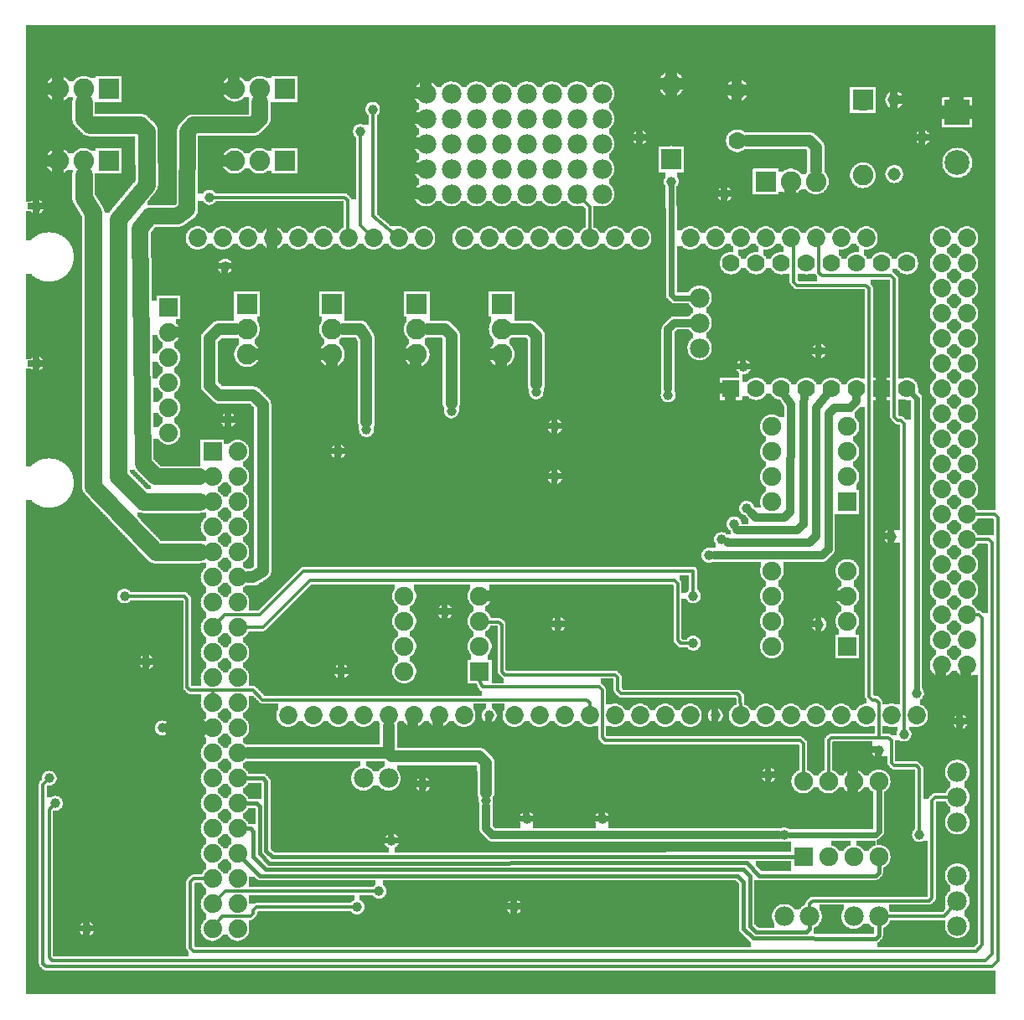
<source format=gbl>
G04 MADE WITH FRITZING*
G04 WWW.FRITZING.ORG*
G04 DOUBLE SIDED*
G04 HOLES PLATED*
G04 CONTOUR ON CENTER OF CONTOUR VECTOR*
%ASAXBY*%
%FSLAX23Y23*%
%MOIN*%
%OFA0B0*%
%SFA1.0B1.0*%
%ADD10C,0.075000*%
%ADD11C,0.039370*%
%ADD12C,0.070000*%
%ADD13C,0.074000*%
%ADD14C,0.078000*%
%ADD15C,0.072917*%
%ADD16C,0.082000*%
%ADD17C,0.051496*%
%ADD18C,0.099055*%
%ADD19R,0.075000X0.075000*%
%ADD20R,0.074000X0.074000*%
%ADD21R,0.070000X0.070000*%
%ADD22R,0.082000X0.082000*%
%ADD23R,0.099055X0.099055*%
%ADD24C,0.048000*%
%ADD25C,0.012000*%
%ADD26C,0.024000*%
%ADD27C,0.032000*%
%ADD28C,0.065000*%
%ADD29C,0.016000*%
%LNCOPPER0*%
G90*
G70*
G54D10*
X3461Y2267D03*
X607Y1901D03*
X1180Y1596D03*
X1913Y1035D03*
X3511Y827D03*
X1068Y912D03*
X1007Y306D03*
X123Y3822D03*
G54D11*
X2482Y3451D03*
X519Y1363D03*
X282Y301D03*
X2157Y1513D03*
X3432Y1013D03*
X3757Y1126D03*
X832Y2938D03*
X1282Y2201D03*
G54D12*
X2869Y3638D03*
X2869Y3438D03*
G54D11*
X157Y801D03*
X132Y901D03*
X1444Y451D03*
X1869Y813D03*
X2332Y738D03*
X1619Y876D03*
X1494Y651D03*
G54D10*
X1844Y1326D03*
X1544Y1326D03*
X1844Y1426D03*
X1544Y1426D03*
X1844Y1526D03*
X1544Y1526D03*
X1844Y1626D03*
X1544Y1626D03*
G54D11*
X432Y1626D03*
X3057Y676D03*
X3582Y1238D03*
G54D10*
X3307Y1426D03*
X3007Y1426D03*
X3307Y1526D03*
X3007Y1526D03*
X3307Y1626D03*
X3007Y1626D03*
X3307Y1726D03*
X3007Y1726D03*
X3307Y2001D03*
X3007Y2001D03*
X3307Y2101D03*
X3007Y2101D03*
X3307Y2201D03*
X3007Y2201D03*
X3307Y2301D03*
X3007Y2301D03*
G54D11*
X2607Y3276D03*
X1732Y2363D03*
X2069Y2438D03*
X1394Y2288D03*
X2807Y1851D03*
X2757Y1788D03*
X2857Y1913D03*
X2907Y1976D03*
X769Y3213D03*
X1369Y3476D03*
X1419Y3563D03*
X3594Y676D03*
X3532Y1076D03*
X2594Y2426D03*
X1357Y388D03*
X1982Y388D03*
X3194Y1513D03*
X1294Y1326D03*
X1882Y1151D03*
X82Y3176D03*
X2994Y913D03*
X582Y1101D03*
X2782Y1151D03*
X1707Y1563D03*
X2819Y3226D03*
X3194Y2601D03*
G54D13*
X607Y2776D03*
X607Y2676D03*
X607Y2576D03*
X607Y2476D03*
X607Y2376D03*
X607Y2276D03*
G54D11*
X2144Y2301D03*
X2144Y2101D03*
X3482Y1863D03*
X844Y2326D03*
G54D12*
X3544Y2951D03*
X3544Y2451D03*
X3444Y2951D03*
X3444Y2451D03*
X3344Y2951D03*
X3344Y2451D03*
X3244Y2951D03*
X3244Y2451D03*
X3144Y2951D03*
X3144Y2451D03*
X3044Y2951D03*
X3044Y2451D03*
X2944Y2951D03*
X2944Y2451D03*
X2844Y2951D03*
X2844Y2451D03*
G54D11*
X3607Y3451D03*
X2032Y738D03*
G54D14*
X1632Y3226D03*
X1632Y3326D03*
X1632Y3426D03*
X1632Y3526D03*
X1632Y3626D03*
X2332Y3226D03*
X2332Y3326D03*
X2332Y3426D03*
X2332Y3526D03*
X2332Y3626D03*
X2132Y3626D03*
X2132Y3526D03*
X2132Y3426D03*
X1932Y3426D03*
X1932Y3626D03*
X1932Y3526D03*
X1932Y3226D03*
X1932Y3326D03*
X1732Y3526D03*
X1732Y3626D03*
X2232Y3226D03*
X1832Y3626D03*
X1832Y3426D03*
X1832Y3226D03*
X1832Y3326D03*
X2232Y3626D03*
X2232Y3526D03*
X2232Y3426D03*
X1732Y3226D03*
X1732Y3326D03*
X2032Y3426D03*
X1832Y3526D03*
X2032Y3226D03*
X2032Y3326D03*
X1382Y901D03*
X1482Y901D03*
X2032Y3626D03*
X2032Y3526D03*
X2232Y3326D03*
X1732Y3426D03*
X2132Y3226D03*
X2132Y3326D03*
G54D11*
X2894Y2538D03*
X82Y2551D03*
G54D10*
X3132Y588D03*
X3132Y888D03*
X3232Y588D03*
X3232Y888D03*
X3332Y588D03*
X3332Y888D03*
X3432Y588D03*
X3432Y888D03*
G54D13*
X882Y2201D03*
X882Y2101D03*
X882Y2001D03*
X882Y1901D03*
X882Y1801D03*
X882Y1701D03*
X882Y1601D03*
X882Y1501D03*
X882Y1401D03*
X882Y1301D03*
X882Y1201D03*
X882Y1101D03*
X882Y1001D03*
X882Y901D03*
X882Y801D03*
X882Y701D03*
X882Y601D03*
X882Y501D03*
X882Y401D03*
X882Y301D03*
X782Y2201D03*
X782Y2101D03*
X782Y2001D03*
X782Y1901D03*
X782Y1801D03*
X782Y1701D03*
X782Y1601D03*
X782Y1501D03*
X782Y1401D03*
X782Y1301D03*
X782Y1201D03*
X782Y1101D03*
X782Y1001D03*
X782Y901D03*
X782Y801D03*
X782Y701D03*
X782Y601D03*
X782Y501D03*
X782Y401D03*
X782Y301D03*
G54D15*
X2982Y1151D03*
X1382Y1151D03*
X3082Y1151D03*
X3182Y1151D03*
X3282Y1151D03*
X3382Y1151D03*
X3682Y2551D03*
X3482Y1151D03*
X3582Y1151D03*
X1422Y3051D03*
X1982Y1151D03*
X2082Y1151D03*
X2182Y1151D03*
X2282Y1151D03*
X3682Y1751D03*
X2382Y1151D03*
X2482Y1151D03*
X2582Y1151D03*
X2682Y1151D03*
X2182Y3051D03*
X3682Y2951D03*
X3682Y2151D03*
X3682Y1351D03*
X1022Y3051D03*
X1782Y1151D03*
X1782Y3051D03*
X3682Y2751D03*
X3682Y2351D03*
X3682Y1951D03*
X3382Y3051D03*
X3682Y1551D03*
X3282Y3051D03*
X3182Y3051D03*
X3082Y3051D03*
X2982Y3051D03*
X2882Y3051D03*
X2782Y3051D03*
X2682Y3051D03*
X822Y3051D03*
X1222Y3051D03*
X1622Y3051D03*
X1182Y1151D03*
X1582Y1151D03*
X2382Y3051D03*
X1982Y3051D03*
X3682Y3051D03*
X3682Y2851D03*
X3682Y2651D03*
X3682Y2451D03*
X3682Y2251D03*
X3682Y2051D03*
X3682Y1851D03*
X3682Y1651D03*
X3682Y1451D03*
X722Y3051D03*
X922Y3051D03*
X1122Y3051D03*
X1322Y3051D03*
X1522Y3051D03*
X1082Y1151D03*
X1282Y1151D03*
X1482Y1151D03*
X1682Y1151D03*
X2482Y3051D03*
X2282Y3051D03*
X2082Y3051D03*
X1882Y3051D03*
X3782Y3051D03*
X3782Y2951D03*
X3782Y2851D03*
X3782Y2751D03*
X3782Y2651D03*
X3782Y2551D03*
X3782Y2451D03*
X3782Y2351D03*
X3782Y2251D03*
X3782Y2151D03*
X3782Y2051D03*
X3782Y1951D03*
X3782Y1851D03*
X3782Y1751D03*
X3782Y1651D03*
X3782Y1551D03*
X3782Y1451D03*
X3782Y1351D03*
X2882Y1151D03*
G54D16*
X1257Y2788D03*
X1257Y2688D03*
X1257Y2588D03*
X1932Y2788D03*
X1932Y2688D03*
X1932Y2588D03*
X1594Y2788D03*
X1594Y2688D03*
X1594Y2588D03*
X919Y2788D03*
X919Y2688D03*
X919Y2588D03*
G54D14*
X3744Y313D03*
X3744Y413D03*
X3744Y513D03*
X3744Y926D03*
X3744Y826D03*
X3744Y726D03*
X2719Y2813D03*
X2719Y2713D03*
X2719Y2613D03*
X3057Y351D03*
X3157Y351D03*
X3432Y351D03*
X3332Y351D03*
G54D16*
X2982Y3276D03*
X3082Y3276D03*
X3182Y3276D03*
X2607Y3365D03*
X2607Y3663D03*
X3369Y3599D03*
X3369Y3301D03*
G54D17*
X3494Y3305D03*
X3494Y3601D03*
G54D16*
X369Y3357D03*
X269Y3357D03*
X169Y3357D03*
X1069Y3645D03*
X969Y3645D03*
X869Y3645D03*
X369Y3645D03*
X269Y3645D03*
X169Y3645D03*
X1069Y3357D03*
X969Y3357D03*
X869Y3357D03*
G54D18*
X3744Y3551D03*
X3744Y3351D03*
G54D11*
X2694Y1438D03*
X2694Y1626D03*
G54D19*
X1844Y1326D03*
X3307Y1426D03*
X3307Y2001D03*
G54D20*
X607Y2776D03*
G54D21*
X2844Y2451D03*
X3444Y2451D03*
G54D19*
X3132Y588D03*
G54D20*
X782Y2201D03*
G54D22*
X1257Y2788D03*
X1932Y2788D03*
X1594Y2788D03*
X919Y2788D03*
X2982Y3276D03*
X2607Y3364D03*
X3369Y3600D03*
X369Y3357D03*
X1069Y3645D03*
X369Y3645D03*
X1069Y3357D03*
G54D23*
X3744Y3551D03*
G54D24*
X924Y1001D02*
X1482Y1001D01*
G54D25*
D02*
X3395Y1226D02*
X3406Y1213D01*
D02*
X3419Y1213D02*
X3432Y1201D01*
D02*
X3245Y1063D02*
X3232Y1051D01*
D02*
X3232Y1051D02*
X3232Y911D01*
D02*
X3406Y1213D02*
X3419Y1213D01*
D02*
X3432Y1063D02*
X3245Y1063D01*
D02*
X3432Y1201D02*
X3432Y1063D01*
D02*
X3394Y2850D02*
X3395Y1226D01*
D02*
X3381Y2863D02*
X3394Y2850D01*
D02*
X3107Y2863D02*
X3381Y2863D01*
D02*
X3095Y2875D02*
X3107Y2863D01*
D02*
X3095Y3051D02*
X3095Y2875D01*
D02*
X3107Y3051D02*
X3095Y3051D01*
D02*
X3594Y938D02*
X3582Y950D01*
D02*
X3482Y963D02*
X3482Y1051D01*
D02*
X3482Y1051D02*
X3469Y1063D01*
D02*
X3469Y1063D02*
X3432Y1063D01*
D02*
X3495Y950D02*
X3482Y963D01*
D02*
X3582Y950D02*
X3495Y950D01*
D02*
X3594Y689D02*
X3594Y938D01*
D02*
X694Y489D02*
X706Y501D01*
D02*
X706Y501D02*
X756Y501D01*
D02*
X695Y226D02*
X694Y489D01*
D02*
X3844Y1538D02*
X3844Y238D01*
D02*
X3831Y1551D02*
X3844Y1538D01*
D02*
X3844Y238D02*
X3819Y213D01*
D02*
X3819Y213D02*
X707Y213D01*
D02*
X707Y213D02*
X695Y226D01*
D02*
X3807Y1551D02*
X3831Y1551D01*
G54D24*
D02*
X3182Y3413D02*
X3157Y3438D01*
D02*
X3182Y3319D02*
X3182Y3413D01*
D02*
X3157Y3438D02*
X2907Y3438D01*
G54D25*
D02*
X1431Y451D02*
X832Y451D01*
D02*
X832Y451D02*
X800Y419D01*
D02*
X2282Y3175D02*
X2249Y3208D01*
D02*
X2282Y3075D02*
X2282Y3175D01*
D02*
X2395Y1250D02*
X2407Y1238D01*
D02*
X1945Y1313D02*
X2382Y1313D01*
D02*
X1844Y1523D02*
X1920Y1523D01*
D02*
X1932Y1513D02*
X1932Y1326D01*
D02*
X1932Y1326D02*
X1945Y1313D01*
D02*
X1920Y1523D02*
X1932Y1513D01*
D02*
X1844Y1503D02*
X1844Y1523D01*
D02*
X2395Y1301D02*
X2395Y1250D01*
D02*
X2382Y1313D02*
X2395Y1301D01*
D02*
X2881Y1226D02*
X2882Y1175D01*
D02*
X2870Y1238D02*
X2881Y1226D01*
D02*
X2407Y1238D02*
X2870Y1238D01*
G54D12*
D02*
X729Y1101D02*
X623Y1101D01*
G54D26*
D02*
X3432Y688D02*
X3432Y860D01*
D02*
X3419Y676D02*
X3432Y688D01*
D02*
X3419Y676D02*
X3076Y676D01*
G54D25*
D02*
X3694Y351D02*
X3729Y394D01*
D02*
X3456Y351D02*
X3694Y351D01*
D02*
X681Y1613D02*
X670Y1626D01*
D02*
X670Y1626D02*
X445Y1626D01*
D02*
X681Y1263D02*
X681Y1613D01*
D02*
X694Y1250D02*
X681Y1263D01*
D02*
X782Y1251D02*
X694Y1250D01*
D02*
X3157Y401D02*
X3170Y413D01*
D02*
X3632Y413D02*
X3645Y426D01*
D02*
X3644Y813D02*
X3657Y826D01*
D02*
X3657Y826D02*
X3720Y826D01*
D02*
X3170Y413D02*
X3632Y413D01*
D02*
X3645Y426D02*
X3644Y813D01*
D02*
X3157Y375D02*
X3157Y401D01*
G54D27*
D02*
X1869Y701D02*
X1869Y789D01*
D02*
X1895Y675D02*
X1869Y701D01*
D02*
X3032Y676D02*
X1895Y675D01*
G54D26*
D02*
X3582Y2413D02*
X3582Y1257D01*
D02*
X3563Y2432D02*
X3582Y2413D01*
G54D24*
D02*
X1494Y988D02*
X1845Y987D01*
D02*
X1869Y963D02*
X1869Y843D01*
D02*
X1845Y987D02*
X1869Y963D01*
D02*
X1482Y1001D02*
X1494Y988D01*
D02*
X1482Y1109D02*
X1482Y1001D01*
G54D25*
D02*
X782Y1226D02*
X782Y1251D01*
G54D24*
D02*
X1394Y2651D02*
X1394Y2318D01*
D02*
X1370Y2689D02*
X1394Y2651D01*
D02*
X1300Y2688D02*
X1370Y2689D01*
D02*
X944Y1700D02*
X924Y1700D01*
D02*
X982Y1725D02*
X944Y1700D01*
D02*
X769Y2651D02*
X770Y2463D01*
D02*
X945Y2426D02*
X982Y2388D01*
D02*
X807Y2426D02*
X945Y2426D01*
D02*
X806Y2688D02*
X769Y2651D01*
D02*
X770Y2463D02*
X807Y2426D01*
D02*
X982Y2388D02*
X982Y1725D01*
D02*
X876Y2688D02*
X806Y2688D01*
D02*
X1733Y2663D02*
X1707Y2689D01*
D02*
X1732Y2393D02*
X1733Y2663D01*
D02*
X1707Y2689D02*
X1638Y2688D01*
D02*
X2070Y2663D02*
X2069Y2468D01*
D02*
X2044Y2689D02*
X2070Y2663D01*
D02*
X1975Y2688D02*
X2044Y2689D01*
G54D27*
D02*
X3344Y2400D02*
X3344Y2419D01*
D02*
X3320Y2376D02*
X3344Y2400D01*
D02*
X3257Y2376D02*
X3320Y2376D01*
D02*
X3232Y2351D02*
X3257Y2376D01*
D02*
X3232Y1813D02*
X3232Y2351D01*
D02*
X3207Y1788D02*
X3232Y1813D01*
D02*
X2781Y1788D02*
X3207Y1788D01*
D02*
X3182Y2376D02*
X3224Y2426D01*
D02*
X3182Y1864D02*
X3182Y2376D01*
D02*
X3157Y1839D02*
X3182Y1864D01*
D02*
X2832Y1838D02*
X3157Y1839D01*
D02*
X2829Y1840D02*
X2832Y1838D01*
D02*
X2945Y1939D02*
X3057Y1938D01*
D02*
X2924Y1958D02*
X2945Y1939D01*
D02*
X3081Y1963D02*
X3082Y2388D01*
D02*
X3082Y2388D02*
X3061Y2423D01*
D02*
X3057Y1938D02*
X3081Y1963D01*
D02*
X2870Y1888D02*
X3107Y1888D01*
D02*
X2868Y1891D02*
X2870Y1888D01*
D02*
X3132Y1913D02*
X3132Y2388D01*
D02*
X3132Y2388D02*
X3138Y2420D01*
D02*
X3107Y1888D02*
X3132Y1913D01*
G54D25*
D02*
X2319Y1264D02*
X1857Y1264D01*
D02*
X2332Y1251D02*
X2319Y1264D01*
D02*
X1844Y1288D02*
X1844Y1303D01*
D02*
X1857Y1264D02*
X1844Y1288D01*
D02*
X2332Y1064D02*
X2332Y1251D01*
D02*
X2345Y1051D02*
X2332Y1064D01*
D02*
X3119Y1051D02*
X2345Y1051D01*
D02*
X3132Y1038D02*
X3119Y1051D01*
D02*
X3132Y911D02*
X3132Y1038D01*
G54D28*
D02*
X506Y2151D02*
X495Y3089D01*
D02*
X495Y3089D02*
X533Y3138D01*
D02*
X556Y2101D02*
X506Y2151D01*
D02*
X533Y3138D02*
X645Y3138D01*
D02*
X729Y2101D02*
X556Y2101D01*
D02*
X645Y3138D02*
X681Y3164D01*
D02*
X970Y3526D02*
X970Y3591D01*
D02*
X944Y3501D02*
X970Y3526D01*
D02*
X682Y3476D02*
X707Y3501D01*
D02*
X707Y3501D02*
X944Y3501D01*
D02*
X681Y3164D02*
X682Y3476D01*
G54D12*
D02*
X408Y2101D02*
X407Y3126D01*
D02*
X269Y3526D02*
X269Y3591D01*
D02*
X494Y3501D02*
X294Y3501D01*
D02*
X520Y3476D02*
X494Y3501D01*
D02*
X294Y3501D02*
X269Y3526D01*
D02*
X520Y3263D02*
X520Y3476D01*
D02*
X407Y3126D02*
X520Y3263D01*
D02*
X506Y2001D02*
X408Y2101D01*
D02*
X729Y2001D02*
X506Y2001D01*
D02*
X556Y1800D02*
X307Y2062D01*
D02*
X307Y2062D02*
X307Y3151D01*
D02*
X729Y1801D02*
X556Y1800D01*
D02*
X269Y3212D02*
X269Y3303D01*
D02*
X307Y3151D02*
X269Y3212D01*
G54D25*
D02*
X1307Y3213D02*
X783Y3213D01*
D02*
X1320Y3201D02*
X1307Y3213D01*
D02*
X1319Y3051D02*
X1320Y3201D01*
D02*
X1297Y3051D02*
X1319Y3051D01*
D02*
X1369Y3101D02*
X1369Y3462D01*
D02*
X1404Y3068D02*
X1369Y3101D01*
D02*
X1532Y3051D02*
X1522Y3051D01*
D02*
X1420Y3138D02*
X1503Y3067D01*
D02*
X1419Y3550D02*
X1420Y3138D01*
D02*
X3532Y2313D02*
X3532Y1089D01*
D02*
X3519Y2325D02*
X3532Y2313D01*
D02*
X3507Y2325D02*
X3519Y2325D01*
D02*
X3495Y2339D02*
X3507Y2325D01*
D02*
X3494Y2888D02*
X3495Y2339D01*
D02*
X3481Y2901D02*
X3494Y2888D01*
D02*
X3207Y2901D02*
X3481Y2901D01*
D02*
X3195Y2913D02*
X3207Y2901D01*
D02*
X3194Y3051D02*
X3195Y2913D01*
D02*
X3207Y3051D02*
X3194Y3051D01*
G54D26*
D02*
X2607Y2825D02*
X2607Y3257D01*
D02*
X2619Y2813D02*
X2607Y2825D01*
D02*
X2689Y2813D02*
X2619Y2813D01*
G54D29*
D02*
X3432Y276D02*
X3432Y326D01*
D02*
X3419Y263D02*
X3432Y276D01*
D02*
X2932Y264D02*
X3419Y263D01*
D02*
X2895Y301D02*
X2932Y264D01*
D02*
X2895Y538D02*
X2919Y513D01*
D02*
X2919Y513D02*
X2919Y313D01*
D02*
X2919Y313D02*
X2945Y288D01*
D02*
X2945Y288D02*
X3144Y288D01*
D02*
X995Y538D02*
X2895Y538D01*
D02*
X3144Y288D02*
X3157Y301D01*
D02*
X3157Y301D02*
X3157Y326D01*
D02*
X944Y588D02*
X995Y538D01*
D02*
X944Y688D02*
X944Y588D01*
D02*
X932Y701D02*
X944Y688D01*
D02*
X907Y701D02*
X932Y701D01*
D02*
X2869Y513D02*
X969Y513D01*
D02*
X2895Y489D02*
X2869Y513D01*
D02*
X969Y513D02*
X900Y583D01*
D02*
X2895Y301D02*
X2895Y489D01*
G54D25*
D02*
X819Y351D02*
X797Y321D01*
D02*
X932Y351D02*
X819Y351D01*
D02*
X945Y375D02*
X944Y363D01*
D02*
X944Y363D02*
X932Y351D01*
D02*
X956Y389D02*
X945Y375D01*
D02*
X1343Y388D02*
X956Y389D01*
D02*
X132Y188D02*
X145Y175D01*
D02*
X132Y776D02*
X132Y188D01*
D02*
X147Y791D02*
X132Y776D01*
D02*
X3857Y176D02*
X3882Y201D01*
D02*
X3869Y1851D02*
X3807Y1851D01*
D02*
X145Y175D02*
X3857Y176D01*
D02*
X3882Y201D02*
X3882Y1838D01*
D02*
X3882Y1838D02*
X3869Y1851D01*
D02*
X107Y876D02*
X107Y163D01*
D02*
X122Y891D02*
X107Y876D01*
D02*
X3907Y176D02*
X3907Y1938D01*
D02*
X3907Y1938D02*
X3895Y1951D01*
D02*
X120Y150D02*
X3882Y151D01*
D02*
X107Y163D02*
X120Y150D01*
D02*
X3882Y151D02*
X3907Y176D01*
D02*
X3895Y1951D02*
X3807Y1951D01*
G54D29*
D02*
X994Y613D02*
X1020Y588D01*
D02*
X994Y888D02*
X994Y613D01*
D02*
X982Y901D02*
X994Y888D01*
D02*
X1020Y588D02*
X3109Y588D01*
D02*
X907Y901D02*
X982Y901D01*
D02*
X969Y788D02*
X969Y601D01*
D02*
X957Y801D02*
X969Y788D01*
D02*
X969Y601D02*
X1007Y563D01*
D02*
X2957Y513D02*
X3419Y513D01*
D02*
X2907Y564D02*
X2957Y513D01*
D02*
X1007Y563D02*
X2907Y564D01*
D02*
X3432Y525D02*
X3432Y565D01*
D02*
X3419Y513D02*
X3432Y525D01*
D02*
X907Y801D02*
X957Y801D01*
G54D25*
D02*
X2694Y1726D02*
X2694Y1639D01*
D02*
X1145Y1726D02*
X2694Y1726D01*
D02*
X969Y1551D02*
X1145Y1726D01*
D02*
X831Y1551D02*
X969Y1551D01*
D02*
X800Y1519D02*
X831Y1551D01*
D02*
X2632Y1450D02*
X2645Y1438D01*
D02*
X2645Y1438D02*
X2681Y1438D01*
D02*
X2632Y1675D02*
X2632Y1450D01*
D02*
X2620Y1688D02*
X2632Y1675D01*
D02*
X1169Y1688D02*
X2620Y1688D01*
D02*
X982Y1501D02*
X1169Y1688D01*
D02*
X907Y1501D02*
X982Y1501D01*
G54D27*
D02*
X2620Y2713D02*
X2684Y2713D01*
D02*
X2595Y2688D02*
X2620Y2713D01*
D02*
X2594Y2450D02*
X2595Y2688D01*
G54D25*
D02*
X944Y1251D02*
X782Y1251D01*
D02*
X981Y1213D02*
X944Y1251D01*
D02*
X2282Y1201D02*
X2269Y1213D01*
D02*
X2282Y1175D02*
X2282Y1201D01*
D02*
X2269Y1213D02*
X981Y1213D01*
G36*
X2922Y3029D02*
X2922Y3025D01*
X2920Y3025D01*
X2920Y3023D01*
X2918Y3023D01*
X2918Y3021D01*
X2916Y3021D01*
X2916Y3019D01*
X2914Y3019D01*
X2914Y3017D01*
X2912Y3017D01*
X2912Y3015D01*
X2910Y3015D01*
X2910Y3013D01*
X2908Y3013D01*
X2908Y3011D01*
X2904Y3011D01*
X2904Y3009D01*
X2900Y3009D01*
X2900Y3007D01*
X2894Y3007D01*
X2894Y3005D01*
X2872Y3005D01*
X2872Y2985D01*
X2874Y2985D01*
X2874Y2983D01*
X2876Y2983D01*
X2876Y2981D01*
X2878Y2981D01*
X2878Y2979D01*
X2880Y2979D01*
X2880Y2977D01*
X2882Y2977D01*
X2882Y2973D01*
X2884Y2973D01*
X2884Y2969D01*
X2904Y2969D01*
X2904Y2971D01*
X2906Y2971D01*
X2906Y2975D01*
X2908Y2975D01*
X2908Y2979D01*
X2910Y2979D01*
X2910Y2981D01*
X2912Y2981D01*
X2912Y2983D01*
X2914Y2983D01*
X2914Y2985D01*
X2916Y2985D01*
X2916Y2987D01*
X2920Y2987D01*
X2920Y2989D01*
X2924Y2989D01*
X2924Y2991D01*
X2926Y2991D01*
X2926Y2993D01*
X2934Y2993D01*
X2934Y2995D01*
X2954Y2995D01*
X2954Y3015D01*
X2952Y3015D01*
X2952Y3017D01*
X2948Y3017D01*
X2948Y3021D01*
X2946Y3021D01*
X2946Y3023D01*
X2944Y3023D01*
X2944Y3025D01*
X2942Y3025D01*
X2942Y3029D01*
X2922Y3029D01*
G37*
D02*
G36*
X3022Y3029D02*
X3022Y3025D01*
X3020Y3025D01*
X3020Y3023D01*
X3018Y3023D01*
X3018Y3021D01*
X3016Y3021D01*
X3016Y3019D01*
X3014Y3019D01*
X3014Y3017D01*
X3012Y3017D01*
X3012Y3015D01*
X3010Y3015D01*
X3010Y3013D01*
X3008Y3013D01*
X3008Y3011D01*
X3004Y3011D01*
X3004Y3009D01*
X3000Y3009D01*
X3000Y3007D01*
X2994Y3007D01*
X2994Y3005D01*
X2972Y3005D01*
X2972Y2985D01*
X2974Y2985D01*
X2974Y2983D01*
X2976Y2983D01*
X2976Y2981D01*
X2978Y2981D01*
X2978Y2979D01*
X2980Y2979D01*
X2980Y2977D01*
X2982Y2977D01*
X2982Y2973D01*
X2984Y2973D01*
X2984Y2969D01*
X3004Y2969D01*
X3004Y2971D01*
X3006Y2971D01*
X3006Y2975D01*
X3008Y2975D01*
X3008Y2979D01*
X3010Y2979D01*
X3010Y2981D01*
X3012Y2981D01*
X3012Y2983D01*
X3014Y2983D01*
X3014Y2985D01*
X3016Y2985D01*
X3016Y2987D01*
X3020Y2987D01*
X3020Y2989D01*
X3024Y2989D01*
X3024Y2991D01*
X3026Y2991D01*
X3026Y2993D01*
X3034Y2993D01*
X3034Y2995D01*
X3054Y2995D01*
X3054Y3015D01*
X3052Y3015D01*
X3052Y3017D01*
X3048Y3017D01*
X3048Y3021D01*
X3046Y3021D01*
X3046Y3023D01*
X3044Y3023D01*
X3044Y3025D01*
X3042Y3025D01*
X3042Y3029D01*
X3022Y3029D01*
G37*
D02*
G36*
X3322Y3029D02*
X3322Y3025D01*
X3320Y3025D01*
X3320Y3023D01*
X3318Y3023D01*
X3318Y3021D01*
X3316Y3021D01*
X3316Y3019D01*
X3314Y3019D01*
X3314Y3017D01*
X3312Y3017D01*
X3312Y3015D01*
X3310Y3015D01*
X3310Y3013D01*
X3308Y3013D01*
X3308Y3011D01*
X3304Y3011D01*
X3304Y3009D01*
X3300Y3009D01*
X3300Y3007D01*
X3294Y3007D01*
X3294Y3005D01*
X3272Y3005D01*
X3272Y2985D01*
X3274Y2985D01*
X3274Y2983D01*
X3276Y2983D01*
X3276Y2981D01*
X3278Y2981D01*
X3278Y2979D01*
X3280Y2979D01*
X3280Y2977D01*
X3282Y2977D01*
X3282Y2973D01*
X3284Y2973D01*
X3284Y2969D01*
X3304Y2969D01*
X3304Y2971D01*
X3306Y2971D01*
X3306Y2975D01*
X3308Y2975D01*
X3308Y2979D01*
X3310Y2979D01*
X3310Y2981D01*
X3312Y2981D01*
X3312Y2983D01*
X3314Y2983D01*
X3314Y2985D01*
X3316Y2985D01*
X3316Y2987D01*
X3320Y2987D01*
X3320Y2989D01*
X3324Y2989D01*
X3324Y2991D01*
X3326Y2991D01*
X3326Y2993D01*
X3334Y2993D01*
X3334Y2995D01*
X3354Y2995D01*
X3354Y3015D01*
X3352Y3015D01*
X3352Y3017D01*
X3348Y3017D01*
X3348Y3021D01*
X3346Y3021D01*
X3346Y3023D01*
X3344Y3023D01*
X3344Y3025D01*
X3342Y3025D01*
X3342Y3029D01*
X3322Y3029D01*
G37*
D02*
G36*
X3722Y3029D02*
X3722Y3025D01*
X3720Y3025D01*
X3720Y3023D01*
X3718Y3023D01*
X3718Y3021D01*
X3716Y3021D01*
X3716Y3019D01*
X3714Y3019D01*
X3714Y3017D01*
X3712Y3017D01*
X3712Y3015D01*
X3710Y3015D01*
X3710Y3013D01*
X3708Y3013D01*
X3708Y3011D01*
X3704Y3011D01*
X3704Y2991D01*
X3706Y2991D01*
X3706Y2989D01*
X3710Y2989D01*
X3710Y2987D01*
X3712Y2987D01*
X3712Y2985D01*
X3714Y2985D01*
X3714Y2983D01*
X3716Y2983D01*
X3716Y2981D01*
X3718Y2981D01*
X3718Y2979D01*
X3720Y2979D01*
X3720Y2975D01*
X3722Y2975D01*
X3722Y2973D01*
X3742Y2973D01*
X3742Y2975D01*
X3744Y2975D01*
X3744Y2979D01*
X3746Y2979D01*
X3746Y2981D01*
X3748Y2981D01*
X3748Y2983D01*
X3750Y2983D01*
X3750Y2985D01*
X3752Y2985D01*
X3752Y2987D01*
X3754Y2987D01*
X3754Y2989D01*
X3758Y2989D01*
X3758Y2991D01*
X3760Y2991D01*
X3760Y3011D01*
X3756Y3011D01*
X3756Y3013D01*
X3754Y3013D01*
X3754Y3015D01*
X3752Y3015D01*
X3752Y3017D01*
X3748Y3017D01*
X3748Y3021D01*
X3746Y3021D01*
X3746Y3023D01*
X3744Y3023D01*
X3744Y3025D01*
X3742Y3025D01*
X3742Y3029D01*
X3722Y3029D01*
G37*
D02*
G36*
X3722Y2929D02*
X3722Y2925D01*
X3720Y2925D01*
X3720Y2923D01*
X3718Y2923D01*
X3718Y2921D01*
X3716Y2921D01*
X3716Y2919D01*
X3714Y2919D01*
X3714Y2917D01*
X3712Y2917D01*
X3712Y2915D01*
X3710Y2915D01*
X3710Y2913D01*
X3708Y2913D01*
X3708Y2911D01*
X3704Y2911D01*
X3704Y2891D01*
X3706Y2891D01*
X3706Y2889D01*
X3710Y2889D01*
X3710Y2887D01*
X3712Y2887D01*
X3712Y2885D01*
X3714Y2885D01*
X3714Y2883D01*
X3716Y2883D01*
X3716Y2881D01*
X3718Y2881D01*
X3718Y2879D01*
X3720Y2879D01*
X3720Y2875D01*
X3722Y2875D01*
X3722Y2873D01*
X3742Y2873D01*
X3742Y2875D01*
X3744Y2875D01*
X3744Y2879D01*
X3746Y2879D01*
X3746Y2881D01*
X3748Y2881D01*
X3748Y2883D01*
X3750Y2883D01*
X3750Y2885D01*
X3752Y2885D01*
X3752Y2887D01*
X3754Y2887D01*
X3754Y2889D01*
X3758Y2889D01*
X3758Y2891D01*
X3760Y2891D01*
X3760Y2911D01*
X3756Y2911D01*
X3756Y2913D01*
X3754Y2913D01*
X3754Y2915D01*
X3752Y2915D01*
X3752Y2917D01*
X3748Y2917D01*
X3748Y2921D01*
X3746Y2921D01*
X3746Y2923D01*
X3744Y2923D01*
X3744Y2925D01*
X3742Y2925D01*
X3742Y2929D01*
X3722Y2929D01*
G37*
D02*
G36*
X3110Y2909D02*
X3110Y2905D01*
X3140Y2905D01*
X3140Y2907D01*
X3130Y2907D01*
X3130Y2909D01*
X3110Y2909D01*
G37*
D02*
G36*
X3158Y2909D02*
X3158Y2907D01*
X3150Y2907D01*
X3150Y2905D01*
X3180Y2905D01*
X3180Y2909D01*
X3158Y2909D01*
G37*
D02*
G36*
X3110Y2905D02*
X3110Y2903D01*
X3182Y2903D01*
X3182Y2905D01*
X3110Y2905D01*
G37*
D02*
G36*
X3110Y2905D02*
X3110Y2903D01*
X3182Y2903D01*
X3182Y2905D01*
X3110Y2905D01*
G37*
D02*
G36*
X3110Y2903D02*
X3110Y2881D01*
X3112Y2881D01*
X3112Y2879D01*
X3188Y2879D01*
X3188Y2899D01*
X3186Y2899D01*
X3186Y2901D01*
X3184Y2901D01*
X3184Y2903D01*
X3110Y2903D01*
G37*
D02*
G36*
X3400Y2885D02*
X3400Y2865D01*
X3402Y2865D01*
X3402Y2863D01*
X3404Y2863D01*
X3404Y2861D01*
X3406Y2861D01*
X3406Y2859D01*
X3408Y2859D01*
X3408Y2855D01*
X3410Y2855D01*
X3410Y2495D01*
X3478Y2495D01*
X3478Y2883D01*
X3476Y2883D01*
X3476Y2885D01*
X3400Y2885D01*
G37*
D02*
G36*
X3722Y2829D02*
X3722Y2825D01*
X3720Y2825D01*
X3720Y2823D01*
X3718Y2823D01*
X3718Y2821D01*
X3716Y2821D01*
X3716Y2819D01*
X3714Y2819D01*
X3714Y2817D01*
X3712Y2817D01*
X3712Y2815D01*
X3710Y2815D01*
X3710Y2813D01*
X3708Y2813D01*
X3708Y2811D01*
X3704Y2811D01*
X3704Y2791D01*
X3706Y2791D01*
X3706Y2789D01*
X3710Y2789D01*
X3710Y2787D01*
X3712Y2787D01*
X3712Y2785D01*
X3714Y2785D01*
X3714Y2783D01*
X3716Y2783D01*
X3716Y2781D01*
X3718Y2781D01*
X3718Y2779D01*
X3720Y2779D01*
X3720Y2775D01*
X3722Y2775D01*
X3722Y2773D01*
X3742Y2773D01*
X3742Y2775D01*
X3744Y2775D01*
X3744Y2779D01*
X3746Y2779D01*
X3746Y2781D01*
X3748Y2781D01*
X3748Y2783D01*
X3750Y2783D01*
X3750Y2785D01*
X3752Y2785D01*
X3752Y2787D01*
X3754Y2787D01*
X3754Y2789D01*
X3758Y2789D01*
X3758Y2791D01*
X3760Y2791D01*
X3760Y2811D01*
X3756Y2811D01*
X3756Y2813D01*
X3754Y2813D01*
X3754Y2815D01*
X3752Y2815D01*
X3752Y2817D01*
X3748Y2817D01*
X3748Y2821D01*
X3746Y2821D01*
X3746Y2823D01*
X3744Y2823D01*
X3744Y2825D01*
X3742Y2825D01*
X3742Y2829D01*
X3722Y2829D01*
G37*
D02*
G36*
X3722Y2729D02*
X3722Y2725D01*
X3720Y2725D01*
X3720Y2723D01*
X3718Y2723D01*
X3718Y2721D01*
X3716Y2721D01*
X3716Y2719D01*
X3714Y2719D01*
X3714Y2717D01*
X3712Y2717D01*
X3712Y2715D01*
X3710Y2715D01*
X3710Y2713D01*
X3708Y2713D01*
X3708Y2711D01*
X3704Y2711D01*
X3704Y2691D01*
X3706Y2691D01*
X3706Y2689D01*
X3710Y2689D01*
X3710Y2687D01*
X3712Y2687D01*
X3712Y2685D01*
X3714Y2685D01*
X3714Y2683D01*
X3716Y2683D01*
X3716Y2681D01*
X3718Y2681D01*
X3718Y2679D01*
X3720Y2679D01*
X3720Y2675D01*
X3722Y2675D01*
X3722Y2673D01*
X3742Y2673D01*
X3742Y2675D01*
X3744Y2675D01*
X3744Y2679D01*
X3746Y2679D01*
X3746Y2681D01*
X3748Y2681D01*
X3748Y2683D01*
X3750Y2683D01*
X3750Y2685D01*
X3752Y2685D01*
X3752Y2687D01*
X3754Y2687D01*
X3754Y2689D01*
X3758Y2689D01*
X3758Y2691D01*
X3760Y2691D01*
X3760Y2711D01*
X3756Y2711D01*
X3756Y2713D01*
X3754Y2713D01*
X3754Y2715D01*
X3752Y2715D01*
X3752Y2717D01*
X3748Y2717D01*
X3748Y2721D01*
X3746Y2721D01*
X3746Y2723D01*
X3744Y2723D01*
X3744Y2725D01*
X3742Y2725D01*
X3742Y2729D01*
X3722Y2729D01*
G37*
D02*
G36*
X542Y2665D02*
X542Y2629D01*
X544Y2629D01*
X544Y2593D01*
X564Y2593D01*
X564Y2597D01*
X566Y2597D01*
X566Y2601D01*
X568Y2601D01*
X568Y2603D01*
X570Y2603D01*
X570Y2605D01*
X572Y2605D01*
X572Y2609D01*
X576Y2609D01*
X576Y2611D01*
X578Y2611D01*
X578Y2613D01*
X580Y2613D01*
X580Y2615D01*
X584Y2615D01*
X584Y2635D01*
X582Y2635D01*
X582Y2637D01*
X580Y2637D01*
X580Y2639D01*
X576Y2639D01*
X576Y2641D01*
X574Y2641D01*
X574Y2643D01*
X572Y2643D01*
X572Y2645D01*
X570Y2645D01*
X570Y2649D01*
X568Y2649D01*
X568Y2651D01*
X566Y2651D01*
X566Y2655D01*
X564Y2655D01*
X564Y2659D01*
X562Y2659D01*
X562Y2665D01*
X542Y2665D01*
G37*
D02*
G36*
X3722Y2629D02*
X3722Y2625D01*
X3720Y2625D01*
X3720Y2623D01*
X3718Y2623D01*
X3718Y2621D01*
X3716Y2621D01*
X3716Y2619D01*
X3714Y2619D01*
X3714Y2617D01*
X3712Y2617D01*
X3712Y2615D01*
X3710Y2615D01*
X3710Y2613D01*
X3708Y2613D01*
X3708Y2611D01*
X3704Y2611D01*
X3704Y2591D01*
X3706Y2591D01*
X3706Y2589D01*
X3710Y2589D01*
X3710Y2587D01*
X3712Y2587D01*
X3712Y2585D01*
X3714Y2585D01*
X3714Y2583D01*
X3716Y2583D01*
X3716Y2581D01*
X3718Y2581D01*
X3718Y2579D01*
X3720Y2579D01*
X3720Y2575D01*
X3722Y2575D01*
X3722Y2573D01*
X3742Y2573D01*
X3742Y2575D01*
X3744Y2575D01*
X3744Y2579D01*
X3746Y2579D01*
X3746Y2581D01*
X3748Y2581D01*
X3748Y2583D01*
X3750Y2583D01*
X3750Y2585D01*
X3752Y2585D01*
X3752Y2587D01*
X3754Y2587D01*
X3754Y2589D01*
X3758Y2589D01*
X3758Y2591D01*
X3760Y2591D01*
X3760Y2611D01*
X3756Y2611D01*
X3756Y2613D01*
X3754Y2613D01*
X3754Y2615D01*
X3752Y2615D01*
X3752Y2617D01*
X3748Y2617D01*
X3748Y2621D01*
X3746Y2621D01*
X3746Y2623D01*
X3744Y2623D01*
X3744Y2625D01*
X3742Y2625D01*
X3742Y2629D01*
X3722Y2629D01*
G37*
D02*
G36*
X544Y2559D02*
X544Y2493D01*
X564Y2493D01*
X564Y2497D01*
X566Y2497D01*
X566Y2501D01*
X568Y2501D01*
X568Y2503D01*
X570Y2503D01*
X570Y2505D01*
X572Y2505D01*
X572Y2509D01*
X576Y2509D01*
X576Y2511D01*
X578Y2511D01*
X578Y2513D01*
X580Y2513D01*
X580Y2515D01*
X584Y2515D01*
X584Y2535D01*
X582Y2535D01*
X582Y2537D01*
X580Y2537D01*
X580Y2539D01*
X576Y2539D01*
X576Y2541D01*
X574Y2541D01*
X574Y2543D01*
X572Y2543D01*
X572Y2545D01*
X570Y2545D01*
X570Y2549D01*
X568Y2549D01*
X568Y2551D01*
X566Y2551D01*
X566Y2555D01*
X564Y2555D01*
X564Y2559D01*
X544Y2559D01*
G37*
D02*
G36*
X3722Y2529D02*
X3722Y2525D01*
X3720Y2525D01*
X3720Y2523D01*
X3718Y2523D01*
X3718Y2521D01*
X3716Y2521D01*
X3716Y2519D01*
X3714Y2519D01*
X3714Y2517D01*
X3712Y2517D01*
X3712Y2515D01*
X3710Y2515D01*
X3710Y2513D01*
X3708Y2513D01*
X3708Y2511D01*
X3704Y2511D01*
X3704Y2491D01*
X3706Y2491D01*
X3706Y2489D01*
X3710Y2489D01*
X3710Y2487D01*
X3712Y2487D01*
X3712Y2485D01*
X3714Y2485D01*
X3714Y2483D01*
X3716Y2483D01*
X3716Y2481D01*
X3718Y2481D01*
X3718Y2479D01*
X3720Y2479D01*
X3720Y2475D01*
X3722Y2475D01*
X3722Y2473D01*
X3742Y2473D01*
X3742Y2475D01*
X3744Y2475D01*
X3744Y2479D01*
X3746Y2479D01*
X3746Y2481D01*
X3748Y2481D01*
X3748Y2483D01*
X3750Y2483D01*
X3750Y2485D01*
X3752Y2485D01*
X3752Y2487D01*
X3754Y2487D01*
X3754Y2489D01*
X3758Y2489D01*
X3758Y2491D01*
X3760Y2491D01*
X3760Y2511D01*
X3756Y2511D01*
X3756Y2513D01*
X3754Y2513D01*
X3754Y2515D01*
X3752Y2515D01*
X3752Y2517D01*
X3748Y2517D01*
X3748Y2521D01*
X3746Y2521D01*
X3746Y2523D01*
X3744Y2523D01*
X3744Y2525D01*
X3742Y2525D01*
X3742Y2529D01*
X3722Y2529D01*
G37*
D02*
G36*
X546Y2455D02*
X546Y2397D01*
X566Y2397D01*
X566Y2401D01*
X568Y2401D01*
X568Y2403D01*
X570Y2403D01*
X570Y2405D01*
X572Y2405D01*
X572Y2409D01*
X576Y2409D01*
X576Y2411D01*
X578Y2411D01*
X578Y2413D01*
X580Y2413D01*
X580Y2415D01*
X584Y2415D01*
X584Y2435D01*
X582Y2435D01*
X582Y2437D01*
X580Y2437D01*
X580Y2439D01*
X576Y2439D01*
X576Y2441D01*
X574Y2441D01*
X574Y2443D01*
X572Y2443D01*
X572Y2445D01*
X570Y2445D01*
X570Y2449D01*
X568Y2449D01*
X568Y2451D01*
X566Y2451D01*
X566Y2455D01*
X546Y2455D01*
G37*
D02*
G36*
X3722Y2429D02*
X3722Y2425D01*
X3720Y2425D01*
X3720Y2423D01*
X3718Y2423D01*
X3718Y2421D01*
X3716Y2421D01*
X3716Y2419D01*
X3714Y2419D01*
X3714Y2417D01*
X3712Y2417D01*
X3712Y2415D01*
X3710Y2415D01*
X3710Y2413D01*
X3708Y2413D01*
X3708Y2411D01*
X3704Y2411D01*
X3704Y2391D01*
X3706Y2391D01*
X3706Y2389D01*
X3710Y2389D01*
X3710Y2387D01*
X3712Y2387D01*
X3712Y2385D01*
X3714Y2385D01*
X3714Y2383D01*
X3716Y2383D01*
X3716Y2381D01*
X3718Y2381D01*
X3718Y2379D01*
X3720Y2379D01*
X3720Y2375D01*
X3722Y2375D01*
X3722Y2373D01*
X3742Y2373D01*
X3742Y2375D01*
X3744Y2375D01*
X3744Y2379D01*
X3746Y2379D01*
X3746Y2381D01*
X3748Y2381D01*
X3748Y2383D01*
X3750Y2383D01*
X3750Y2385D01*
X3752Y2385D01*
X3752Y2387D01*
X3754Y2387D01*
X3754Y2389D01*
X3758Y2389D01*
X3758Y2391D01*
X3760Y2391D01*
X3760Y2411D01*
X3756Y2411D01*
X3756Y2413D01*
X3754Y2413D01*
X3754Y2415D01*
X3752Y2415D01*
X3752Y2417D01*
X3748Y2417D01*
X3748Y2421D01*
X3746Y2421D01*
X3746Y2423D01*
X3744Y2423D01*
X3744Y2425D01*
X3742Y2425D01*
X3742Y2429D01*
X3722Y2429D01*
G37*
D02*
G36*
X3510Y2409D02*
X3510Y2345D01*
X3512Y2345D01*
X3512Y2343D01*
X3514Y2343D01*
X3514Y2341D01*
X3526Y2341D01*
X3526Y2339D01*
X3530Y2339D01*
X3530Y2337D01*
X3532Y2337D01*
X3532Y2335D01*
X3534Y2335D01*
X3534Y2333D01*
X3536Y2333D01*
X3536Y2331D01*
X3538Y2331D01*
X3538Y2329D01*
X3540Y2329D01*
X3540Y2327D01*
X3560Y2327D01*
X3560Y2405D01*
X3540Y2405D01*
X3540Y2407D01*
X3530Y2407D01*
X3530Y2409D01*
X3510Y2409D01*
G37*
D02*
G36*
X3410Y2405D02*
X3410Y1893D01*
X3488Y1893D01*
X3488Y1891D01*
X3494Y1891D01*
X3494Y1889D01*
X3516Y1889D01*
X3516Y2307D01*
X3514Y2307D01*
X3514Y2309D01*
X3502Y2309D01*
X3502Y2311D01*
X3498Y2311D01*
X3498Y2313D01*
X3496Y2313D01*
X3496Y2315D01*
X3494Y2315D01*
X3494Y2317D01*
X3492Y2317D01*
X3492Y2319D01*
X3490Y2319D01*
X3490Y2321D01*
X3488Y2321D01*
X3488Y2323D01*
X3486Y2323D01*
X3486Y2325D01*
X3484Y2325D01*
X3484Y2327D01*
X3482Y2327D01*
X3482Y2331D01*
X3480Y2331D01*
X3480Y2335D01*
X3478Y2335D01*
X3478Y2405D01*
X3410Y2405D01*
G37*
D02*
G36*
X3410Y1893D02*
X3410Y1833D01*
X3476Y1833D01*
X3476Y1835D01*
X3470Y1835D01*
X3470Y1837D01*
X3466Y1837D01*
X3466Y1839D01*
X3464Y1839D01*
X3464Y1841D01*
X3462Y1841D01*
X3462Y1843D01*
X3460Y1843D01*
X3460Y1845D01*
X3458Y1845D01*
X3458Y1847D01*
X3456Y1847D01*
X3456Y1851D01*
X3454Y1851D01*
X3454Y1857D01*
X3452Y1857D01*
X3452Y1869D01*
X3454Y1869D01*
X3454Y1875D01*
X3456Y1875D01*
X3456Y1879D01*
X3458Y1879D01*
X3458Y1881D01*
X3460Y1881D01*
X3460Y1885D01*
X3464Y1885D01*
X3464Y1887D01*
X3466Y1887D01*
X3466Y1889D01*
X3470Y1889D01*
X3470Y1891D01*
X3476Y1891D01*
X3476Y1893D01*
X3410Y1893D01*
G37*
D02*
G36*
X3494Y1837D02*
X3494Y1835D01*
X3486Y1835D01*
X3486Y1833D01*
X3516Y1833D01*
X3516Y1837D01*
X3494Y1837D01*
G37*
D02*
G36*
X3410Y1833D02*
X3410Y1831D01*
X3516Y1831D01*
X3516Y1833D01*
X3410Y1833D01*
G37*
D02*
G36*
X3410Y1833D02*
X3410Y1831D01*
X3516Y1831D01*
X3516Y1833D01*
X3410Y1833D01*
G37*
D02*
G36*
X3410Y1831D02*
X3410Y1231D01*
X3412Y1231D01*
X3412Y1229D01*
X3426Y1229D01*
X3426Y1227D01*
X3430Y1227D01*
X3430Y1225D01*
X3432Y1225D01*
X3432Y1223D01*
X3434Y1223D01*
X3434Y1221D01*
X3436Y1221D01*
X3436Y1219D01*
X3438Y1219D01*
X3438Y1217D01*
X3440Y1217D01*
X3440Y1215D01*
X3442Y1215D01*
X3442Y1213D01*
X3444Y1213D01*
X3444Y1209D01*
X3446Y1209D01*
X3446Y1205D01*
X3448Y1205D01*
X3448Y1197D01*
X3492Y1197D01*
X3492Y1195D01*
X3516Y1195D01*
X3516Y1831D01*
X3410Y1831D01*
G37*
D02*
G36*
X3448Y1197D02*
X3448Y1195D01*
X3472Y1195D01*
X3472Y1197D01*
X3448Y1197D01*
G37*
D02*
G36*
X546Y2355D02*
X546Y2297D01*
X566Y2297D01*
X566Y2301D01*
X568Y2301D01*
X568Y2303D01*
X570Y2303D01*
X570Y2305D01*
X572Y2305D01*
X572Y2307D01*
X574Y2307D01*
X574Y2309D01*
X576Y2309D01*
X576Y2311D01*
X578Y2311D01*
X578Y2313D01*
X580Y2313D01*
X580Y2315D01*
X584Y2315D01*
X584Y2335D01*
X582Y2335D01*
X582Y2337D01*
X580Y2337D01*
X580Y2339D01*
X576Y2339D01*
X576Y2341D01*
X574Y2341D01*
X574Y2343D01*
X572Y2343D01*
X572Y2345D01*
X570Y2345D01*
X570Y2349D01*
X568Y2349D01*
X568Y2351D01*
X566Y2351D01*
X566Y2355D01*
X546Y2355D01*
G37*
D02*
G36*
X3722Y2329D02*
X3722Y2325D01*
X3720Y2325D01*
X3720Y2323D01*
X3718Y2323D01*
X3718Y2321D01*
X3716Y2321D01*
X3716Y2319D01*
X3714Y2319D01*
X3714Y2317D01*
X3712Y2317D01*
X3712Y2315D01*
X3710Y2315D01*
X3710Y2313D01*
X3708Y2313D01*
X3708Y2311D01*
X3704Y2311D01*
X3704Y2291D01*
X3706Y2291D01*
X3706Y2289D01*
X3710Y2289D01*
X3710Y2287D01*
X3712Y2287D01*
X3712Y2285D01*
X3714Y2285D01*
X3714Y2283D01*
X3716Y2283D01*
X3716Y2281D01*
X3718Y2281D01*
X3718Y2279D01*
X3720Y2279D01*
X3720Y2275D01*
X3722Y2275D01*
X3722Y2273D01*
X3742Y2273D01*
X3742Y2275D01*
X3744Y2275D01*
X3744Y2279D01*
X3746Y2279D01*
X3746Y2281D01*
X3748Y2281D01*
X3748Y2283D01*
X3750Y2283D01*
X3750Y2285D01*
X3752Y2285D01*
X3752Y2287D01*
X3754Y2287D01*
X3754Y2289D01*
X3758Y2289D01*
X3758Y2291D01*
X3760Y2291D01*
X3760Y2311D01*
X3756Y2311D01*
X3756Y2313D01*
X3754Y2313D01*
X3754Y2315D01*
X3752Y2315D01*
X3752Y2317D01*
X3748Y2317D01*
X3748Y2321D01*
X3746Y2321D01*
X3746Y2323D01*
X3744Y2323D01*
X3744Y2325D01*
X3742Y2325D01*
X3742Y2329D01*
X3722Y2329D01*
G37*
D02*
G36*
X3722Y2229D02*
X3722Y2225D01*
X3720Y2225D01*
X3720Y2223D01*
X3718Y2223D01*
X3718Y2221D01*
X3716Y2221D01*
X3716Y2219D01*
X3714Y2219D01*
X3714Y2217D01*
X3712Y2217D01*
X3712Y2215D01*
X3710Y2215D01*
X3710Y2213D01*
X3708Y2213D01*
X3708Y2211D01*
X3704Y2211D01*
X3704Y2191D01*
X3706Y2191D01*
X3706Y2189D01*
X3710Y2189D01*
X3710Y2187D01*
X3712Y2187D01*
X3712Y2185D01*
X3714Y2185D01*
X3714Y2183D01*
X3716Y2183D01*
X3716Y2181D01*
X3718Y2181D01*
X3718Y2179D01*
X3720Y2179D01*
X3720Y2175D01*
X3722Y2175D01*
X3722Y2173D01*
X3742Y2173D01*
X3742Y2175D01*
X3744Y2175D01*
X3744Y2179D01*
X3746Y2179D01*
X3746Y2181D01*
X3748Y2181D01*
X3748Y2183D01*
X3750Y2183D01*
X3750Y2185D01*
X3752Y2185D01*
X3752Y2187D01*
X3754Y2187D01*
X3754Y2189D01*
X3758Y2189D01*
X3758Y2191D01*
X3760Y2191D01*
X3760Y2211D01*
X3756Y2211D01*
X3756Y2213D01*
X3754Y2213D01*
X3754Y2215D01*
X3752Y2215D01*
X3752Y2217D01*
X3748Y2217D01*
X3748Y2221D01*
X3746Y2221D01*
X3746Y2223D01*
X3744Y2223D01*
X3744Y2225D01*
X3742Y2225D01*
X3742Y2229D01*
X3722Y2229D01*
G37*
D02*
G36*
X3722Y2129D02*
X3722Y2125D01*
X3720Y2125D01*
X3720Y2123D01*
X3718Y2123D01*
X3718Y2121D01*
X3716Y2121D01*
X3716Y2119D01*
X3714Y2119D01*
X3714Y2117D01*
X3712Y2117D01*
X3712Y2115D01*
X3710Y2115D01*
X3710Y2113D01*
X3708Y2113D01*
X3708Y2111D01*
X3704Y2111D01*
X3704Y2091D01*
X3706Y2091D01*
X3706Y2089D01*
X3710Y2089D01*
X3710Y2087D01*
X3712Y2087D01*
X3712Y2085D01*
X3714Y2085D01*
X3714Y2083D01*
X3716Y2083D01*
X3716Y2081D01*
X3718Y2081D01*
X3718Y2079D01*
X3720Y2079D01*
X3720Y2075D01*
X3722Y2075D01*
X3722Y2073D01*
X3742Y2073D01*
X3742Y2075D01*
X3744Y2075D01*
X3744Y2079D01*
X3746Y2079D01*
X3746Y2081D01*
X3748Y2081D01*
X3748Y2083D01*
X3750Y2083D01*
X3750Y2085D01*
X3752Y2085D01*
X3752Y2087D01*
X3754Y2087D01*
X3754Y2089D01*
X3758Y2089D01*
X3758Y2091D01*
X3760Y2091D01*
X3760Y2111D01*
X3756Y2111D01*
X3756Y2113D01*
X3754Y2113D01*
X3754Y2115D01*
X3752Y2115D01*
X3752Y2117D01*
X3748Y2117D01*
X3748Y2121D01*
X3746Y2121D01*
X3746Y2123D01*
X3744Y2123D01*
X3744Y2125D01*
X3742Y2125D01*
X3742Y2129D01*
X3722Y2129D01*
G37*
D02*
G36*
X452Y2127D02*
X452Y2119D01*
X454Y2119D01*
X454Y2117D01*
X456Y2117D01*
X456Y2115D01*
X458Y2115D01*
X458Y2113D01*
X460Y2113D01*
X460Y2111D01*
X462Y2111D01*
X462Y2109D01*
X464Y2109D01*
X464Y2107D01*
X466Y2107D01*
X466Y2105D01*
X468Y2105D01*
X468Y2103D01*
X470Y2103D01*
X470Y2101D01*
X472Y2101D01*
X472Y2099D01*
X474Y2099D01*
X474Y2097D01*
X476Y2097D01*
X476Y2095D01*
X478Y2095D01*
X478Y2093D01*
X480Y2093D01*
X480Y2091D01*
X482Y2091D01*
X482Y2089D01*
X484Y2089D01*
X484Y2087D01*
X486Y2087D01*
X486Y2085D01*
X488Y2085D01*
X488Y2083D01*
X490Y2083D01*
X490Y2081D01*
X492Y2081D01*
X492Y2079D01*
X494Y2079D01*
X494Y2077D01*
X496Y2077D01*
X496Y2075D01*
X498Y2075D01*
X498Y2073D01*
X500Y2073D01*
X500Y2071D01*
X502Y2071D01*
X502Y2069D01*
X504Y2069D01*
X504Y2067D01*
X506Y2067D01*
X506Y2065D01*
X508Y2065D01*
X508Y2063D01*
X510Y2063D01*
X510Y2059D01*
X512Y2059D01*
X512Y2057D01*
X514Y2057D01*
X514Y2055D01*
X516Y2055D01*
X516Y2053D01*
X536Y2053D01*
X536Y2065D01*
X532Y2065D01*
X532Y2067D01*
X530Y2067D01*
X530Y2069D01*
X528Y2069D01*
X528Y2071D01*
X526Y2071D01*
X526Y2073D01*
X524Y2073D01*
X524Y2075D01*
X522Y2075D01*
X522Y2077D01*
X520Y2077D01*
X520Y2079D01*
X518Y2079D01*
X518Y2081D01*
X516Y2081D01*
X516Y2083D01*
X514Y2083D01*
X514Y2085D01*
X512Y2085D01*
X512Y2087D01*
X510Y2087D01*
X510Y2089D01*
X508Y2089D01*
X508Y2091D01*
X506Y2091D01*
X506Y2093D01*
X504Y2093D01*
X504Y2095D01*
X502Y2095D01*
X502Y2097D01*
X500Y2097D01*
X500Y2099D01*
X498Y2099D01*
X498Y2101D01*
X496Y2101D01*
X496Y2103D01*
X494Y2103D01*
X494Y2105D01*
X492Y2105D01*
X492Y2107D01*
X490Y2107D01*
X490Y2109D01*
X488Y2109D01*
X488Y2111D01*
X486Y2111D01*
X486Y2113D01*
X484Y2113D01*
X484Y2115D01*
X482Y2115D01*
X482Y2117D01*
X480Y2117D01*
X480Y2119D01*
X478Y2119D01*
X478Y2121D01*
X476Y2121D01*
X476Y2123D01*
X474Y2123D01*
X474Y2125D01*
X472Y2125D01*
X472Y2127D01*
X452Y2127D01*
G37*
D02*
G36*
X822Y2077D02*
X822Y2075D01*
X820Y2075D01*
X820Y2073D01*
X818Y2073D01*
X818Y2069D01*
X816Y2069D01*
X816Y2067D01*
X814Y2067D01*
X814Y2065D01*
X810Y2065D01*
X810Y2063D01*
X808Y2063D01*
X808Y2061D01*
X804Y2061D01*
X804Y2041D01*
X808Y2041D01*
X808Y2039D01*
X810Y2039D01*
X810Y2037D01*
X812Y2037D01*
X812Y2035D01*
X814Y2035D01*
X814Y2033D01*
X816Y2033D01*
X816Y2031D01*
X818Y2031D01*
X818Y2029D01*
X820Y2029D01*
X820Y2027D01*
X822Y2027D01*
X822Y2023D01*
X842Y2023D01*
X842Y2027D01*
X844Y2027D01*
X844Y2029D01*
X846Y2029D01*
X846Y2031D01*
X848Y2031D01*
X848Y2035D01*
X852Y2035D01*
X852Y2037D01*
X854Y2037D01*
X854Y2039D01*
X856Y2039D01*
X856Y2041D01*
X858Y2041D01*
X858Y2061D01*
X856Y2061D01*
X856Y2063D01*
X852Y2063D01*
X852Y2065D01*
X850Y2065D01*
X850Y2067D01*
X848Y2067D01*
X848Y2069D01*
X846Y2069D01*
X846Y2071D01*
X844Y2071D01*
X844Y2075D01*
X842Y2075D01*
X842Y2077D01*
X822Y2077D01*
G37*
D02*
G36*
X3722Y2029D02*
X3722Y2025D01*
X3720Y2025D01*
X3720Y2023D01*
X3718Y2023D01*
X3718Y2021D01*
X3716Y2021D01*
X3716Y2019D01*
X3714Y2019D01*
X3714Y2017D01*
X3712Y2017D01*
X3712Y2015D01*
X3710Y2015D01*
X3710Y2013D01*
X3708Y2013D01*
X3708Y2011D01*
X3704Y2011D01*
X3704Y1991D01*
X3706Y1991D01*
X3706Y1989D01*
X3710Y1989D01*
X3710Y1987D01*
X3712Y1987D01*
X3712Y1985D01*
X3714Y1985D01*
X3714Y1983D01*
X3716Y1983D01*
X3716Y1981D01*
X3718Y1981D01*
X3718Y1979D01*
X3720Y1979D01*
X3720Y1975D01*
X3722Y1975D01*
X3722Y1973D01*
X3742Y1973D01*
X3742Y1975D01*
X3744Y1975D01*
X3744Y1979D01*
X3746Y1979D01*
X3746Y1981D01*
X3748Y1981D01*
X3748Y1983D01*
X3750Y1983D01*
X3750Y1985D01*
X3752Y1985D01*
X3752Y1987D01*
X3754Y1987D01*
X3754Y1989D01*
X3758Y1989D01*
X3758Y1991D01*
X3760Y1991D01*
X3760Y2011D01*
X3756Y2011D01*
X3756Y2013D01*
X3754Y2013D01*
X3754Y2015D01*
X3752Y2015D01*
X3752Y2017D01*
X3748Y2017D01*
X3748Y2021D01*
X3746Y2021D01*
X3746Y2023D01*
X3744Y2023D01*
X3744Y2025D01*
X3742Y2025D01*
X3742Y2029D01*
X3722Y2029D01*
G37*
D02*
G36*
X822Y1977D02*
X822Y1975D01*
X820Y1975D01*
X820Y1973D01*
X818Y1973D01*
X818Y1969D01*
X816Y1969D01*
X816Y1967D01*
X814Y1967D01*
X814Y1965D01*
X810Y1965D01*
X810Y1963D01*
X808Y1963D01*
X808Y1961D01*
X804Y1961D01*
X804Y1941D01*
X808Y1941D01*
X808Y1939D01*
X810Y1939D01*
X810Y1937D01*
X812Y1937D01*
X812Y1935D01*
X814Y1935D01*
X814Y1933D01*
X816Y1933D01*
X816Y1931D01*
X818Y1931D01*
X818Y1929D01*
X820Y1929D01*
X820Y1927D01*
X822Y1927D01*
X822Y1923D01*
X842Y1923D01*
X842Y1927D01*
X844Y1927D01*
X844Y1929D01*
X846Y1929D01*
X846Y1931D01*
X848Y1931D01*
X848Y1935D01*
X852Y1935D01*
X852Y1937D01*
X854Y1937D01*
X854Y1939D01*
X856Y1939D01*
X856Y1941D01*
X858Y1941D01*
X858Y1961D01*
X856Y1961D01*
X856Y1963D01*
X852Y1963D01*
X852Y1965D01*
X850Y1965D01*
X850Y1967D01*
X848Y1967D01*
X848Y1969D01*
X846Y1969D01*
X846Y1971D01*
X844Y1971D01*
X844Y1975D01*
X842Y1975D01*
X842Y1977D01*
X822Y1977D01*
G37*
D02*
G36*
X482Y1957D02*
X482Y1955D01*
X502Y1955D01*
X502Y1957D01*
X482Y1957D01*
G37*
D02*
G36*
X734Y1957D02*
X734Y1955D01*
X758Y1955D01*
X758Y1957D01*
X734Y1957D01*
G37*
D02*
G36*
X482Y1955D02*
X482Y1953D01*
X758Y1953D01*
X758Y1955D01*
X482Y1955D01*
G37*
D02*
G36*
X482Y1955D02*
X482Y1953D01*
X758Y1953D01*
X758Y1955D01*
X482Y1955D01*
G37*
D02*
G36*
X482Y1953D02*
X482Y1943D01*
X484Y1943D01*
X484Y1941D01*
X486Y1941D01*
X486Y1939D01*
X488Y1939D01*
X488Y1937D01*
X490Y1937D01*
X490Y1935D01*
X492Y1935D01*
X492Y1933D01*
X494Y1933D01*
X494Y1931D01*
X496Y1931D01*
X496Y1929D01*
X498Y1929D01*
X498Y1925D01*
X500Y1925D01*
X500Y1923D01*
X502Y1923D01*
X502Y1921D01*
X504Y1921D01*
X504Y1919D01*
X506Y1919D01*
X506Y1917D01*
X508Y1917D01*
X508Y1915D01*
X510Y1915D01*
X510Y1913D01*
X512Y1913D01*
X512Y1911D01*
X514Y1911D01*
X514Y1909D01*
X516Y1909D01*
X516Y1907D01*
X518Y1907D01*
X518Y1905D01*
X520Y1905D01*
X520Y1903D01*
X522Y1903D01*
X522Y1901D01*
X524Y1901D01*
X524Y1899D01*
X526Y1899D01*
X526Y1897D01*
X528Y1897D01*
X528Y1895D01*
X530Y1895D01*
X530Y1893D01*
X532Y1893D01*
X532Y1891D01*
X534Y1891D01*
X534Y1887D01*
X536Y1887D01*
X536Y1885D01*
X538Y1885D01*
X538Y1883D01*
X540Y1883D01*
X540Y1881D01*
X542Y1881D01*
X542Y1879D01*
X544Y1879D01*
X544Y1877D01*
X546Y1877D01*
X546Y1875D01*
X548Y1875D01*
X548Y1873D01*
X550Y1873D01*
X550Y1871D01*
X552Y1871D01*
X552Y1869D01*
X554Y1869D01*
X554Y1867D01*
X556Y1867D01*
X556Y1865D01*
X558Y1865D01*
X558Y1863D01*
X560Y1863D01*
X560Y1861D01*
X562Y1861D01*
X562Y1859D01*
X564Y1859D01*
X564Y1857D01*
X566Y1857D01*
X566Y1855D01*
X568Y1855D01*
X568Y1853D01*
X570Y1853D01*
X570Y1851D01*
X572Y1851D01*
X572Y1847D01*
X574Y1847D01*
X574Y1845D01*
X758Y1845D01*
X758Y1861D01*
X756Y1861D01*
X756Y1863D01*
X752Y1863D01*
X752Y1865D01*
X750Y1865D01*
X750Y1867D01*
X748Y1867D01*
X748Y1869D01*
X746Y1869D01*
X746Y1871D01*
X744Y1871D01*
X744Y1875D01*
X742Y1875D01*
X742Y1877D01*
X740Y1877D01*
X740Y1881D01*
X738Y1881D01*
X738Y1887D01*
X736Y1887D01*
X736Y1899D01*
X734Y1899D01*
X734Y1903D01*
X736Y1903D01*
X736Y1913D01*
X738Y1913D01*
X738Y1919D01*
X740Y1919D01*
X740Y1923D01*
X742Y1923D01*
X742Y1927D01*
X744Y1927D01*
X744Y1929D01*
X746Y1929D01*
X746Y1931D01*
X748Y1931D01*
X748Y1935D01*
X752Y1935D01*
X752Y1937D01*
X754Y1937D01*
X754Y1939D01*
X756Y1939D01*
X756Y1941D01*
X758Y1941D01*
X758Y1953D01*
X482Y1953D01*
G37*
D02*
G36*
X3826Y1935D02*
X3826Y1933D01*
X3824Y1933D01*
X3824Y1929D01*
X3822Y1929D01*
X3822Y1925D01*
X3820Y1925D01*
X3820Y1923D01*
X3818Y1923D01*
X3818Y1921D01*
X3816Y1921D01*
X3816Y1919D01*
X3814Y1919D01*
X3814Y1917D01*
X3812Y1917D01*
X3812Y1915D01*
X3810Y1915D01*
X3810Y1913D01*
X3808Y1913D01*
X3808Y1911D01*
X3804Y1911D01*
X3804Y1891D01*
X3806Y1891D01*
X3806Y1889D01*
X3810Y1889D01*
X3810Y1887D01*
X3812Y1887D01*
X3812Y1885D01*
X3814Y1885D01*
X3814Y1883D01*
X3816Y1883D01*
X3816Y1881D01*
X3818Y1881D01*
X3818Y1879D01*
X3820Y1879D01*
X3820Y1875D01*
X3822Y1875D01*
X3822Y1871D01*
X3824Y1871D01*
X3824Y1867D01*
X3890Y1867D01*
X3890Y1933D01*
X3888Y1933D01*
X3888Y1935D01*
X3826Y1935D01*
G37*
D02*
G36*
X3722Y1929D02*
X3722Y1925D01*
X3720Y1925D01*
X3720Y1923D01*
X3718Y1923D01*
X3718Y1921D01*
X3716Y1921D01*
X3716Y1919D01*
X3714Y1919D01*
X3714Y1917D01*
X3712Y1917D01*
X3712Y1915D01*
X3710Y1915D01*
X3710Y1913D01*
X3708Y1913D01*
X3708Y1911D01*
X3704Y1911D01*
X3704Y1891D01*
X3706Y1891D01*
X3706Y1889D01*
X3710Y1889D01*
X3710Y1887D01*
X3712Y1887D01*
X3712Y1885D01*
X3714Y1885D01*
X3714Y1883D01*
X3716Y1883D01*
X3716Y1881D01*
X3718Y1881D01*
X3718Y1879D01*
X3720Y1879D01*
X3720Y1875D01*
X3722Y1875D01*
X3722Y1873D01*
X3742Y1873D01*
X3742Y1875D01*
X3744Y1875D01*
X3744Y1879D01*
X3746Y1879D01*
X3746Y1881D01*
X3748Y1881D01*
X3748Y1883D01*
X3750Y1883D01*
X3750Y1885D01*
X3752Y1885D01*
X3752Y1887D01*
X3754Y1887D01*
X3754Y1889D01*
X3758Y1889D01*
X3758Y1891D01*
X3760Y1891D01*
X3760Y1911D01*
X3756Y1911D01*
X3756Y1913D01*
X3754Y1913D01*
X3754Y1915D01*
X3752Y1915D01*
X3752Y1917D01*
X3748Y1917D01*
X3748Y1921D01*
X3746Y1921D01*
X3746Y1923D01*
X3744Y1923D01*
X3744Y1925D01*
X3742Y1925D01*
X3742Y1929D01*
X3722Y1929D01*
G37*
D02*
G36*
X822Y1877D02*
X822Y1875D01*
X820Y1875D01*
X820Y1873D01*
X818Y1873D01*
X818Y1869D01*
X816Y1869D01*
X816Y1867D01*
X814Y1867D01*
X814Y1865D01*
X810Y1865D01*
X810Y1863D01*
X808Y1863D01*
X808Y1861D01*
X804Y1861D01*
X804Y1841D01*
X808Y1841D01*
X808Y1839D01*
X810Y1839D01*
X810Y1837D01*
X812Y1837D01*
X812Y1835D01*
X814Y1835D01*
X814Y1833D01*
X816Y1833D01*
X816Y1831D01*
X818Y1831D01*
X818Y1829D01*
X820Y1829D01*
X820Y1827D01*
X822Y1827D01*
X822Y1823D01*
X842Y1823D01*
X842Y1827D01*
X844Y1827D01*
X844Y1829D01*
X846Y1829D01*
X846Y1831D01*
X848Y1831D01*
X848Y1835D01*
X852Y1835D01*
X852Y1837D01*
X854Y1837D01*
X854Y1839D01*
X856Y1839D01*
X856Y1841D01*
X858Y1841D01*
X858Y1861D01*
X856Y1861D01*
X856Y1863D01*
X852Y1863D01*
X852Y1865D01*
X850Y1865D01*
X850Y1867D01*
X848Y1867D01*
X848Y1869D01*
X846Y1869D01*
X846Y1871D01*
X844Y1871D01*
X844Y1875D01*
X842Y1875D01*
X842Y1877D01*
X822Y1877D01*
G37*
D02*
G36*
X3826Y1835D02*
X3826Y1833D01*
X3824Y1833D01*
X3824Y1829D01*
X3822Y1829D01*
X3822Y1825D01*
X3820Y1825D01*
X3820Y1823D01*
X3818Y1823D01*
X3818Y1821D01*
X3816Y1821D01*
X3816Y1819D01*
X3814Y1819D01*
X3814Y1817D01*
X3812Y1817D01*
X3812Y1815D01*
X3810Y1815D01*
X3810Y1813D01*
X3808Y1813D01*
X3808Y1811D01*
X3804Y1811D01*
X3804Y1791D01*
X3806Y1791D01*
X3806Y1789D01*
X3810Y1789D01*
X3810Y1787D01*
X3812Y1787D01*
X3812Y1785D01*
X3814Y1785D01*
X3814Y1783D01*
X3816Y1783D01*
X3816Y1781D01*
X3818Y1781D01*
X3818Y1779D01*
X3820Y1779D01*
X3820Y1775D01*
X3822Y1775D01*
X3822Y1771D01*
X3824Y1771D01*
X3824Y1767D01*
X3826Y1767D01*
X3826Y1761D01*
X3828Y1761D01*
X3828Y1741D01*
X3826Y1741D01*
X3826Y1733D01*
X3824Y1733D01*
X3824Y1729D01*
X3822Y1729D01*
X3822Y1725D01*
X3820Y1725D01*
X3820Y1723D01*
X3818Y1723D01*
X3818Y1721D01*
X3816Y1721D01*
X3816Y1719D01*
X3814Y1719D01*
X3814Y1717D01*
X3812Y1717D01*
X3812Y1715D01*
X3810Y1715D01*
X3810Y1713D01*
X3808Y1713D01*
X3808Y1711D01*
X3804Y1711D01*
X3804Y1691D01*
X3806Y1691D01*
X3806Y1689D01*
X3810Y1689D01*
X3810Y1687D01*
X3812Y1687D01*
X3812Y1685D01*
X3814Y1685D01*
X3814Y1683D01*
X3816Y1683D01*
X3816Y1681D01*
X3818Y1681D01*
X3818Y1679D01*
X3820Y1679D01*
X3820Y1675D01*
X3822Y1675D01*
X3822Y1671D01*
X3824Y1671D01*
X3824Y1667D01*
X3826Y1667D01*
X3826Y1661D01*
X3828Y1661D01*
X3828Y1641D01*
X3826Y1641D01*
X3826Y1633D01*
X3824Y1633D01*
X3824Y1629D01*
X3822Y1629D01*
X3822Y1625D01*
X3820Y1625D01*
X3820Y1623D01*
X3818Y1623D01*
X3818Y1621D01*
X3816Y1621D01*
X3816Y1619D01*
X3814Y1619D01*
X3814Y1617D01*
X3812Y1617D01*
X3812Y1615D01*
X3810Y1615D01*
X3810Y1613D01*
X3808Y1613D01*
X3808Y1611D01*
X3804Y1611D01*
X3804Y1591D01*
X3806Y1591D01*
X3806Y1589D01*
X3810Y1589D01*
X3810Y1587D01*
X3812Y1587D01*
X3812Y1585D01*
X3814Y1585D01*
X3814Y1583D01*
X3816Y1583D01*
X3816Y1581D01*
X3818Y1581D01*
X3818Y1579D01*
X3820Y1579D01*
X3820Y1575D01*
X3822Y1575D01*
X3822Y1571D01*
X3824Y1571D01*
X3824Y1567D01*
X3836Y1567D01*
X3836Y1565D01*
X3840Y1565D01*
X3840Y1563D01*
X3842Y1563D01*
X3842Y1561D01*
X3844Y1561D01*
X3844Y1559D01*
X3846Y1559D01*
X3846Y1557D01*
X3866Y1557D01*
X3866Y1833D01*
X3864Y1833D01*
X3864Y1835D01*
X3826Y1835D01*
G37*
D02*
G36*
X3722Y1829D02*
X3722Y1825D01*
X3720Y1825D01*
X3720Y1823D01*
X3718Y1823D01*
X3718Y1821D01*
X3716Y1821D01*
X3716Y1819D01*
X3714Y1819D01*
X3714Y1817D01*
X3712Y1817D01*
X3712Y1815D01*
X3710Y1815D01*
X3710Y1813D01*
X3708Y1813D01*
X3708Y1811D01*
X3704Y1811D01*
X3704Y1791D01*
X3706Y1791D01*
X3706Y1789D01*
X3710Y1789D01*
X3710Y1787D01*
X3712Y1787D01*
X3712Y1785D01*
X3714Y1785D01*
X3714Y1783D01*
X3716Y1783D01*
X3716Y1781D01*
X3718Y1781D01*
X3718Y1779D01*
X3720Y1779D01*
X3720Y1775D01*
X3722Y1775D01*
X3722Y1773D01*
X3742Y1773D01*
X3742Y1775D01*
X3744Y1775D01*
X3744Y1779D01*
X3746Y1779D01*
X3746Y1781D01*
X3748Y1781D01*
X3748Y1783D01*
X3750Y1783D01*
X3750Y1785D01*
X3752Y1785D01*
X3752Y1787D01*
X3754Y1787D01*
X3754Y1789D01*
X3758Y1789D01*
X3758Y1791D01*
X3760Y1791D01*
X3760Y1811D01*
X3756Y1811D01*
X3756Y1813D01*
X3754Y1813D01*
X3754Y1815D01*
X3752Y1815D01*
X3752Y1817D01*
X3748Y1817D01*
X3748Y1821D01*
X3746Y1821D01*
X3746Y1823D01*
X3744Y1823D01*
X3744Y1825D01*
X3742Y1825D01*
X3742Y1829D01*
X3722Y1829D01*
G37*
D02*
G36*
X822Y1777D02*
X822Y1775D01*
X820Y1775D01*
X820Y1773D01*
X818Y1773D01*
X818Y1769D01*
X816Y1769D01*
X816Y1767D01*
X814Y1767D01*
X814Y1765D01*
X810Y1765D01*
X810Y1763D01*
X808Y1763D01*
X808Y1761D01*
X804Y1761D01*
X804Y1741D01*
X808Y1741D01*
X808Y1739D01*
X810Y1739D01*
X810Y1737D01*
X812Y1737D01*
X812Y1735D01*
X814Y1735D01*
X814Y1733D01*
X816Y1733D01*
X816Y1731D01*
X818Y1731D01*
X818Y1729D01*
X820Y1729D01*
X820Y1727D01*
X822Y1727D01*
X822Y1723D01*
X842Y1723D01*
X842Y1727D01*
X844Y1727D01*
X844Y1729D01*
X846Y1729D01*
X846Y1731D01*
X848Y1731D01*
X848Y1735D01*
X852Y1735D01*
X852Y1737D01*
X854Y1737D01*
X854Y1739D01*
X856Y1739D01*
X856Y1741D01*
X858Y1741D01*
X858Y1761D01*
X856Y1761D01*
X856Y1763D01*
X852Y1763D01*
X852Y1765D01*
X850Y1765D01*
X850Y1767D01*
X848Y1767D01*
X848Y1769D01*
X846Y1769D01*
X846Y1771D01*
X844Y1771D01*
X844Y1775D01*
X842Y1775D01*
X842Y1777D01*
X822Y1777D01*
G37*
D02*
G36*
X3722Y1729D02*
X3722Y1725D01*
X3720Y1725D01*
X3720Y1723D01*
X3718Y1723D01*
X3718Y1721D01*
X3716Y1721D01*
X3716Y1719D01*
X3714Y1719D01*
X3714Y1717D01*
X3712Y1717D01*
X3712Y1715D01*
X3710Y1715D01*
X3710Y1713D01*
X3708Y1713D01*
X3708Y1711D01*
X3704Y1711D01*
X3704Y1691D01*
X3706Y1691D01*
X3706Y1689D01*
X3710Y1689D01*
X3710Y1687D01*
X3712Y1687D01*
X3712Y1685D01*
X3714Y1685D01*
X3714Y1683D01*
X3716Y1683D01*
X3716Y1681D01*
X3718Y1681D01*
X3718Y1679D01*
X3720Y1679D01*
X3720Y1675D01*
X3722Y1675D01*
X3722Y1673D01*
X3742Y1673D01*
X3742Y1675D01*
X3744Y1675D01*
X3744Y1679D01*
X3746Y1679D01*
X3746Y1681D01*
X3748Y1681D01*
X3748Y1683D01*
X3750Y1683D01*
X3750Y1685D01*
X3752Y1685D01*
X3752Y1687D01*
X3754Y1687D01*
X3754Y1689D01*
X3758Y1689D01*
X3758Y1691D01*
X3760Y1691D01*
X3760Y1711D01*
X3756Y1711D01*
X3756Y1713D01*
X3754Y1713D01*
X3754Y1715D01*
X3752Y1715D01*
X3752Y1717D01*
X3748Y1717D01*
X3748Y1721D01*
X3746Y1721D01*
X3746Y1723D01*
X3744Y1723D01*
X3744Y1725D01*
X3742Y1725D01*
X3742Y1729D01*
X3722Y1729D01*
G37*
D02*
G36*
X2640Y1709D02*
X2640Y1689D01*
X2642Y1689D01*
X2642Y1687D01*
X2644Y1687D01*
X2644Y1685D01*
X2646Y1685D01*
X2646Y1681D01*
X2648Y1681D01*
X2648Y1637D01*
X2668Y1637D01*
X2668Y1641D01*
X2670Y1641D01*
X2670Y1643D01*
X2672Y1643D01*
X2672Y1647D01*
X2676Y1647D01*
X2676Y1649D01*
X2678Y1649D01*
X2678Y1709D01*
X2640Y1709D01*
G37*
D02*
G36*
X822Y1677D02*
X822Y1675D01*
X820Y1675D01*
X820Y1673D01*
X818Y1673D01*
X818Y1669D01*
X816Y1669D01*
X816Y1667D01*
X814Y1667D01*
X814Y1665D01*
X810Y1665D01*
X810Y1663D01*
X808Y1663D01*
X808Y1661D01*
X804Y1661D01*
X804Y1641D01*
X808Y1641D01*
X808Y1639D01*
X810Y1639D01*
X810Y1637D01*
X812Y1637D01*
X812Y1635D01*
X814Y1635D01*
X814Y1633D01*
X816Y1633D01*
X816Y1631D01*
X818Y1631D01*
X818Y1629D01*
X820Y1629D01*
X820Y1627D01*
X822Y1627D01*
X822Y1623D01*
X842Y1623D01*
X842Y1627D01*
X844Y1627D01*
X844Y1629D01*
X846Y1629D01*
X846Y1631D01*
X848Y1631D01*
X848Y1635D01*
X852Y1635D01*
X852Y1637D01*
X854Y1637D01*
X854Y1639D01*
X856Y1639D01*
X856Y1641D01*
X858Y1641D01*
X858Y1661D01*
X856Y1661D01*
X856Y1663D01*
X852Y1663D01*
X852Y1665D01*
X850Y1665D01*
X850Y1667D01*
X848Y1667D01*
X848Y1669D01*
X846Y1669D01*
X846Y1671D01*
X844Y1671D01*
X844Y1675D01*
X842Y1675D01*
X842Y1677D01*
X822Y1677D01*
G37*
D02*
G36*
X1176Y1673D02*
X1176Y1671D01*
X1350Y1671D01*
X1350Y1673D01*
X1176Y1673D01*
G37*
D02*
G36*
X1174Y1671D02*
X1174Y1669D01*
X1172Y1669D01*
X1172Y1667D01*
X1170Y1667D01*
X1170Y1665D01*
X1168Y1665D01*
X1168Y1663D01*
X1166Y1663D01*
X1166Y1661D01*
X1164Y1661D01*
X1164Y1659D01*
X1162Y1659D01*
X1162Y1657D01*
X1160Y1657D01*
X1160Y1655D01*
X1158Y1655D01*
X1158Y1653D01*
X1156Y1653D01*
X1156Y1651D01*
X1154Y1651D01*
X1154Y1649D01*
X1152Y1649D01*
X1152Y1647D01*
X1150Y1647D01*
X1150Y1645D01*
X1148Y1645D01*
X1148Y1643D01*
X1146Y1643D01*
X1146Y1641D01*
X1144Y1641D01*
X1144Y1639D01*
X1142Y1639D01*
X1142Y1637D01*
X1140Y1637D01*
X1140Y1635D01*
X1138Y1635D01*
X1138Y1633D01*
X1136Y1633D01*
X1136Y1631D01*
X1134Y1631D01*
X1134Y1629D01*
X1132Y1629D01*
X1132Y1627D01*
X1130Y1627D01*
X1130Y1625D01*
X1128Y1625D01*
X1128Y1623D01*
X1126Y1623D01*
X1126Y1621D01*
X1124Y1621D01*
X1124Y1619D01*
X1122Y1619D01*
X1122Y1617D01*
X1120Y1617D01*
X1120Y1615D01*
X1118Y1615D01*
X1118Y1613D01*
X1116Y1613D01*
X1116Y1611D01*
X1114Y1611D01*
X1114Y1609D01*
X1112Y1609D01*
X1112Y1607D01*
X1110Y1607D01*
X1110Y1605D01*
X1108Y1605D01*
X1108Y1603D01*
X1106Y1603D01*
X1106Y1601D01*
X1104Y1601D01*
X1104Y1599D01*
X1102Y1599D01*
X1102Y1597D01*
X1100Y1597D01*
X1100Y1595D01*
X1098Y1595D01*
X1098Y1593D01*
X1096Y1593D01*
X1096Y1591D01*
X1094Y1591D01*
X1094Y1589D01*
X1092Y1589D01*
X1092Y1587D01*
X1090Y1587D01*
X1090Y1585D01*
X1088Y1585D01*
X1088Y1583D01*
X1086Y1583D01*
X1086Y1581D01*
X1084Y1581D01*
X1084Y1579D01*
X1082Y1579D01*
X1082Y1577D01*
X1080Y1577D01*
X1080Y1575D01*
X1078Y1575D01*
X1078Y1573D01*
X1076Y1573D01*
X1076Y1571D01*
X1074Y1571D01*
X1074Y1569D01*
X1072Y1569D01*
X1072Y1567D01*
X1070Y1567D01*
X1070Y1565D01*
X1068Y1565D01*
X1068Y1563D01*
X1066Y1563D01*
X1066Y1561D01*
X1064Y1561D01*
X1064Y1559D01*
X1062Y1559D01*
X1062Y1557D01*
X1060Y1557D01*
X1060Y1555D01*
X1058Y1555D01*
X1058Y1553D01*
X1056Y1553D01*
X1056Y1551D01*
X1054Y1551D01*
X1054Y1549D01*
X1052Y1549D01*
X1052Y1547D01*
X1050Y1547D01*
X1050Y1545D01*
X1048Y1545D01*
X1048Y1543D01*
X1046Y1543D01*
X1046Y1541D01*
X1044Y1541D01*
X1044Y1539D01*
X1042Y1539D01*
X1042Y1537D01*
X1040Y1537D01*
X1040Y1535D01*
X1038Y1535D01*
X1038Y1533D01*
X1036Y1533D01*
X1036Y1531D01*
X1034Y1531D01*
X1034Y1529D01*
X1032Y1529D01*
X1032Y1527D01*
X1030Y1527D01*
X1030Y1525D01*
X1028Y1525D01*
X1028Y1523D01*
X1026Y1523D01*
X1026Y1521D01*
X1024Y1521D01*
X1024Y1519D01*
X1022Y1519D01*
X1022Y1517D01*
X1020Y1517D01*
X1020Y1515D01*
X1018Y1515D01*
X1018Y1513D01*
X1016Y1513D01*
X1016Y1511D01*
X1014Y1511D01*
X1014Y1509D01*
X1012Y1509D01*
X1012Y1507D01*
X1010Y1507D01*
X1010Y1505D01*
X1008Y1505D01*
X1008Y1503D01*
X1006Y1503D01*
X1006Y1501D01*
X1004Y1501D01*
X1004Y1499D01*
X1002Y1499D01*
X1002Y1497D01*
X1000Y1497D01*
X1000Y1495D01*
X998Y1495D01*
X998Y1493D01*
X996Y1493D01*
X996Y1491D01*
X994Y1491D01*
X994Y1489D01*
X992Y1489D01*
X992Y1487D01*
X988Y1487D01*
X988Y1485D01*
X926Y1485D01*
X926Y1483D01*
X924Y1483D01*
X924Y1479D01*
X922Y1479D01*
X922Y1475D01*
X920Y1475D01*
X920Y1473D01*
X918Y1473D01*
X918Y1469D01*
X916Y1469D01*
X916Y1467D01*
X914Y1467D01*
X914Y1465D01*
X910Y1465D01*
X910Y1463D01*
X908Y1463D01*
X908Y1461D01*
X904Y1461D01*
X904Y1441D01*
X908Y1441D01*
X908Y1439D01*
X910Y1439D01*
X910Y1437D01*
X912Y1437D01*
X912Y1435D01*
X914Y1435D01*
X914Y1433D01*
X916Y1433D01*
X916Y1431D01*
X918Y1431D01*
X918Y1429D01*
X920Y1429D01*
X920Y1427D01*
X922Y1427D01*
X922Y1423D01*
X924Y1423D01*
X924Y1419D01*
X926Y1419D01*
X926Y1413D01*
X928Y1413D01*
X928Y1389D01*
X926Y1389D01*
X926Y1383D01*
X924Y1383D01*
X924Y1379D01*
X922Y1379D01*
X922Y1375D01*
X920Y1375D01*
X920Y1373D01*
X918Y1373D01*
X918Y1369D01*
X916Y1369D01*
X916Y1367D01*
X914Y1367D01*
X914Y1365D01*
X910Y1365D01*
X910Y1363D01*
X908Y1363D01*
X908Y1361D01*
X904Y1361D01*
X904Y1355D01*
X1302Y1355D01*
X1302Y1353D01*
X1308Y1353D01*
X1308Y1351D01*
X1312Y1351D01*
X1312Y1349D01*
X1314Y1349D01*
X1314Y1347D01*
X1316Y1347D01*
X1316Y1345D01*
X1318Y1345D01*
X1318Y1341D01*
X1320Y1341D01*
X1320Y1339D01*
X1322Y1339D01*
X1322Y1333D01*
X1324Y1333D01*
X1324Y1319D01*
X1322Y1319D01*
X1322Y1313D01*
X1320Y1313D01*
X1320Y1309D01*
X1318Y1309D01*
X1318Y1307D01*
X1316Y1307D01*
X1316Y1305D01*
X1314Y1305D01*
X1314Y1303D01*
X1312Y1303D01*
X1312Y1301D01*
X1308Y1301D01*
X1308Y1299D01*
X1306Y1299D01*
X1306Y1297D01*
X1506Y1297D01*
X1506Y1299D01*
X1504Y1299D01*
X1504Y1303D01*
X1502Y1303D01*
X1502Y1307D01*
X1500Y1307D01*
X1500Y1313D01*
X1498Y1313D01*
X1498Y1323D01*
X1496Y1323D01*
X1496Y1327D01*
X1498Y1327D01*
X1498Y1339D01*
X1500Y1339D01*
X1500Y1345D01*
X1502Y1345D01*
X1502Y1349D01*
X1504Y1349D01*
X1504Y1351D01*
X1506Y1351D01*
X1506Y1355D01*
X1508Y1355D01*
X1508Y1357D01*
X1510Y1357D01*
X1510Y1359D01*
X1512Y1359D01*
X1512Y1361D01*
X1514Y1361D01*
X1514Y1363D01*
X1516Y1363D01*
X1516Y1365D01*
X1520Y1365D01*
X1520Y1385D01*
X1518Y1385D01*
X1518Y1387D01*
X1516Y1387D01*
X1516Y1389D01*
X1514Y1389D01*
X1514Y1391D01*
X1510Y1391D01*
X1510Y1395D01*
X1508Y1395D01*
X1508Y1397D01*
X1506Y1397D01*
X1506Y1399D01*
X1504Y1399D01*
X1504Y1403D01*
X1502Y1403D01*
X1502Y1407D01*
X1500Y1407D01*
X1500Y1413D01*
X1498Y1413D01*
X1498Y1423D01*
X1496Y1423D01*
X1496Y1427D01*
X1498Y1427D01*
X1498Y1439D01*
X1500Y1439D01*
X1500Y1445D01*
X1502Y1445D01*
X1502Y1449D01*
X1504Y1449D01*
X1504Y1451D01*
X1506Y1451D01*
X1506Y1455D01*
X1508Y1455D01*
X1508Y1457D01*
X1510Y1457D01*
X1510Y1459D01*
X1512Y1459D01*
X1512Y1461D01*
X1514Y1461D01*
X1514Y1463D01*
X1516Y1463D01*
X1516Y1465D01*
X1520Y1465D01*
X1520Y1485D01*
X1518Y1485D01*
X1518Y1487D01*
X1516Y1487D01*
X1516Y1489D01*
X1514Y1489D01*
X1514Y1491D01*
X1510Y1491D01*
X1510Y1495D01*
X1508Y1495D01*
X1508Y1497D01*
X1506Y1497D01*
X1506Y1499D01*
X1504Y1499D01*
X1504Y1503D01*
X1502Y1503D01*
X1502Y1507D01*
X1500Y1507D01*
X1500Y1513D01*
X1498Y1513D01*
X1498Y1523D01*
X1496Y1523D01*
X1496Y1527D01*
X1498Y1527D01*
X1498Y1539D01*
X1500Y1539D01*
X1500Y1545D01*
X1502Y1545D01*
X1502Y1549D01*
X1504Y1549D01*
X1504Y1551D01*
X1506Y1551D01*
X1506Y1555D01*
X1508Y1555D01*
X1508Y1557D01*
X1510Y1557D01*
X1510Y1559D01*
X1512Y1559D01*
X1512Y1561D01*
X1514Y1561D01*
X1514Y1563D01*
X1516Y1563D01*
X1516Y1565D01*
X1520Y1565D01*
X1520Y1585D01*
X1518Y1585D01*
X1518Y1587D01*
X1516Y1587D01*
X1516Y1589D01*
X1514Y1589D01*
X1514Y1591D01*
X1510Y1591D01*
X1510Y1595D01*
X1508Y1595D01*
X1508Y1597D01*
X1506Y1597D01*
X1506Y1599D01*
X1504Y1599D01*
X1504Y1603D01*
X1502Y1603D01*
X1502Y1607D01*
X1500Y1607D01*
X1500Y1613D01*
X1498Y1613D01*
X1498Y1623D01*
X1496Y1623D01*
X1496Y1627D01*
X1498Y1627D01*
X1498Y1639D01*
X1500Y1639D01*
X1500Y1645D01*
X1502Y1645D01*
X1502Y1649D01*
X1504Y1649D01*
X1504Y1651D01*
X1506Y1651D01*
X1506Y1671D01*
X1174Y1671D01*
G37*
D02*
G36*
X1584Y1671D02*
X1584Y1649D01*
X1586Y1649D01*
X1586Y1647D01*
X1588Y1647D01*
X1588Y1641D01*
X1590Y1641D01*
X1590Y1635D01*
X1592Y1635D01*
X1592Y1617D01*
X1590Y1617D01*
X1590Y1611D01*
X1588Y1611D01*
X1588Y1605D01*
X1586Y1605D01*
X1586Y1601D01*
X1584Y1601D01*
X1584Y1599D01*
X1582Y1599D01*
X1582Y1595D01*
X1580Y1595D01*
X1580Y1593D01*
X1714Y1593D01*
X1714Y1591D01*
X1720Y1591D01*
X1720Y1589D01*
X1722Y1589D01*
X1722Y1587D01*
X1726Y1587D01*
X1726Y1585D01*
X1728Y1585D01*
X1728Y1583D01*
X1730Y1583D01*
X1730Y1581D01*
X1732Y1581D01*
X1732Y1577D01*
X1734Y1577D01*
X1734Y1573D01*
X1736Y1573D01*
X1736Y1555D01*
X1734Y1555D01*
X1734Y1549D01*
X1732Y1549D01*
X1732Y1547D01*
X1730Y1547D01*
X1730Y1543D01*
X1728Y1543D01*
X1728Y1541D01*
X1726Y1541D01*
X1726Y1539D01*
X1722Y1539D01*
X1722Y1537D01*
X1718Y1537D01*
X1718Y1535D01*
X1712Y1535D01*
X1712Y1533D01*
X1798Y1533D01*
X1798Y1539D01*
X1800Y1539D01*
X1800Y1545D01*
X1802Y1545D01*
X1802Y1549D01*
X1804Y1549D01*
X1804Y1551D01*
X1806Y1551D01*
X1806Y1555D01*
X1808Y1555D01*
X1808Y1557D01*
X1810Y1557D01*
X1810Y1559D01*
X1812Y1559D01*
X1812Y1561D01*
X1814Y1561D01*
X1814Y1563D01*
X1816Y1563D01*
X1816Y1565D01*
X1820Y1565D01*
X1820Y1585D01*
X1818Y1585D01*
X1818Y1587D01*
X1816Y1587D01*
X1816Y1589D01*
X1814Y1589D01*
X1814Y1591D01*
X1810Y1591D01*
X1810Y1595D01*
X1808Y1595D01*
X1808Y1597D01*
X1806Y1597D01*
X1806Y1599D01*
X1804Y1599D01*
X1804Y1603D01*
X1802Y1603D01*
X1802Y1607D01*
X1800Y1607D01*
X1800Y1613D01*
X1798Y1613D01*
X1798Y1623D01*
X1796Y1623D01*
X1796Y1627D01*
X1798Y1627D01*
X1798Y1639D01*
X1800Y1639D01*
X1800Y1645D01*
X1802Y1645D01*
X1802Y1649D01*
X1804Y1649D01*
X1804Y1651D01*
X1806Y1651D01*
X1806Y1671D01*
X1584Y1671D01*
G37*
D02*
G36*
X1578Y1593D02*
X1578Y1591D01*
X1576Y1591D01*
X1576Y1589D01*
X1572Y1589D01*
X1572Y1587D01*
X1570Y1587D01*
X1570Y1585D01*
X1568Y1585D01*
X1568Y1565D01*
X1572Y1565D01*
X1572Y1563D01*
X1574Y1563D01*
X1574Y1561D01*
X1578Y1561D01*
X1578Y1557D01*
X1580Y1557D01*
X1580Y1555D01*
X1582Y1555D01*
X1582Y1553D01*
X1584Y1553D01*
X1584Y1549D01*
X1586Y1549D01*
X1586Y1547D01*
X1588Y1547D01*
X1588Y1541D01*
X1590Y1541D01*
X1590Y1535D01*
X1592Y1535D01*
X1592Y1533D01*
X1702Y1533D01*
X1702Y1535D01*
X1694Y1535D01*
X1694Y1537D01*
X1692Y1537D01*
X1692Y1539D01*
X1688Y1539D01*
X1688Y1541D01*
X1686Y1541D01*
X1686Y1543D01*
X1684Y1543D01*
X1684Y1545D01*
X1682Y1545D01*
X1682Y1549D01*
X1680Y1549D01*
X1680Y1553D01*
X1678Y1553D01*
X1678Y1573D01*
X1680Y1573D01*
X1680Y1577D01*
X1682Y1577D01*
X1682Y1581D01*
X1684Y1581D01*
X1684Y1583D01*
X1686Y1583D01*
X1686Y1585D01*
X1688Y1585D01*
X1688Y1587D01*
X1690Y1587D01*
X1690Y1589D01*
X1694Y1589D01*
X1694Y1591D01*
X1700Y1591D01*
X1700Y1593D01*
X1578Y1593D01*
G37*
D02*
G36*
X1592Y1533D02*
X1592Y1531D01*
X1798Y1531D01*
X1798Y1533D01*
X1592Y1533D01*
G37*
D02*
G36*
X1592Y1533D02*
X1592Y1531D01*
X1798Y1531D01*
X1798Y1533D01*
X1592Y1533D01*
G37*
D02*
G36*
X1592Y1531D02*
X1592Y1517D01*
X1590Y1517D01*
X1590Y1511D01*
X1588Y1511D01*
X1588Y1505D01*
X1586Y1505D01*
X1586Y1501D01*
X1584Y1501D01*
X1584Y1499D01*
X1582Y1499D01*
X1582Y1495D01*
X1580Y1495D01*
X1580Y1493D01*
X1578Y1493D01*
X1578Y1491D01*
X1576Y1491D01*
X1576Y1489D01*
X1572Y1489D01*
X1572Y1487D01*
X1570Y1487D01*
X1570Y1485D01*
X1568Y1485D01*
X1568Y1465D01*
X1572Y1465D01*
X1572Y1463D01*
X1574Y1463D01*
X1574Y1461D01*
X1578Y1461D01*
X1578Y1457D01*
X1580Y1457D01*
X1580Y1455D01*
X1582Y1455D01*
X1582Y1453D01*
X1584Y1453D01*
X1584Y1449D01*
X1586Y1449D01*
X1586Y1447D01*
X1588Y1447D01*
X1588Y1441D01*
X1590Y1441D01*
X1590Y1435D01*
X1592Y1435D01*
X1592Y1417D01*
X1590Y1417D01*
X1590Y1411D01*
X1588Y1411D01*
X1588Y1405D01*
X1586Y1405D01*
X1586Y1401D01*
X1584Y1401D01*
X1584Y1399D01*
X1582Y1399D01*
X1582Y1395D01*
X1580Y1395D01*
X1580Y1393D01*
X1578Y1393D01*
X1578Y1391D01*
X1576Y1391D01*
X1576Y1389D01*
X1572Y1389D01*
X1572Y1387D01*
X1570Y1387D01*
X1570Y1385D01*
X1568Y1385D01*
X1568Y1365D01*
X1572Y1365D01*
X1572Y1363D01*
X1574Y1363D01*
X1574Y1361D01*
X1578Y1361D01*
X1578Y1357D01*
X1580Y1357D01*
X1580Y1355D01*
X1582Y1355D01*
X1582Y1353D01*
X1584Y1353D01*
X1584Y1349D01*
X1586Y1349D01*
X1586Y1347D01*
X1588Y1347D01*
X1588Y1341D01*
X1590Y1341D01*
X1590Y1335D01*
X1592Y1335D01*
X1592Y1317D01*
X1590Y1317D01*
X1590Y1311D01*
X1588Y1311D01*
X1588Y1305D01*
X1586Y1305D01*
X1586Y1301D01*
X1584Y1301D01*
X1584Y1299D01*
X1582Y1299D01*
X1582Y1295D01*
X1580Y1295D01*
X1580Y1293D01*
X1578Y1293D01*
X1578Y1291D01*
X1576Y1291D01*
X1576Y1289D01*
X1572Y1289D01*
X1572Y1287D01*
X1570Y1287D01*
X1570Y1285D01*
X1566Y1285D01*
X1566Y1283D01*
X1564Y1283D01*
X1564Y1281D01*
X1556Y1281D01*
X1556Y1279D01*
X1796Y1279D01*
X1796Y1373D01*
X1810Y1373D01*
X1810Y1395D01*
X1808Y1395D01*
X1808Y1397D01*
X1806Y1397D01*
X1806Y1399D01*
X1804Y1399D01*
X1804Y1403D01*
X1802Y1403D01*
X1802Y1407D01*
X1800Y1407D01*
X1800Y1413D01*
X1798Y1413D01*
X1798Y1423D01*
X1796Y1423D01*
X1796Y1427D01*
X1798Y1427D01*
X1798Y1439D01*
X1800Y1439D01*
X1800Y1445D01*
X1802Y1445D01*
X1802Y1449D01*
X1804Y1449D01*
X1804Y1451D01*
X1806Y1451D01*
X1806Y1455D01*
X1808Y1455D01*
X1808Y1457D01*
X1810Y1457D01*
X1810Y1459D01*
X1812Y1459D01*
X1812Y1461D01*
X1814Y1461D01*
X1814Y1463D01*
X1816Y1463D01*
X1816Y1465D01*
X1820Y1465D01*
X1820Y1485D01*
X1818Y1485D01*
X1818Y1487D01*
X1816Y1487D01*
X1816Y1489D01*
X1814Y1489D01*
X1814Y1491D01*
X1810Y1491D01*
X1810Y1495D01*
X1808Y1495D01*
X1808Y1497D01*
X1806Y1497D01*
X1806Y1499D01*
X1804Y1499D01*
X1804Y1503D01*
X1802Y1503D01*
X1802Y1507D01*
X1800Y1507D01*
X1800Y1513D01*
X1798Y1513D01*
X1798Y1523D01*
X1796Y1523D01*
X1796Y1527D01*
X1798Y1527D01*
X1798Y1531D01*
X1592Y1531D01*
G37*
D02*
G36*
X904Y1355D02*
X904Y1341D01*
X908Y1341D01*
X908Y1339D01*
X910Y1339D01*
X910Y1337D01*
X912Y1337D01*
X912Y1335D01*
X914Y1335D01*
X914Y1333D01*
X916Y1333D01*
X916Y1331D01*
X918Y1331D01*
X918Y1329D01*
X920Y1329D01*
X920Y1327D01*
X922Y1327D01*
X922Y1323D01*
X924Y1323D01*
X924Y1319D01*
X926Y1319D01*
X926Y1313D01*
X928Y1313D01*
X928Y1297D01*
X1284Y1297D01*
X1284Y1299D01*
X1280Y1299D01*
X1280Y1301D01*
X1276Y1301D01*
X1276Y1303D01*
X1274Y1303D01*
X1274Y1305D01*
X1272Y1305D01*
X1272Y1307D01*
X1270Y1307D01*
X1270Y1311D01*
X1268Y1311D01*
X1268Y1315D01*
X1266Y1315D01*
X1266Y1323D01*
X1264Y1323D01*
X1264Y1329D01*
X1266Y1329D01*
X1266Y1337D01*
X1268Y1337D01*
X1268Y1341D01*
X1270Y1341D01*
X1270Y1343D01*
X1272Y1343D01*
X1272Y1347D01*
X1276Y1347D01*
X1276Y1349D01*
X1278Y1349D01*
X1278Y1351D01*
X1282Y1351D01*
X1282Y1353D01*
X1286Y1353D01*
X1286Y1355D01*
X904Y1355D01*
G37*
D02*
G36*
X928Y1297D02*
X928Y1295D01*
X1508Y1295D01*
X1508Y1297D01*
X928Y1297D01*
G37*
D02*
G36*
X928Y1297D02*
X928Y1295D01*
X1508Y1295D01*
X1508Y1297D01*
X928Y1297D01*
G37*
D02*
G36*
X928Y1295D02*
X928Y1289D01*
X926Y1289D01*
X926Y1279D01*
X1532Y1279D01*
X1532Y1281D01*
X1526Y1281D01*
X1526Y1283D01*
X1522Y1283D01*
X1522Y1285D01*
X1518Y1285D01*
X1518Y1287D01*
X1516Y1287D01*
X1516Y1289D01*
X1514Y1289D01*
X1514Y1291D01*
X1510Y1291D01*
X1510Y1295D01*
X928Y1295D01*
G37*
D02*
G36*
X926Y1279D02*
X926Y1277D01*
X1832Y1277D01*
X1832Y1279D01*
X926Y1279D01*
G37*
D02*
G36*
X926Y1279D02*
X926Y1277D01*
X1832Y1277D01*
X1832Y1279D01*
X926Y1279D01*
G37*
D02*
G36*
X926Y1277D02*
X926Y1267D01*
X950Y1267D01*
X950Y1265D01*
X954Y1265D01*
X954Y1263D01*
X956Y1263D01*
X956Y1261D01*
X958Y1261D01*
X958Y1259D01*
X960Y1259D01*
X960Y1257D01*
X962Y1257D01*
X962Y1255D01*
X964Y1255D01*
X964Y1253D01*
X966Y1253D01*
X966Y1251D01*
X968Y1251D01*
X968Y1249D01*
X970Y1249D01*
X970Y1247D01*
X972Y1247D01*
X972Y1245D01*
X974Y1245D01*
X974Y1243D01*
X976Y1243D01*
X976Y1241D01*
X978Y1241D01*
X978Y1239D01*
X980Y1239D01*
X980Y1237D01*
X982Y1237D01*
X982Y1235D01*
X984Y1235D01*
X984Y1233D01*
X986Y1233D01*
X986Y1231D01*
X988Y1231D01*
X988Y1229D01*
X1854Y1229D01*
X1854Y1249D01*
X1848Y1249D01*
X1848Y1251D01*
X1846Y1251D01*
X1846Y1253D01*
X1844Y1253D01*
X1844Y1255D01*
X1842Y1255D01*
X1842Y1259D01*
X1840Y1259D01*
X1840Y1263D01*
X1838Y1263D01*
X1838Y1267D01*
X1836Y1267D01*
X1836Y1271D01*
X1834Y1271D01*
X1834Y1275D01*
X1832Y1275D01*
X1832Y1277D01*
X926Y1277D01*
G37*
D02*
G36*
X3722Y1629D02*
X3722Y1625D01*
X3720Y1625D01*
X3720Y1623D01*
X3718Y1623D01*
X3718Y1621D01*
X3716Y1621D01*
X3716Y1619D01*
X3714Y1619D01*
X3714Y1617D01*
X3712Y1617D01*
X3712Y1615D01*
X3710Y1615D01*
X3710Y1613D01*
X3708Y1613D01*
X3708Y1611D01*
X3704Y1611D01*
X3704Y1591D01*
X3706Y1591D01*
X3706Y1589D01*
X3710Y1589D01*
X3710Y1587D01*
X3712Y1587D01*
X3712Y1585D01*
X3714Y1585D01*
X3714Y1583D01*
X3716Y1583D01*
X3716Y1581D01*
X3718Y1581D01*
X3718Y1579D01*
X3720Y1579D01*
X3720Y1575D01*
X3722Y1575D01*
X3722Y1573D01*
X3742Y1573D01*
X3742Y1575D01*
X3744Y1575D01*
X3744Y1579D01*
X3746Y1579D01*
X3746Y1581D01*
X3748Y1581D01*
X3748Y1583D01*
X3750Y1583D01*
X3750Y1585D01*
X3752Y1585D01*
X3752Y1587D01*
X3754Y1587D01*
X3754Y1589D01*
X3758Y1589D01*
X3758Y1591D01*
X3760Y1591D01*
X3760Y1611D01*
X3756Y1611D01*
X3756Y1613D01*
X3754Y1613D01*
X3754Y1615D01*
X3752Y1615D01*
X3752Y1617D01*
X3748Y1617D01*
X3748Y1621D01*
X3746Y1621D01*
X3746Y1623D01*
X3744Y1623D01*
X3744Y1625D01*
X3742Y1625D01*
X3742Y1629D01*
X3722Y1629D01*
G37*
D02*
G36*
X3722Y1529D02*
X3722Y1525D01*
X3720Y1525D01*
X3720Y1523D01*
X3718Y1523D01*
X3718Y1521D01*
X3716Y1521D01*
X3716Y1519D01*
X3714Y1519D01*
X3714Y1517D01*
X3712Y1517D01*
X3712Y1515D01*
X3710Y1515D01*
X3710Y1513D01*
X3708Y1513D01*
X3708Y1511D01*
X3704Y1511D01*
X3704Y1491D01*
X3706Y1491D01*
X3706Y1489D01*
X3710Y1489D01*
X3710Y1487D01*
X3712Y1487D01*
X3712Y1485D01*
X3714Y1485D01*
X3714Y1483D01*
X3716Y1483D01*
X3716Y1481D01*
X3718Y1481D01*
X3718Y1479D01*
X3720Y1479D01*
X3720Y1475D01*
X3722Y1475D01*
X3722Y1473D01*
X3742Y1473D01*
X3742Y1475D01*
X3744Y1475D01*
X3744Y1479D01*
X3746Y1479D01*
X3746Y1481D01*
X3748Y1481D01*
X3748Y1483D01*
X3750Y1483D01*
X3750Y1485D01*
X3752Y1485D01*
X3752Y1487D01*
X3754Y1487D01*
X3754Y1489D01*
X3758Y1489D01*
X3758Y1491D01*
X3760Y1491D01*
X3760Y1511D01*
X3756Y1511D01*
X3756Y1513D01*
X3754Y1513D01*
X3754Y1515D01*
X3752Y1515D01*
X3752Y1517D01*
X3748Y1517D01*
X3748Y1521D01*
X3746Y1521D01*
X3746Y1523D01*
X3744Y1523D01*
X3744Y1525D01*
X3742Y1525D01*
X3742Y1529D01*
X3722Y1529D01*
G37*
D02*
G36*
X1888Y1507D02*
X1888Y1505D01*
X1886Y1505D01*
X1886Y1501D01*
X1884Y1501D01*
X1884Y1499D01*
X1882Y1499D01*
X1882Y1495D01*
X1880Y1495D01*
X1880Y1493D01*
X1878Y1493D01*
X1878Y1491D01*
X1876Y1491D01*
X1876Y1489D01*
X1872Y1489D01*
X1872Y1487D01*
X1870Y1487D01*
X1870Y1485D01*
X1868Y1485D01*
X1868Y1465D01*
X1872Y1465D01*
X1872Y1463D01*
X1874Y1463D01*
X1874Y1461D01*
X1878Y1461D01*
X1878Y1457D01*
X1880Y1457D01*
X1880Y1455D01*
X1882Y1455D01*
X1882Y1453D01*
X1884Y1453D01*
X1884Y1449D01*
X1886Y1449D01*
X1886Y1447D01*
X1888Y1447D01*
X1888Y1441D01*
X1890Y1441D01*
X1890Y1435D01*
X1892Y1435D01*
X1892Y1417D01*
X1890Y1417D01*
X1890Y1411D01*
X1888Y1411D01*
X1888Y1405D01*
X1886Y1405D01*
X1886Y1401D01*
X1884Y1401D01*
X1884Y1399D01*
X1882Y1399D01*
X1882Y1395D01*
X1880Y1395D01*
X1880Y1393D01*
X1878Y1393D01*
X1878Y1373D01*
X1892Y1373D01*
X1892Y1279D01*
X1940Y1279D01*
X1940Y1299D01*
X1936Y1299D01*
X1936Y1301D01*
X1934Y1301D01*
X1934Y1303D01*
X1932Y1303D01*
X1932Y1305D01*
X1930Y1305D01*
X1930Y1307D01*
X1928Y1307D01*
X1928Y1309D01*
X1926Y1309D01*
X1926Y1311D01*
X1924Y1311D01*
X1924Y1313D01*
X1922Y1313D01*
X1922Y1315D01*
X1920Y1315D01*
X1920Y1317D01*
X1918Y1317D01*
X1918Y1321D01*
X1916Y1321D01*
X1916Y1507D01*
X1888Y1507D01*
G37*
D02*
G36*
X822Y1477D02*
X822Y1475D01*
X820Y1475D01*
X820Y1473D01*
X818Y1473D01*
X818Y1469D01*
X816Y1469D01*
X816Y1467D01*
X814Y1467D01*
X814Y1465D01*
X810Y1465D01*
X810Y1463D01*
X808Y1463D01*
X808Y1461D01*
X804Y1461D01*
X804Y1441D01*
X808Y1441D01*
X808Y1439D01*
X810Y1439D01*
X810Y1437D01*
X812Y1437D01*
X812Y1435D01*
X814Y1435D01*
X814Y1433D01*
X816Y1433D01*
X816Y1431D01*
X818Y1431D01*
X818Y1429D01*
X820Y1429D01*
X820Y1427D01*
X822Y1427D01*
X822Y1423D01*
X842Y1423D01*
X842Y1427D01*
X844Y1427D01*
X844Y1429D01*
X846Y1429D01*
X846Y1431D01*
X848Y1431D01*
X848Y1435D01*
X852Y1435D01*
X852Y1437D01*
X854Y1437D01*
X854Y1439D01*
X856Y1439D01*
X856Y1441D01*
X858Y1441D01*
X858Y1461D01*
X856Y1461D01*
X856Y1463D01*
X852Y1463D01*
X852Y1465D01*
X850Y1465D01*
X850Y1467D01*
X848Y1467D01*
X848Y1469D01*
X846Y1469D01*
X846Y1471D01*
X844Y1471D01*
X844Y1475D01*
X842Y1475D01*
X842Y1477D01*
X822Y1477D01*
G37*
D02*
G36*
X3722Y1429D02*
X3722Y1425D01*
X3720Y1425D01*
X3720Y1423D01*
X3718Y1423D01*
X3718Y1421D01*
X3716Y1421D01*
X3716Y1419D01*
X3714Y1419D01*
X3714Y1417D01*
X3712Y1417D01*
X3712Y1415D01*
X3710Y1415D01*
X3710Y1413D01*
X3708Y1413D01*
X3708Y1411D01*
X3704Y1411D01*
X3704Y1391D01*
X3706Y1391D01*
X3706Y1389D01*
X3710Y1389D01*
X3710Y1387D01*
X3712Y1387D01*
X3712Y1385D01*
X3714Y1385D01*
X3714Y1383D01*
X3716Y1383D01*
X3716Y1381D01*
X3718Y1381D01*
X3718Y1379D01*
X3720Y1379D01*
X3720Y1375D01*
X3722Y1375D01*
X3722Y1373D01*
X3742Y1373D01*
X3742Y1375D01*
X3744Y1375D01*
X3744Y1379D01*
X3746Y1379D01*
X3746Y1381D01*
X3748Y1381D01*
X3748Y1383D01*
X3750Y1383D01*
X3750Y1385D01*
X3752Y1385D01*
X3752Y1387D01*
X3754Y1387D01*
X3754Y1389D01*
X3758Y1389D01*
X3758Y1391D01*
X3760Y1391D01*
X3760Y1411D01*
X3756Y1411D01*
X3756Y1413D01*
X3754Y1413D01*
X3754Y1415D01*
X3752Y1415D01*
X3752Y1417D01*
X3748Y1417D01*
X3748Y1421D01*
X3746Y1421D01*
X3746Y1423D01*
X3744Y1423D01*
X3744Y1425D01*
X3742Y1425D01*
X3742Y1429D01*
X3722Y1429D01*
G37*
D02*
G36*
X822Y1377D02*
X822Y1375D01*
X820Y1375D01*
X820Y1373D01*
X818Y1373D01*
X818Y1369D01*
X816Y1369D01*
X816Y1367D01*
X814Y1367D01*
X814Y1365D01*
X810Y1365D01*
X810Y1363D01*
X808Y1363D01*
X808Y1361D01*
X804Y1361D01*
X804Y1341D01*
X808Y1341D01*
X808Y1339D01*
X810Y1339D01*
X810Y1337D01*
X812Y1337D01*
X812Y1335D01*
X814Y1335D01*
X814Y1333D01*
X816Y1333D01*
X816Y1331D01*
X818Y1331D01*
X818Y1329D01*
X820Y1329D01*
X820Y1327D01*
X822Y1327D01*
X822Y1323D01*
X842Y1323D01*
X842Y1327D01*
X844Y1327D01*
X844Y1329D01*
X846Y1329D01*
X846Y1331D01*
X848Y1331D01*
X848Y1335D01*
X852Y1335D01*
X852Y1337D01*
X854Y1337D01*
X854Y1339D01*
X856Y1339D01*
X856Y1341D01*
X858Y1341D01*
X858Y1361D01*
X856Y1361D01*
X856Y1363D01*
X852Y1363D01*
X852Y1365D01*
X850Y1365D01*
X850Y1367D01*
X848Y1367D01*
X848Y1369D01*
X846Y1369D01*
X846Y1371D01*
X844Y1371D01*
X844Y1375D01*
X842Y1375D01*
X842Y1377D01*
X822Y1377D01*
G37*
D02*
G36*
X926Y1227D02*
X926Y1213D01*
X928Y1213D01*
X928Y1189D01*
X926Y1189D01*
X926Y1183D01*
X924Y1183D01*
X924Y1179D01*
X922Y1179D01*
X922Y1175D01*
X920Y1175D01*
X920Y1173D01*
X918Y1173D01*
X918Y1169D01*
X916Y1169D01*
X916Y1167D01*
X914Y1167D01*
X914Y1165D01*
X910Y1165D01*
X910Y1163D01*
X908Y1163D01*
X908Y1161D01*
X904Y1161D01*
X904Y1141D01*
X908Y1141D01*
X908Y1139D01*
X910Y1139D01*
X910Y1137D01*
X912Y1137D01*
X912Y1135D01*
X914Y1135D01*
X914Y1133D01*
X916Y1133D01*
X916Y1131D01*
X918Y1131D01*
X918Y1129D01*
X920Y1129D01*
X920Y1127D01*
X922Y1127D01*
X922Y1123D01*
X924Y1123D01*
X924Y1119D01*
X926Y1119D01*
X926Y1113D01*
X928Y1113D01*
X928Y1105D01*
X1070Y1105D01*
X1070Y1107D01*
X1064Y1107D01*
X1064Y1109D01*
X1060Y1109D01*
X1060Y1111D01*
X1056Y1111D01*
X1056Y1113D01*
X1054Y1113D01*
X1054Y1115D01*
X1052Y1115D01*
X1052Y1117D01*
X1048Y1117D01*
X1048Y1121D01*
X1046Y1121D01*
X1046Y1123D01*
X1044Y1123D01*
X1044Y1125D01*
X1042Y1125D01*
X1042Y1129D01*
X1040Y1129D01*
X1040Y1133D01*
X1038Y1133D01*
X1038Y1139D01*
X1036Y1139D01*
X1036Y1161D01*
X1038Y1161D01*
X1038Y1169D01*
X1040Y1169D01*
X1040Y1173D01*
X1042Y1173D01*
X1042Y1175D01*
X1044Y1175D01*
X1044Y1197D01*
X976Y1197D01*
X976Y1199D01*
X972Y1199D01*
X972Y1201D01*
X970Y1201D01*
X970Y1203D01*
X968Y1203D01*
X968Y1205D01*
X966Y1205D01*
X966Y1207D01*
X964Y1207D01*
X964Y1209D01*
X962Y1209D01*
X962Y1211D01*
X960Y1211D01*
X960Y1213D01*
X958Y1213D01*
X958Y1215D01*
X956Y1215D01*
X956Y1217D01*
X954Y1217D01*
X954Y1219D01*
X952Y1219D01*
X952Y1221D01*
X950Y1221D01*
X950Y1223D01*
X948Y1223D01*
X948Y1225D01*
X946Y1225D01*
X946Y1227D01*
X926Y1227D01*
G37*
D02*
G36*
X1122Y1129D02*
X1122Y1125D01*
X1120Y1125D01*
X1120Y1123D01*
X1118Y1123D01*
X1118Y1121D01*
X1116Y1121D01*
X1116Y1119D01*
X1114Y1119D01*
X1114Y1117D01*
X1112Y1117D01*
X1112Y1115D01*
X1110Y1115D01*
X1110Y1113D01*
X1108Y1113D01*
X1108Y1111D01*
X1104Y1111D01*
X1104Y1109D01*
X1100Y1109D01*
X1100Y1107D01*
X1094Y1107D01*
X1094Y1105D01*
X1170Y1105D01*
X1170Y1107D01*
X1164Y1107D01*
X1164Y1109D01*
X1160Y1109D01*
X1160Y1111D01*
X1156Y1111D01*
X1156Y1113D01*
X1154Y1113D01*
X1154Y1115D01*
X1152Y1115D01*
X1152Y1117D01*
X1148Y1117D01*
X1148Y1121D01*
X1146Y1121D01*
X1146Y1123D01*
X1144Y1123D01*
X1144Y1125D01*
X1142Y1125D01*
X1142Y1129D01*
X1122Y1129D01*
G37*
D02*
G36*
X1222Y1129D02*
X1222Y1125D01*
X1220Y1125D01*
X1220Y1123D01*
X1218Y1123D01*
X1218Y1121D01*
X1216Y1121D01*
X1216Y1119D01*
X1214Y1119D01*
X1214Y1117D01*
X1212Y1117D01*
X1212Y1115D01*
X1210Y1115D01*
X1210Y1113D01*
X1208Y1113D01*
X1208Y1111D01*
X1204Y1111D01*
X1204Y1109D01*
X1200Y1109D01*
X1200Y1107D01*
X1194Y1107D01*
X1194Y1105D01*
X1270Y1105D01*
X1270Y1107D01*
X1264Y1107D01*
X1264Y1109D01*
X1260Y1109D01*
X1260Y1111D01*
X1256Y1111D01*
X1256Y1113D01*
X1254Y1113D01*
X1254Y1115D01*
X1252Y1115D01*
X1252Y1117D01*
X1248Y1117D01*
X1248Y1121D01*
X1246Y1121D01*
X1246Y1123D01*
X1244Y1123D01*
X1244Y1125D01*
X1242Y1125D01*
X1242Y1129D01*
X1222Y1129D01*
G37*
D02*
G36*
X1322Y1129D02*
X1322Y1125D01*
X1320Y1125D01*
X1320Y1123D01*
X1318Y1123D01*
X1318Y1121D01*
X1316Y1121D01*
X1316Y1119D01*
X1314Y1119D01*
X1314Y1117D01*
X1312Y1117D01*
X1312Y1115D01*
X1310Y1115D01*
X1310Y1113D01*
X1308Y1113D01*
X1308Y1111D01*
X1304Y1111D01*
X1304Y1109D01*
X1300Y1109D01*
X1300Y1107D01*
X1294Y1107D01*
X1294Y1105D01*
X1370Y1105D01*
X1370Y1107D01*
X1364Y1107D01*
X1364Y1109D01*
X1360Y1109D01*
X1360Y1111D01*
X1356Y1111D01*
X1356Y1113D01*
X1354Y1113D01*
X1354Y1115D01*
X1352Y1115D01*
X1352Y1117D01*
X1348Y1117D01*
X1348Y1121D01*
X1346Y1121D01*
X1346Y1123D01*
X1344Y1123D01*
X1344Y1125D01*
X1342Y1125D01*
X1342Y1129D01*
X1322Y1129D01*
G37*
D02*
G36*
X1422Y1129D02*
X1422Y1125D01*
X1420Y1125D01*
X1420Y1123D01*
X1418Y1123D01*
X1418Y1121D01*
X1416Y1121D01*
X1416Y1119D01*
X1414Y1119D01*
X1414Y1117D01*
X1412Y1117D01*
X1412Y1115D01*
X1410Y1115D01*
X1410Y1113D01*
X1408Y1113D01*
X1408Y1111D01*
X1404Y1111D01*
X1404Y1109D01*
X1400Y1109D01*
X1400Y1107D01*
X1394Y1107D01*
X1394Y1105D01*
X1448Y1105D01*
X1448Y1121D01*
X1446Y1121D01*
X1446Y1123D01*
X1444Y1123D01*
X1444Y1125D01*
X1442Y1125D01*
X1442Y1129D01*
X1422Y1129D01*
G37*
D02*
G36*
X928Y1105D02*
X928Y1103D01*
X1448Y1103D01*
X1448Y1105D01*
X928Y1105D01*
G37*
D02*
G36*
X928Y1105D02*
X928Y1103D01*
X1448Y1103D01*
X1448Y1105D01*
X928Y1105D01*
G37*
D02*
G36*
X928Y1105D02*
X928Y1103D01*
X1448Y1103D01*
X1448Y1105D01*
X928Y1105D01*
G37*
D02*
G36*
X928Y1105D02*
X928Y1103D01*
X1448Y1103D01*
X1448Y1105D01*
X928Y1105D01*
G37*
D02*
G36*
X928Y1105D02*
X928Y1103D01*
X1448Y1103D01*
X1448Y1105D01*
X928Y1105D01*
G37*
D02*
G36*
X928Y1103D02*
X928Y1089D01*
X926Y1089D01*
X926Y1083D01*
X924Y1083D01*
X924Y1079D01*
X922Y1079D01*
X922Y1075D01*
X920Y1075D01*
X920Y1073D01*
X918Y1073D01*
X918Y1069D01*
X916Y1069D01*
X916Y1067D01*
X914Y1067D01*
X914Y1065D01*
X910Y1065D01*
X910Y1063D01*
X908Y1063D01*
X908Y1061D01*
X904Y1061D01*
X904Y1041D01*
X908Y1041D01*
X908Y1039D01*
X910Y1039D01*
X910Y1037D01*
X912Y1037D01*
X912Y1035D01*
X1448Y1035D01*
X1448Y1103D01*
X928Y1103D01*
G37*
D02*
G36*
X822Y1177D02*
X822Y1175D01*
X820Y1175D01*
X820Y1173D01*
X818Y1173D01*
X818Y1169D01*
X816Y1169D01*
X816Y1167D01*
X814Y1167D01*
X814Y1165D01*
X810Y1165D01*
X810Y1163D01*
X808Y1163D01*
X808Y1161D01*
X804Y1161D01*
X804Y1141D01*
X808Y1141D01*
X808Y1139D01*
X810Y1139D01*
X810Y1137D01*
X812Y1137D01*
X812Y1135D01*
X814Y1135D01*
X814Y1133D01*
X816Y1133D01*
X816Y1131D01*
X818Y1131D01*
X818Y1129D01*
X820Y1129D01*
X820Y1127D01*
X822Y1127D01*
X822Y1123D01*
X842Y1123D01*
X842Y1127D01*
X844Y1127D01*
X844Y1129D01*
X846Y1129D01*
X846Y1131D01*
X848Y1131D01*
X848Y1135D01*
X852Y1135D01*
X852Y1137D01*
X854Y1137D01*
X854Y1139D01*
X856Y1139D01*
X856Y1141D01*
X858Y1141D01*
X858Y1161D01*
X856Y1161D01*
X856Y1163D01*
X852Y1163D01*
X852Y1165D01*
X850Y1165D01*
X850Y1167D01*
X848Y1167D01*
X848Y1169D01*
X846Y1169D01*
X846Y1171D01*
X844Y1171D01*
X844Y1175D01*
X842Y1175D01*
X842Y1177D01*
X822Y1177D01*
G37*
D02*
G36*
X1820Y1197D02*
X1820Y1175D01*
X1822Y1175D01*
X1822Y1171D01*
X1824Y1171D01*
X1824Y1167D01*
X1826Y1167D01*
X1826Y1161D01*
X1828Y1161D01*
X1828Y1141D01*
X1826Y1141D01*
X1826Y1133D01*
X1824Y1133D01*
X1824Y1129D01*
X1822Y1129D01*
X1822Y1125D01*
X1820Y1125D01*
X1820Y1123D01*
X1818Y1123D01*
X1818Y1121D01*
X1874Y1121D01*
X1874Y1123D01*
X1870Y1123D01*
X1870Y1125D01*
X1866Y1125D01*
X1866Y1127D01*
X1862Y1127D01*
X1862Y1129D01*
X1860Y1129D01*
X1860Y1131D01*
X1858Y1131D01*
X1858Y1135D01*
X1856Y1135D01*
X1856Y1139D01*
X1854Y1139D01*
X1854Y1145D01*
X1852Y1145D01*
X1852Y1157D01*
X1854Y1157D01*
X1854Y1163D01*
X1856Y1163D01*
X1856Y1167D01*
X1858Y1167D01*
X1858Y1169D01*
X1860Y1169D01*
X1860Y1171D01*
X1862Y1171D01*
X1862Y1173D01*
X1864Y1173D01*
X1864Y1175D01*
X1866Y1175D01*
X1866Y1177D01*
X1870Y1177D01*
X1870Y1197D01*
X1820Y1197D01*
G37*
D02*
G36*
X1894Y1197D02*
X1894Y1177D01*
X1896Y1177D01*
X1896Y1175D01*
X1900Y1175D01*
X1900Y1173D01*
X1902Y1173D01*
X1902Y1171D01*
X1904Y1171D01*
X1904Y1169D01*
X1906Y1169D01*
X1906Y1167D01*
X1908Y1167D01*
X1908Y1163D01*
X1910Y1163D01*
X1910Y1155D01*
X1912Y1155D01*
X1912Y1145D01*
X1910Y1145D01*
X1910Y1139D01*
X1908Y1139D01*
X1908Y1135D01*
X1906Y1135D01*
X1906Y1133D01*
X1904Y1133D01*
X1904Y1129D01*
X1900Y1129D01*
X1900Y1127D01*
X1898Y1127D01*
X1898Y1125D01*
X1894Y1125D01*
X1894Y1123D01*
X1890Y1123D01*
X1890Y1121D01*
X1946Y1121D01*
X1946Y1123D01*
X1944Y1123D01*
X1944Y1125D01*
X1942Y1125D01*
X1942Y1129D01*
X1940Y1129D01*
X1940Y1133D01*
X1938Y1133D01*
X1938Y1139D01*
X1936Y1139D01*
X1936Y1161D01*
X1938Y1161D01*
X1938Y1169D01*
X1940Y1169D01*
X1940Y1173D01*
X1942Y1173D01*
X1942Y1175D01*
X1944Y1175D01*
X1944Y1197D01*
X1894Y1197D01*
G37*
D02*
G36*
X1522Y1129D02*
X1522Y1125D01*
X1520Y1125D01*
X1520Y1123D01*
X1518Y1123D01*
X1518Y1121D01*
X1516Y1121D01*
X1516Y1105D01*
X1570Y1105D01*
X1570Y1107D01*
X1564Y1107D01*
X1564Y1109D01*
X1560Y1109D01*
X1560Y1111D01*
X1556Y1111D01*
X1556Y1113D01*
X1554Y1113D01*
X1554Y1115D01*
X1552Y1115D01*
X1552Y1117D01*
X1548Y1117D01*
X1548Y1121D01*
X1546Y1121D01*
X1546Y1123D01*
X1544Y1123D01*
X1544Y1125D01*
X1542Y1125D01*
X1542Y1129D01*
X1522Y1129D01*
G37*
D02*
G36*
X1622Y1129D02*
X1622Y1125D01*
X1620Y1125D01*
X1620Y1123D01*
X1618Y1123D01*
X1618Y1121D01*
X1616Y1121D01*
X1616Y1119D01*
X1614Y1119D01*
X1614Y1117D01*
X1612Y1117D01*
X1612Y1115D01*
X1610Y1115D01*
X1610Y1113D01*
X1608Y1113D01*
X1608Y1111D01*
X1604Y1111D01*
X1604Y1109D01*
X1600Y1109D01*
X1600Y1107D01*
X1594Y1107D01*
X1594Y1105D01*
X1670Y1105D01*
X1670Y1107D01*
X1664Y1107D01*
X1664Y1109D01*
X1660Y1109D01*
X1660Y1111D01*
X1656Y1111D01*
X1656Y1113D01*
X1654Y1113D01*
X1654Y1115D01*
X1652Y1115D01*
X1652Y1117D01*
X1648Y1117D01*
X1648Y1121D01*
X1646Y1121D01*
X1646Y1123D01*
X1644Y1123D01*
X1644Y1125D01*
X1642Y1125D01*
X1642Y1129D01*
X1622Y1129D01*
G37*
D02*
G36*
X1722Y1129D02*
X1722Y1125D01*
X1720Y1125D01*
X1720Y1123D01*
X1718Y1123D01*
X1718Y1121D01*
X1716Y1121D01*
X1716Y1119D01*
X1714Y1119D01*
X1714Y1117D01*
X1712Y1117D01*
X1712Y1115D01*
X1710Y1115D01*
X1710Y1113D01*
X1708Y1113D01*
X1708Y1111D01*
X1704Y1111D01*
X1704Y1109D01*
X1700Y1109D01*
X1700Y1107D01*
X1694Y1107D01*
X1694Y1105D01*
X1770Y1105D01*
X1770Y1107D01*
X1764Y1107D01*
X1764Y1109D01*
X1760Y1109D01*
X1760Y1111D01*
X1756Y1111D01*
X1756Y1113D01*
X1754Y1113D01*
X1754Y1115D01*
X1752Y1115D01*
X1752Y1117D01*
X1748Y1117D01*
X1748Y1121D01*
X1746Y1121D01*
X1746Y1123D01*
X1744Y1123D01*
X1744Y1125D01*
X1742Y1125D01*
X1742Y1129D01*
X1722Y1129D01*
G37*
D02*
G36*
X2022Y1129D02*
X2022Y1125D01*
X2020Y1125D01*
X2020Y1123D01*
X2018Y1123D01*
X2018Y1121D01*
X2016Y1121D01*
X2016Y1119D01*
X2014Y1119D01*
X2014Y1117D01*
X2012Y1117D01*
X2012Y1115D01*
X2010Y1115D01*
X2010Y1113D01*
X2008Y1113D01*
X2008Y1111D01*
X2004Y1111D01*
X2004Y1109D01*
X2000Y1109D01*
X2000Y1107D01*
X1994Y1107D01*
X1994Y1105D01*
X2070Y1105D01*
X2070Y1107D01*
X2064Y1107D01*
X2064Y1109D01*
X2060Y1109D01*
X2060Y1111D01*
X2056Y1111D01*
X2056Y1113D01*
X2054Y1113D01*
X2054Y1115D01*
X2052Y1115D01*
X2052Y1117D01*
X2048Y1117D01*
X2048Y1121D01*
X2046Y1121D01*
X2046Y1123D01*
X2044Y1123D01*
X2044Y1125D01*
X2042Y1125D01*
X2042Y1129D01*
X2022Y1129D01*
G37*
D02*
G36*
X2122Y1129D02*
X2122Y1125D01*
X2120Y1125D01*
X2120Y1123D01*
X2118Y1123D01*
X2118Y1121D01*
X2116Y1121D01*
X2116Y1119D01*
X2114Y1119D01*
X2114Y1117D01*
X2112Y1117D01*
X2112Y1115D01*
X2110Y1115D01*
X2110Y1113D01*
X2108Y1113D01*
X2108Y1111D01*
X2104Y1111D01*
X2104Y1109D01*
X2100Y1109D01*
X2100Y1107D01*
X2094Y1107D01*
X2094Y1105D01*
X2170Y1105D01*
X2170Y1107D01*
X2164Y1107D01*
X2164Y1109D01*
X2160Y1109D01*
X2160Y1111D01*
X2156Y1111D01*
X2156Y1113D01*
X2154Y1113D01*
X2154Y1115D01*
X2152Y1115D01*
X2152Y1117D01*
X2148Y1117D01*
X2148Y1121D01*
X2146Y1121D01*
X2146Y1123D01*
X2144Y1123D01*
X2144Y1125D01*
X2142Y1125D01*
X2142Y1129D01*
X2122Y1129D01*
G37*
D02*
G36*
X2222Y1129D02*
X2222Y1125D01*
X2220Y1125D01*
X2220Y1123D01*
X2218Y1123D01*
X2218Y1121D01*
X2216Y1121D01*
X2216Y1119D01*
X2214Y1119D01*
X2214Y1117D01*
X2212Y1117D01*
X2212Y1115D01*
X2210Y1115D01*
X2210Y1113D01*
X2208Y1113D01*
X2208Y1111D01*
X2204Y1111D01*
X2204Y1109D01*
X2200Y1109D01*
X2200Y1107D01*
X2194Y1107D01*
X2194Y1105D01*
X2270Y1105D01*
X2270Y1107D01*
X2264Y1107D01*
X2264Y1109D01*
X2260Y1109D01*
X2260Y1111D01*
X2256Y1111D01*
X2256Y1113D01*
X2254Y1113D01*
X2254Y1115D01*
X2252Y1115D01*
X2252Y1117D01*
X2248Y1117D01*
X2248Y1121D01*
X2246Y1121D01*
X2246Y1123D01*
X2244Y1123D01*
X2244Y1125D01*
X2242Y1125D01*
X2242Y1129D01*
X2222Y1129D01*
G37*
D02*
G36*
X1816Y1121D02*
X1816Y1119D01*
X1948Y1119D01*
X1948Y1121D01*
X1816Y1121D01*
G37*
D02*
G36*
X1816Y1121D02*
X1816Y1119D01*
X1948Y1119D01*
X1948Y1121D01*
X1816Y1121D01*
G37*
D02*
G36*
X1814Y1119D02*
X1814Y1117D01*
X1812Y1117D01*
X1812Y1115D01*
X1810Y1115D01*
X1810Y1113D01*
X1808Y1113D01*
X1808Y1111D01*
X1804Y1111D01*
X1804Y1109D01*
X1800Y1109D01*
X1800Y1107D01*
X1794Y1107D01*
X1794Y1105D01*
X1970Y1105D01*
X1970Y1107D01*
X1964Y1107D01*
X1964Y1109D01*
X1960Y1109D01*
X1960Y1111D01*
X1956Y1111D01*
X1956Y1113D01*
X1954Y1113D01*
X1954Y1115D01*
X1952Y1115D01*
X1952Y1117D01*
X1948Y1117D01*
X1948Y1119D01*
X1814Y1119D01*
G37*
D02*
G36*
X2294Y1107D02*
X2294Y1105D01*
X2316Y1105D01*
X2316Y1107D01*
X2294Y1107D01*
G37*
D02*
G36*
X1516Y1105D02*
X1516Y1103D01*
X2316Y1103D01*
X2316Y1105D01*
X1516Y1105D01*
G37*
D02*
G36*
X1516Y1105D02*
X1516Y1103D01*
X2316Y1103D01*
X2316Y1105D01*
X1516Y1105D01*
G37*
D02*
G36*
X1516Y1105D02*
X1516Y1103D01*
X2316Y1103D01*
X2316Y1105D01*
X1516Y1105D01*
G37*
D02*
G36*
X1516Y1105D02*
X1516Y1103D01*
X2316Y1103D01*
X2316Y1105D01*
X1516Y1105D01*
G37*
D02*
G36*
X1516Y1105D02*
X1516Y1103D01*
X2316Y1103D01*
X2316Y1105D01*
X1516Y1105D01*
G37*
D02*
G36*
X1516Y1105D02*
X1516Y1103D01*
X2316Y1103D01*
X2316Y1105D01*
X1516Y1105D01*
G37*
D02*
G36*
X1516Y1105D02*
X1516Y1103D01*
X2316Y1103D01*
X2316Y1105D01*
X1516Y1105D01*
G37*
D02*
G36*
X1516Y1105D02*
X1516Y1103D01*
X2316Y1103D01*
X2316Y1105D01*
X1516Y1105D01*
G37*
D02*
G36*
X1516Y1103D02*
X1516Y1021D01*
X1854Y1021D01*
X1854Y1019D01*
X1860Y1019D01*
X1860Y1017D01*
X1864Y1017D01*
X1864Y1015D01*
X1866Y1015D01*
X1866Y1013D01*
X1868Y1013D01*
X1868Y1011D01*
X1870Y1011D01*
X1870Y1009D01*
X1872Y1009D01*
X1872Y1007D01*
X1874Y1007D01*
X1874Y1005D01*
X1876Y1005D01*
X1876Y1003D01*
X1878Y1003D01*
X1878Y1001D01*
X1880Y1001D01*
X1880Y999D01*
X1882Y999D01*
X1882Y997D01*
X1884Y997D01*
X1884Y995D01*
X1886Y995D01*
X1886Y993D01*
X1888Y993D01*
X1888Y991D01*
X1890Y991D01*
X1890Y989D01*
X1892Y989D01*
X1892Y987D01*
X1894Y987D01*
X1894Y985D01*
X1896Y985D01*
X1896Y983D01*
X1898Y983D01*
X1898Y979D01*
X1900Y979D01*
X1900Y975D01*
X1902Y975D01*
X1902Y943D01*
X3000Y943D01*
X3000Y941D01*
X3006Y941D01*
X3006Y939D01*
X3010Y939D01*
X3010Y937D01*
X3014Y937D01*
X3014Y935D01*
X3016Y935D01*
X3016Y933D01*
X3018Y933D01*
X3018Y929D01*
X3020Y929D01*
X3020Y925D01*
X3022Y925D01*
X3022Y921D01*
X3024Y921D01*
X3024Y905D01*
X3022Y905D01*
X3022Y901D01*
X3020Y901D01*
X3020Y897D01*
X3018Y897D01*
X3018Y895D01*
X3016Y895D01*
X3016Y891D01*
X3012Y891D01*
X3012Y889D01*
X3010Y889D01*
X3010Y887D01*
X3006Y887D01*
X3006Y885D01*
X3000Y885D01*
X3000Y883D01*
X3084Y883D01*
X3084Y895D01*
X3086Y895D01*
X3086Y903D01*
X3088Y903D01*
X3088Y909D01*
X3090Y909D01*
X3090Y911D01*
X3092Y911D01*
X3092Y915D01*
X3094Y915D01*
X3094Y917D01*
X3096Y917D01*
X3096Y921D01*
X3098Y921D01*
X3098Y923D01*
X3102Y923D01*
X3102Y925D01*
X3104Y925D01*
X3104Y927D01*
X3106Y927D01*
X3106Y929D01*
X3110Y929D01*
X3110Y931D01*
X3114Y931D01*
X3114Y933D01*
X3116Y933D01*
X3116Y1033D01*
X3114Y1033D01*
X3114Y1035D01*
X2338Y1035D01*
X2338Y1037D01*
X2336Y1037D01*
X2336Y1039D01*
X2332Y1039D01*
X2332Y1041D01*
X2330Y1041D01*
X2330Y1043D01*
X2328Y1043D01*
X2328Y1045D01*
X2326Y1045D01*
X2326Y1047D01*
X2324Y1047D01*
X2324Y1049D01*
X2322Y1049D01*
X2322Y1051D01*
X2320Y1051D01*
X2320Y1055D01*
X2318Y1055D01*
X2318Y1059D01*
X2316Y1059D01*
X2316Y1103D01*
X1516Y1103D01*
G37*
D02*
G36*
X1902Y943D02*
X1902Y935D01*
X1904Y935D01*
X1904Y883D01*
X2990Y883D01*
X2990Y885D01*
X2982Y885D01*
X2982Y887D01*
X2978Y887D01*
X2978Y889D01*
X2976Y889D01*
X2976Y891D01*
X2974Y891D01*
X2974Y893D01*
X2972Y893D01*
X2972Y895D01*
X2970Y895D01*
X2970Y899D01*
X2968Y899D01*
X2968Y901D01*
X2966Y901D01*
X2966Y911D01*
X2964Y911D01*
X2964Y915D01*
X2966Y915D01*
X2966Y925D01*
X2968Y925D01*
X2968Y929D01*
X2970Y929D01*
X2970Y931D01*
X2972Y931D01*
X2972Y933D01*
X2974Y933D01*
X2974Y935D01*
X2976Y935D01*
X2976Y937D01*
X2978Y937D01*
X2978Y939D01*
X2982Y939D01*
X2982Y941D01*
X2988Y941D01*
X2988Y943D01*
X1902Y943D01*
G37*
D02*
G36*
X1904Y883D02*
X1904Y881D01*
X3084Y881D01*
X3084Y883D01*
X1904Y883D01*
G37*
D02*
G36*
X1904Y883D02*
X1904Y881D01*
X3084Y881D01*
X3084Y883D01*
X1904Y883D01*
G37*
D02*
G36*
X1904Y881D02*
X1904Y841D01*
X3122Y841D01*
X3122Y843D01*
X3114Y843D01*
X3114Y845D01*
X3110Y845D01*
X3110Y847D01*
X3106Y847D01*
X3106Y849D01*
X3104Y849D01*
X3104Y851D01*
X3102Y851D01*
X3102Y853D01*
X3098Y853D01*
X3098Y857D01*
X3096Y857D01*
X3096Y859D01*
X3094Y859D01*
X3094Y861D01*
X3092Y861D01*
X3092Y865D01*
X3090Y865D01*
X3090Y869D01*
X3088Y869D01*
X3088Y873D01*
X3086Y873D01*
X3086Y881D01*
X1904Y881D01*
G37*
D02*
G36*
X3172Y865D02*
X3172Y861D01*
X3170Y861D01*
X3170Y859D01*
X3168Y859D01*
X3168Y857D01*
X3166Y857D01*
X3166Y855D01*
X3164Y855D01*
X3164Y853D01*
X3162Y853D01*
X3162Y851D01*
X3160Y851D01*
X3160Y849D01*
X3156Y849D01*
X3156Y847D01*
X3154Y847D01*
X3154Y845D01*
X3150Y845D01*
X3150Y843D01*
X3142Y843D01*
X3142Y841D01*
X3222Y841D01*
X3222Y843D01*
X3214Y843D01*
X3214Y845D01*
X3210Y845D01*
X3210Y847D01*
X3206Y847D01*
X3206Y849D01*
X3204Y849D01*
X3204Y851D01*
X3202Y851D01*
X3202Y853D01*
X3198Y853D01*
X3198Y857D01*
X3196Y857D01*
X3196Y859D01*
X3194Y859D01*
X3194Y861D01*
X3192Y861D01*
X3192Y865D01*
X3172Y865D01*
G37*
D02*
G36*
X3272Y865D02*
X3272Y861D01*
X3270Y861D01*
X3270Y859D01*
X3268Y859D01*
X3268Y857D01*
X3266Y857D01*
X3266Y855D01*
X3264Y855D01*
X3264Y853D01*
X3262Y853D01*
X3262Y851D01*
X3260Y851D01*
X3260Y849D01*
X3256Y849D01*
X3256Y847D01*
X3254Y847D01*
X3254Y845D01*
X3250Y845D01*
X3250Y843D01*
X3242Y843D01*
X3242Y841D01*
X3322Y841D01*
X3322Y843D01*
X3314Y843D01*
X3314Y845D01*
X3310Y845D01*
X3310Y847D01*
X3306Y847D01*
X3306Y849D01*
X3304Y849D01*
X3304Y851D01*
X3302Y851D01*
X3302Y853D01*
X3298Y853D01*
X3298Y857D01*
X3296Y857D01*
X3296Y859D01*
X3294Y859D01*
X3294Y861D01*
X3292Y861D01*
X3292Y865D01*
X3272Y865D01*
G37*
D02*
G36*
X3372Y865D02*
X3372Y861D01*
X3370Y861D01*
X3370Y859D01*
X3368Y859D01*
X3368Y857D01*
X3366Y857D01*
X3366Y855D01*
X3364Y855D01*
X3364Y853D01*
X3362Y853D01*
X3362Y851D01*
X3360Y851D01*
X3360Y849D01*
X3356Y849D01*
X3356Y847D01*
X3354Y847D01*
X3354Y845D01*
X3350Y845D01*
X3350Y843D01*
X3342Y843D01*
X3342Y841D01*
X3410Y841D01*
X3410Y847D01*
X3406Y847D01*
X3406Y849D01*
X3404Y849D01*
X3404Y851D01*
X3402Y851D01*
X3402Y853D01*
X3398Y853D01*
X3398Y857D01*
X3396Y857D01*
X3396Y859D01*
X3394Y859D01*
X3394Y861D01*
X3392Y861D01*
X3392Y865D01*
X3372Y865D01*
G37*
D02*
G36*
X1902Y841D02*
X1902Y839D01*
X3410Y839D01*
X3410Y841D01*
X1902Y841D01*
G37*
D02*
G36*
X1902Y841D02*
X1902Y839D01*
X3410Y839D01*
X3410Y841D01*
X1902Y841D01*
G37*
D02*
G36*
X1902Y841D02*
X1902Y839D01*
X3410Y839D01*
X3410Y841D01*
X1902Y841D01*
G37*
D02*
G36*
X1902Y841D02*
X1902Y839D01*
X3410Y839D01*
X3410Y841D01*
X1902Y841D01*
G37*
D02*
G36*
X1902Y839D02*
X1902Y831D01*
X1900Y831D01*
X1900Y827D01*
X1898Y827D01*
X1898Y803D01*
X1896Y803D01*
X1896Y767D01*
X2342Y767D01*
X2342Y765D01*
X2346Y765D01*
X2346Y763D01*
X2350Y763D01*
X2350Y761D01*
X2352Y761D01*
X2352Y759D01*
X2354Y759D01*
X2354Y757D01*
X2356Y757D01*
X2356Y753D01*
X2358Y753D01*
X2358Y751D01*
X2360Y751D01*
X2360Y743D01*
X2362Y743D01*
X2362Y733D01*
X2360Y733D01*
X2360Y727D01*
X2358Y727D01*
X2358Y723D01*
X2356Y723D01*
X2356Y705D01*
X3064Y705D01*
X3064Y703D01*
X3070Y703D01*
X3070Y701D01*
X3074Y701D01*
X3074Y699D01*
X3076Y699D01*
X3076Y697D01*
X3410Y697D01*
X3410Y839D01*
X1902Y839D01*
G37*
D02*
G36*
X1896Y767D02*
X1896Y709D01*
X1898Y709D01*
X1898Y707D01*
X1900Y707D01*
X1900Y705D01*
X1902Y705D01*
X1902Y703D01*
X1904Y703D01*
X1904Y701D01*
X2008Y701D01*
X2008Y723D01*
X2006Y723D01*
X2006Y725D01*
X2004Y725D01*
X2004Y731D01*
X2002Y731D01*
X2002Y745D01*
X2004Y745D01*
X2004Y751D01*
X2006Y751D01*
X2006Y755D01*
X2008Y755D01*
X2008Y757D01*
X2010Y757D01*
X2010Y759D01*
X2012Y759D01*
X2012Y761D01*
X2014Y761D01*
X2014Y763D01*
X2018Y763D01*
X2018Y765D01*
X2022Y765D01*
X2022Y767D01*
X1896Y767D01*
G37*
D02*
G36*
X2042Y767D02*
X2042Y765D01*
X2046Y765D01*
X2046Y763D01*
X2050Y763D01*
X2050Y761D01*
X2052Y761D01*
X2052Y759D01*
X2054Y759D01*
X2054Y757D01*
X2056Y757D01*
X2056Y753D01*
X2058Y753D01*
X2058Y751D01*
X2060Y751D01*
X2060Y743D01*
X2062Y743D01*
X2062Y733D01*
X2060Y733D01*
X2060Y727D01*
X2058Y727D01*
X2058Y723D01*
X2056Y723D01*
X2056Y701D01*
X2308Y701D01*
X2308Y723D01*
X2306Y723D01*
X2306Y725D01*
X2304Y725D01*
X2304Y731D01*
X2302Y731D01*
X2302Y745D01*
X2304Y745D01*
X2304Y751D01*
X2306Y751D01*
X2306Y755D01*
X2308Y755D01*
X2308Y757D01*
X2310Y757D01*
X2310Y759D01*
X2312Y759D01*
X2312Y761D01*
X2314Y761D01*
X2314Y763D01*
X2318Y763D01*
X2318Y765D01*
X2322Y765D01*
X2322Y767D01*
X2042Y767D01*
G37*
D02*
G36*
X2356Y705D02*
X2356Y701D01*
X3044Y701D01*
X3044Y703D01*
X3048Y703D01*
X3048Y705D01*
X2356Y705D01*
G37*
D02*
G36*
X2326Y1297D02*
X2326Y1277D01*
X2330Y1277D01*
X2330Y1275D01*
X2332Y1275D01*
X2332Y1273D01*
X2334Y1273D01*
X2334Y1271D01*
X2336Y1271D01*
X2336Y1269D01*
X2338Y1269D01*
X2338Y1267D01*
X2340Y1267D01*
X2340Y1265D01*
X2342Y1265D01*
X2342Y1263D01*
X2344Y1263D01*
X2344Y1259D01*
X2346Y1259D01*
X2346Y1255D01*
X2348Y1255D01*
X2348Y1197D01*
X2692Y1197D01*
X2692Y1195D01*
X2698Y1195D01*
X2698Y1193D01*
X2702Y1193D01*
X2702Y1191D01*
X2706Y1191D01*
X2706Y1189D01*
X2710Y1189D01*
X2710Y1187D01*
X2712Y1187D01*
X2712Y1185D01*
X2714Y1185D01*
X2714Y1183D01*
X2716Y1183D01*
X2716Y1181D01*
X2784Y1181D01*
X2784Y1179D01*
X2794Y1179D01*
X2794Y1177D01*
X2796Y1177D01*
X2796Y1175D01*
X2800Y1175D01*
X2800Y1173D01*
X2802Y1173D01*
X2802Y1171D01*
X2804Y1171D01*
X2804Y1169D01*
X2806Y1169D01*
X2806Y1167D01*
X2808Y1167D01*
X2808Y1163D01*
X2810Y1163D01*
X2810Y1155D01*
X2812Y1155D01*
X2812Y1145D01*
X2810Y1145D01*
X2810Y1139D01*
X2808Y1139D01*
X2808Y1135D01*
X2806Y1135D01*
X2806Y1133D01*
X2804Y1133D01*
X2804Y1129D01*
X2800Y1129D01*
X2800Y1127D01*
X2798Y1127D01*
X2798Y1125D01*
X2794Y1125D01*
X2794Y1123D01*
X2790Y1123D01*
X2790Y1121D01*
X2846Y1121D01*
X2846Y1123D01*
X2844Y1123D01*
X2844Y1125D01*
X2842Y1125D01*
X2842Y1129D01*
X2840Y1129D01*
X2840Y1133D01*
X2838Y1133D01*
X2838Y1139D01*
X2836Y1139D01*
X2836Y1161D01*
X2838Y1161D01*
X2838Y1169D01*
X2840Y1169D01*
X2840Y1173D01*
X2842Y1173D01*
X2842Y1175D01*
X2844Y1175D01*
X2844Y1179D01*
X2846Y1179D01*
X2846Y1181D01*
X2848Y1181D01*
X2848Y1183D01*
X2850Y1183D01*
X2850Y1185D01*
X2852Y1185D01*
X2852Y1187D01*
X2854Y1187D01*
X2854Y1189D01*
X2858Y1189D01*
X2858Y1191D01*
X2862Y1191D01*
X2862Y1193D01*
X2866Y1193D01*
X2866Y1219D01*
X2864Y1219D01*
X2864Y1221D01*
X2404Y1221D01*
X2404Y1223D01*
X2400Y1223D01*
X2400Y1225D01*
X2396Y1225D01*
X2396Y1227D01*
X2394Y1227D01*
X2394Y1229D01*
X2392Y1229D01*
X2392Y1231D01*
X2390Y1231D01*
X2390Y1233D01*
X2388Y1233D01*
X2388Y1235D01*
X2386Y1235D01*
X2386Y1237D01*
X2384Y1237D01*
X2384Y1239D01*
X2382Y1239D01*
X2382Y1243D01*
X2380Y1243D01*
X2380Y1247D01*
X2378Y1247D01*
X2378Y1297D01*
X2326Y1297D01*
G37*
D02*
G36*
X2348Y1197D02*
X2348Y1195D01*
X2372Y1195D01*
X2372Y1197D01*
X2348Y1197D01*
G37*
D02*
G36*
X2392Y1197D02*
X2392Y1195D01*
X2398Y1195D01*
X2398Y1193D01*
X2402Y1193D01*
X2402Y1191D01*
X2406Y1191D01*
X2406Y1189D01*
X2410Y1189D01*
X2410Y1187D01*
X2412Y1187D01*
X2412Y1185D01*
X2414Y1185D01*
X2414Y1183D01*
X2416Y1183D01*
X2416Y1181D01*
X2418Y1181D01*
X2418Y1179D01*
X2420Y1179D01*
X2420Y1175D01*
X2422Y1175D01*
X2422Y1173D01*
X2442Y1173D01*
X2442Y1175D01*
X2444Y1175D01*
X2444Y1179D01*
X2446Y1179D01*
X2446Y1181D01*
X2448Y1181D01*
X2448Y1183D01*
X2450Y1183D01*
X2450Y1185D01*
X2452Y1185D01*
X2452Y1187D01*
X2454Y1187D01*
X2454Y1189D01*
X2458Y1189D01*
X2458Y1191D01*
X2462Y1191D01*
X2462Y1193D01*
X2466Y1193D01*
X2466Y1195D01*
X2472Y1195D01*
X2472Y1197D01*
X2392Y1197D01*
G37*
D02*
G36*
X2492Y1197D02*
X2492Y1195D01*
X2498Y1195D01*
X2498Y1193D01*
X2502Y1193D01*
X2502Y1191D01*
X2506Y1191D01*
X2506Y1189D01*
X2510Y1189D01*
X2510Y1187D01*
X2512Y1187D01*
X2512Y1185D01*
X2514Y1185D01*
X2514Y1183D01*
X2516Y1183D01*
X2516Y1181D01*
X2518Y1181D01*
X2518Y1179D01*
X2520Y1179D01*
X2520Y1175D01*
X2522Y1175D01*
X2522Y1173D01*
X2542Y1173D01*
X2542Y1175D01*
X2544Y1175D01*
X2544Y1179D01*
X2546Y1179D01*
X2546Y1181D01*
X2548Y1181D01*
X2548Y1183D01*
X2550Y1183D01*
X2550Y1185D01*
X2552Y1185D01*
X2552Y1187D01*
X2554Y1187D01*
X2554Y1189D01*
X2558Y1189D01*
X2558Y1191D01*
X2562Y1191D01*
X2562Y1193D01*
X2566Y1193D01*
X2566Y1195D01*
X2572Y1195D01*
X2572Y1197D01*
X2492Y1197D01*
G37*
D02*
G36*
X2592Y1197D02*
X2592Y1195D01*
X2598Y1195D01*
X2598Y1193D01*
X2602Y1193D01*
X2602Y1191D01*
X2606Y1191D01*
X2606Y1189D01*
X2610Y1189D01*
X2610Y1187D01*
X2612Y1187D01*
X2612Y1185D01*
X2614Y1185D01*
X2614Y1183D01*
X2616Y1183D01*
X2616Y1181D01*
X2618Y1181D01*
X2618Y1179D01*
X2620Y1179D01*
X2620Y1175D01*
X2622Y1175D01*
X2622Y1173D01*
X2642Y1173D01*
X2642Y1175D01*
X2644Y1175D01*
X2644Y1179D01*
X2646Y1179D01*
X2646Y1181D01*
X2648Y1181D01*
X2648Y1183D01*
X2650Y1183D01*
X2650Y1185D01*
X2652Y1185D01*
X2652Y1187D01*
X2654Y1187D01*
X2654Y1189D01*
X2658Y1189D01*
X2658Y1191D01*
X2662Y1191D01*
X2662Y1193D01*
X2666Y1193D01*
X2666Y1195D01*
X2672Y1195D01*
X2672Y1197D01*
X2592Y1197D01*
G37*
D02*
G36*
X2718Y1181D02*
X2718Y1179D01*
X2720Y1179D01*
X2720Y1175D01*
X2722Y1175D01*
X2722Y1171D01*
X2724Y1171D01*
X2724Y1167D01*
X2726Y1167D01*
X2726Y1161D01*
X2728Y1161D01*
X2728Y1141D01*
X2726Y1141D01*
X2726Y1133D01*
X2724Y1133D01*
X2724Y1129D01*
X2722Y1129D01*
X2722Y1125D01*
X2720Y1125D01*
X2720Y1123D01*
X2718Y1123D01*
X2718Y1121D01*
X2774Y1121D01*
X2774Y1123D01*
X2770Y1123D01*
X2770Y1125D01*
X2766Y1125D01*
X2766Y1127D01*
X2762Y1127D01*
X2762Y1129D01*
X2760Y1129D01*
X2760Y1131D01*
X2758Y1131D01*
X2758Y1135D01*
X2756Y1135D01*
X2756Y1139D01*
X2754Y1139D01*
X2754Y1145D01*
X2752Y1145D01*
X2752Y1157D01*
X2754Y1157D01*
X2754Y1163D01*
X2756Y1163D01*
X2756Y1167D01*
X2758Y1167D01*
X2758Y1169D01*
X2760Y1169D01*
X2760Y1171D01*
X2762Y1171D01*
X2762Y1173D01*
X2764Y1173D01*
X2764Y1175D01*
X2766Y1175D01*
X2766Y1177D01*
X2770Y1177D01*
X2770Y1179D01*
X2780Y1179D01*
X2780Y1181D01*
X2718Y1181D01*
G37*
D02*
G36*
X2422Y1129D02*
X2422Y1125D01*
X2420Y1125D01*
X2420Y1123D01*
X2418Y1123D01*
X2418Y1121D01*
X2416Y1121D01*
X2416Y1119D01*
X2414Y1119D01*
X2414Y1117D01*
X2412Y1117D01*
X2412Y1115D01*
X2410Y1115D01*
X2410Y1113D01*
X2408Y1113D01*
X2408Y1111D01*
X2404Y1111D01*
X2404Y1109D01*
X2400Y1109D01*
X2400Y1107D01*
X2394Y1107D01*
X2394Y1105D01*
X2470Y1105D01*
X2470Y1107D01*
X2464Y1107D01*
X2464Y1109D01*
X2460Y1109D01*
X2460Y1111D01*
X2456Y1111D01*
X2456Y1113D01*
X2454Y1113D01*
X2454Y1115D01*
X2452Y1115D01*
X2452Y1117D01*
X2448Y1117D01*
X2448Y1121D01*
X2446Y1121D01*
X2446Y1123D01*
X2444Y1123D01*
X2444Y1125D01*
X2442Y1125D01*
X2442Y1129D01*
X2422Y1129D01*
G37*
D02*
G36*
X2522Y1129D02*
X2522Y1125D01*
X2520Y1125D01*
X2520Y1123D01*
X2518Y1123D01*
X2518Y1121D01*
X2516Y1121D01*
X2516Y1119D01*
X2514Y1119D01*
X2514Y1117D01*
X2512Y1117D01*
X2512Y1115D01*
X2510Y1115D01*
X2510Y1113D01*
X2508Y1113D01*
X2508Y1111D01*
X2504Y1111D01*
X2504Y1109D01*
X2500Y1109D01*
X2500Y1107D01*
X2494Y1107D01*
X2494Y1105D01*
X2570Y1105D01*
X2570Y1107D01*
X2564Y1107D01*
X2564Y1109D01*
X2560Y1109D01*
X2560Y1111D01*
X2556Y1111D01*
X2556Y1113D01*
X2554Y1113D01*
X2554Y1115D01*
X2552Y1115D01*
X2552Y1117D01*
X2548Y1117D01*
X2548Y1121D01*
X2546Y1121D01*
X2546Y1123D01*
X2544Y1123D01*
X2544Y1125D01*
X2542Y1125D01*
X2542Y1129D01*
X2522Y1129D01*
G37*
D02*
G36*
X2622Y1129D02*
X2622Y1125D01*
X2620Y1125D01*
X2620Y1123D01*
X2618Y1123D01*
X2618Y1121D01*
X2616Y1121D01*
X2616Y1119D01*
X2614Y1119D01*
X2614Y1117D01*
X2612Y1117D01*
X2612Y1115D01*
X2610Y1115D01*
X2610Y1113D01*
X2608Y1113D01*
X2608Y1111D01*
X2604Y1111D01*
X2604Y1109D01*
X2600Y1109D01*
X2600Y1107D01*
X2594Y1107D01*
X2594Y1105D01*
X2670Y1105D01*
X2670Y1107D01*
X2664Y1107D01*
X2664Y1109D01*
X2660Y1109D01*
X2660Y1111D01*
X2656Y1111D01*
X2656Y1113D01*
X2654Y1113D01*
X2654Y1115D01*
X2652Y1115D01*
X2652Y1117D01*
X2648Y1117D01*
X2648Y1121D01*
X2646Y1121D01*
X2646Y1123D01*
X2644Y1123D01*
X2644Y1125D01*
X2642Y1125D01*
X2642Y1129D01*
X2622Y1129D01*
G37*
D02*
G36*
X2922Y1129D02*
X2922Y1125D01*
X2920Y1125D01*
X2920Y1123D01*
X2918Y1123D01*
X2918Y1121D01*
X2916Y1121D01*
X2916Y1119D01*
X2914Y1119D01*
X2914Y1117D01*
X2912Y1117D01*
X2912Y1115D01*
X2910Y1115D01*
X2910Y1113D01*
X2908Y1113D01*
X2908Y1111D01*
X2904Y1111D01*
X2904Y1109D01*
X2900Y1109D01*
X2900Y1107D01*
X2894Y1107D01*
X2894Y1105D01*
X2970Y1105D01*
X2970Y1107D01*
X2964Y1107D01*
X2964Y1109D01*
X2960Y1109D01*
X2960Y1111D01*
X2956Y1111D01*
X2956Y1113D01*
X2954Y1113D01*
X2954Y1115D01*
X2952Y1115D01*
X2952Y1117D01*
X2948Y1117D01*
X2948Y1121D01*
X2946Y1121D01*
X2946Y1123D01*
X2944Y1123D01*
X2944Y1125D01*
X2942Y1125D01*
X2942Y1129D01*
X2922Y1129D01*
G37*
D02*
G36*
X3022Y1129D02*
X3022Y1125D01*
X3020Y1125D01*
X3020Y1123D01*
X3018Y1123D01*
X3018Y1121D01*
X3016Y1121D01*
X3016Y1119D01*
X3014Y1119D01*
X3014Y1117D01*
X3012Y1117D01*
X3012Y1115D01*
X3010Y1115D01*
X3010Y1113D01*
X3008Y1113D01*
X3008Y1111D01*
X3004Y1111D01*
X3004Y1109D01*
X3000Y1109D01*
X3000Y1107D01*
X2994Y1107D01*
X2994Y1105D01*
X3070Y1105D01*
X3070Y1107D01*
X3064Y1107D01*
X3064Y1109D01*
X3060Y1109D01*
X3060Y1111D01*
X3056Y1111D01*
X3056Y1113D01*
X3054Y1113D01*
X3054Y1115D01*
X3052Y1115D01*
X3052Y1117D01*
X3048Y1117D01*
X3048Y1121D01*
X3046Y1121D01*
X3046Y1123D01*
X3044Y1123D01*
X3044Y1125D01*
X3042Y1125D01*
X3042Y1129D01*
X3022Y1129D01*
G37*
D02*
G36*
X3122Y1129D02*
X3122Y1125D01*
X3120Y1125D01*
X3120Y1123D01*
X3118Y1123D01*
X3118Y1121D01*
X3116Y1121D01*
X3116Y1119D01*
X3114Y1119D01*
X3114Y1117D01*
X3112Y1117D01*
X3112Y1115D01*
X3110Y1115D01*
X3110Y1113D01*
X3108Y1113D01*
X3108Y1111D01*
X3104Y1111D01*
X3104Y1109D01*
X3100Y1109D01*
X3100Y1107D01*
X3094Y1107D01*
X3094Y1105D01*
X3170Y1105D01*
X3170Y1107D01*
X3164Y1107D01*
X3164Y1109D01*
X3160Y1109D01*
X3160Y1111D01*
X3156Y1111D01*
X3156Y1113D01*
X3154Y1113D01*
X3154Y1115D01*
X3152Y1115D01*
X3152Y1117D01*
X3148Y1117D01*
X3148Y1121D01*
X3146Y1121D01*
X3146Y1123D01*
X3144Y1123D01*
X3144Y1125D01*
X3142Y1125D01*
X3142Y1129D01*
X3122Y1129D01*
G37*
D02*
G36*
X3222Y1129D02*
X3222Y1125D01*
X3220Y1125D01*
X3220Y1123D01*
X3218Y1123D01*
X3218Y1121D01*
X3216Y1121D01*
X3216Y1119D01*
X3214Y1119D01*
X3214Y1117D01*
X3212Y1117D01*
X3212Y1115D01*
X3210Y1115D01*
X3210Y1113D01*
X3208Y1113D01*
X3208Y1111D01*
X3204Y1111D01*
X3204Y1109D01*
X3200Y1109D01*
X3200Y1107D01*
X3194Y1107D01*
X3194Y1105D01*
X3270Y1105D01*
X3270Y1107D01*
X3264Y1107D01*
X3264Y1109D01*
X3260Y1109D01*
X3260Y1111D01*
X3256Y1111D01*
X3256Y1113D01*
X3254Y1113D01*
X3254Y1115D01*
X3252Y1115D01*
X3252Y1117D01*
X3248Y1117D01*
X3248Y1121D01*
X3246Y1121D01*
X3246Y1123D01*
X3244Y1123D01*
X3244Y1125D01*
X3242Y1125D01*
X3242Y1129D01*
X3222Y1129D01*
G37*
D02*
G36*
X3322Y1129D02*
X3322Y1125D01*
X3320Y1125D01*
X3320Y1123D01*
X3318Y1123D01*
X3318Y1121D01*
X3316Y1121D01*
X3316Y1119D01*
X3314Y1119D01*
X3314Y1117D01*
X3312Y1117D01*
X3312Y1115D01*
X3310Y1115D01*
X3310Y1113D01*
X3308Y1113D01*
X3308Y1111D01*
X3304Y1111D01*
X3304Y1109D01*
X3300Y1109D01*
X3300Y1107D01*
X3294Y1107D01*
X3294Y1105D01*
X3370Y1105D01*
X3370Y1107D01*
X3364Y1107D01*
X3364Y1109D01*
X3360Y1109D01*
X3360Y1111D01*
X3356Y1111D01*
X3356Y1113D01*
X3354Y1113D01*
X3354Y1115D01*
X3352Y1115D01*
X3352Y1117D01*
X3348Y1117D01*
X3348Y1121D01*
X3346Y1121D01*
X3346Y1123D01*
X3344Y1123D01*
X3344Y1125D01*
X3342Y1125D01*
X3342Y1129D01*
X3322Y1129D01*
G37*
D02*
G36*
X2716Y1121D02*
X2716Y1119D01*
X2848Y1119D01*
X2848Y1121D01*
X2716Y1121D01*
G37*
D02*
G36*
X2716Y1121D02*
X2716Y1119D01*
X2848Y1119D01*
X2848Y1121D01*
X2716Y1121D01*
G37*
D02*
G36*
X2714Y1119D02*
X2714Y1117D01*
X2712Y1117D01*
X2712Y1115D01*
X2710Y1115D01*
X2710Y1113D01*
X2708Y1113D01*
X2708Y1111D01*
X2704Y1111D01*
X2704Y1109D01*
X2700Y1109D01*
X2700Y1107D01*
X2694Y1107D01*
X2694Y1105D01*
X2870Y1105D01*
X2870Y1107D01*
X2864Y1107D01*
X2864Y1109D01*
X2860Y1109D01*
X2860Y1111D01*
X2856Y1111D01*
X2856Y1113D01*
X2854Y1113D01*
X2854Y1115D01*
X2852Y1115D01*
X2852Y1117D01*
X2848Y1117D01*
X2848Y1119D01*
X2714Y1119D01*
G37*
D02*
G36*
X2348Y1107D02*
X2348Y1105D01*
X2370Y1105D01*
X2370Y1107D01*
X2348Y1107D01*
G37*
D02*
G36*
X3394Y1107D02*
X3394Y1105D01*
X3416Y1105D01*
X3416Y1107D01*
X3394Y1107D01*
G37*
D02*
G36*
X2348Y1105D02*
X2348Y1103D01*
X3416Y1103D01*
X3416Y1105D01*
X2348Y1105D01*
G37*
D02*
G36*
X2348Y1105D02*
X2348Y1103D01*
X3416Y1103D01*
X3416Y1105D01*
X2348Y1105D01*
G37*
D02*
G36*
X2348Y1105D02*
X2348Y1103D01*
X3416Y1103D01*
X3416Y1105D01*
X2348Y1105D01*
G37*
D02*
G36*
X2348Y1105D02*
X2348Y1103D01*
X3416Y1103D01*
X3416Y1105D01*
X2348Y1105D01*
G37*
D02*
G36*
X2348Y1105D02*
X2348Y1103D01*
X3416Y1103D01*
X3416Y1105D01*
X2348Y1105D01*
G37*
D02*
G36*
X2348Y1105D02*
X2348Y1103D01*
X3416Y1103D01*
X3416Y1105D01*
X2348Y1105D01*
G37*
D02*
G36*
X2348Y1105D02*
X2348Y1103D01*
X3416Y1103D01*
X3416Y1105D01*
X2348Y1105D01*
G37*
D02*
G36*
X2348Y1105D02*
X2348Y1103D01*
X3416Y1103D01*
X3416Y1105D01*
X2348Y1105D01*
G37*
D02*
G36*
X2348Y1105D02*
X2348Y1103D01*
X3416Y1103D01*
X3416Y1105D01*
X2348Y1105D01*
G37*
D02*
G36*
X2348Y1105D02*
X2348Y1103D01*
X3416Y1103D01*
X3416Y1105D01*
X2348Y1105D01*
G37*
D02*
G36*
X2348Y1105D02*
X2348Y1103D01*
X3416Y1103D01*
X3416Y1105D01*
X2348Y1105D01*
G37*
D02*
G36*
X2348Y1103D02*
X2348Y1069D01*
X2350Y1069D01*
X2350Y1067D01*
X3124Y1067D01*
X3124Y1065D01*
X3128Y1065D01*
X3128Y1063D01*
X3130Y1063D01*
X3130Y1061D01*
X3132Y1061D01*
X3132Y1059D01*
X3134Y1059D01*
X3134Y1057D01*
X3136Y1057D01*
X3136Y1055D01*
X3138Y1055D01*
X3138Y1053D01*
X3140Y1053D01*
X3140Y1051D01*
X3142Y1051D01*
X3142Y1049D01*
X3144Y1049D01*
X3144Y1047D01*
X3146Y1047D01*
X3146Y1043D01*
X3148Y1043D01*
X3148Y933D01*
X3150Y933D01*
X3150Y931D01*
X3154Y931D01*
X3154Y929D01*
X3158Y929D01*
X3158Y927D01*
X3160Y927D01*
X3160Y925D01*
X3162Y925D01*
X3162Y923D01*
X3166Y923D01*
X3166Y919D01*
X3168Y919D01*
X3168Y917D01*
X3170Y917D01*
X3170Y915D01*
X3172Y915D01*
X3172Y911D01*
X3192Y911D01*
X3192Y915D01*
X3194Y915D01*
X3194Y917D01*
X3196Y917D01*
X3196Y921D01*
X3198Y921D01*
X3198Y923D01*
X3202Y923D01*
X3202Y925D01*
X3204Y925D01*
X3204Y927D01*
X3206Y927D01*
X3206Y929D01*
X3210Y929D01*
X3210Y931D01*
X3214Y931D01*
X3214Y933D01*
X3216Y933D01*
X3216Y1057D01*
X3218Y1057D01*
X3218Y1061D01*
X3220Y1061D01*
X3220Y1063D01*
X3222Y1063D01*
X3222Y1065D01*
X3224Y1065D01*
X3224Y1067D01*
X3226Y1067D01*
X3226Y1069D01*
X3228Y1069D01*
X3228Y1071D01*
X3232Y1071D01*
X3232Y1073D01*
X3234Y1073D01*
X3234Y1075D01*
X3236Y1075D01*
X3236Y1077D01*
X3240Y1077D01*
X3240Y1079D01*
X3416Y1079D01*
X3416Y1103D01*
X2348Y1103D01*
G37*
D02*
G36*
X3448Y1107D02*
X3448Y1079D01*
X3474Y1079D01*
X3474Y1077D01*
X3478Y1077D01*
X3478Y1075D01*
X3480Y1075D01*
X3480Y1073D01*
X3502Y1073D01*
X3502Y1083D01*
X3504Y1083D01*
X3504Y1089D01*
X3506Y1089D01*
X3506Y1091D01*
X3508Y1091D01*
X3508Y1105D01*
X3470Y1105D01*
X3470Y1107D01*
X3448Y1107D01*
G37*
D02*
G36*
X822Y1077D02*
X822Y1075D01*
X820Y1075D01*
X820Y1073D01*
X818Y1073D01*
X818Y1069D01*
X816Y1069D01*
X816Y1067D01*
X814Y1067D01*
X814Y1065D01*
X810Y1065D01*
X810Y1063D01*
X808Y1063D01*
X808Y1061D01*
X804Y1061D01*
X804Y1041D01*
X808Y1041D01*
X808Y1039D01*
X810Y1039D01*
X810Y1037D01*
X812Y1037D01*
X812Y1035D01*
X814Y1035D01*
X814Y1033D01*
X816Y1033D01*
X816Y1031D01*
X818Y1031D01*
X818Y1029D01*
X820Y1029D01*
X820Y1027D01*
X822Y1027D01*
X822Y1023D01*
X842Y1023D01*
X842Y1027D01*
X844Y1027D01*
X844Y1029D01*
X846Y1029D01*
X846Y1031D01*
X848Y1031D01*
X848Y1035D01*
X852Y1035D01*
X852Y1037D01*
X854Y1037D01*
X854Y1039D01*
X856Y1039D01*
X856Y1041D01*
X858Y1041D01*
X858Y1061D01*
X856Y1061D01*
X856Y1063D01*
X852Y1063D01*
X852Y1065D01*
X850Y1065D01*
X850Y1067D01*
X848Y1067D01*
X848Y1069D01*
X846Y1069D01*
X846Y1071D01*
X844Y1071D01*
X844Y1075D01*
X842Y1075D01*
X842Y1077D01*
X822Y1077D01*
G37*
D02*
G36*
X3250Y1047D02*
X3250Y1045D01*
X3248Y1045D01*
X3248Y983D01*
X3426Y983D01*
X3426Y985D01*
X3420Y985D01*
X3420Y987D01*
X3416Y987D01*
X3416Y989D01*
X3414Y989D01*
X3414Y991D01*
X3412Y991D01*
X3412Y993D01*
X3410Y993D01*
X3410Y995D01*
X3408Y995D01*
X3408Y997D01*
X3406Y997D01*
X3406Y1001D01*
X3404Y1001D01*
X3404Y1007D01*
X3402Y1007D01*
X3402Y1019D01*
X3404Y1019D01*
X3404Y1025D01*
X3406Y1025D01*
X3406Y1047D01*
X3250Y1047D01*
G37*
D02*
G36*
X3444Y987D02*
X3444Y985D01*
X3436Y985D01*
X3436Y983D01*
X3466Y983D01*
X3466Y987D01*
X3444Y987D01*
G37*
D02*
G36*
X3248Y983D02*
X3248Y981D01*
X3466Y981D01*
X3466Y983D01*
X3248Y983D01*
G37*
D02*
G36*
X3248Y983D02*
X3248Y981D01*
X3466Y981D01*
X3466Y983D01*
X3248Y983D01*
G37*
D02*
G36*
X3248Y981D02*
X3248Y935D01*
X3444Y935D01*
X3444Y933D01*
X3450Y933D01*
X3450Y931D01*
X3454Y931D01*
X3454Y929D01*
X3458Y929D01*
X3458Y927D01*
X3460Y927D01*
X3460Y925D01*
X3462Y925D01*
X3462Y923D01*
X3466Y923D01*
X3466Y919D01*
X3468Y919D01*
X3468Y917D01*
X3470Y917D01*
X3470Y915D01*
X3472Y915D01*
X3472Y911D01*
X3474Y911D01*
X3474Y907D01*
X3476Y907D01*
X3476Y903D01*
X3478Y903D01*
X3478Y893D01*
X3480Y893D01*
X3480Y883D01*
X3478Y883D01*
X3478Y875D01*
X3476Y875D01*
X3476Y869D01*
X3474Y869D01*
X3474Y865D01*
X3472Y865D01*
X3472Y861D01*
X3470Y861D01*
X3470Y859D01*
X3468Y859D01*
X3468Y857D01*
X3466Y857D01*
X3466Y855D01*
X3464Y855D01*
X3464Y853D01*
X3462Y853D01*
X3462Y851D01*
X3460Y851D01*
X3460Y849D01*
X3456Y849D01*
X3456Y847D01*
X3454Y847D01*
X3454Y683D01*
X3452Y683D01*
X3452Y677D01*
X3450Y677D01*
X3450Y675D01*
X3448Y675D01*
X3448Y673D01*
X3446Y673D01*
X3446Y671D01*
X3444Y671D01*
X3444Y669D01*
X3442Y669D01*
X3442Y667D01*
X3440Y667D01*
X3440Y665D01*
X3438Y665D01*
X3438Y663D01*
X3436Y663D01*
X3436Y661D01*
X3434Y661D01*
X3434Y659D01*
X3432Y659D01*
X3432Y657D01*
X3428Y657D01*
X3428Y655D01*
X3422Y655D01*
X3422Y647D01*
X3584Y647D01*
X3584Y649D01*
X3580Y649D01*
X3580Y651D01*
X3576Y651D01*
X3576Y653D01*
X3574Y653D01*
X3574Y655D01*
X3572Y655D01*
X3572Y657D01*
X3570Y657D01*
X3570Y661D01*
X3568Y661D01*
X3568Y665D01*
X3566Y665D01*
X3566Y673D01*
X3564Y673D01*
X3564Y679D01*
X3566Y679D01*
X3566Y687D01*
X3568Y687D01*
X3568Y691D01*
X3570Y691D01*
X3570Y693D01*
X3572Y693D01*
X3572Y697D01*
X3576Y697D01*
X3576Y699D01*
X3578Y699D01*
X3578Y933D01*
X3576Y933D01*
X3576Y935D01*
X3488Y935D01*
X3488Y937D01*
X3484Y937D01*
X3484Y939D01*
X3482Y939D01*
X3482Y941D01*
X3480Y941D01*
X3480Y943D01*
X3478Y943D01*
X3478Y945D01*
X3476Y945D01*
X3476Y947D01*
X3474Y947D01*
X3474Y949D01*
X3472Y949D01*
X3472Y951D01*
X3470Y951D01*
X3470Y955D01*
X3468Y955D01*
X3468Y959D01*
X3466Y959D01*
X3466Y981D01*
X3248Y981D01*
G37*
D02*
G36*
X3248Y935D02*
X3248Y933D01*
X3250Y933D01*
X3250Y931D01*
X3254Y931D01*
X3254Y929D01*
X3258Y929D01*
X3258Y927D01*
X3260Y927D01*
X3260Y925D01*
X3262Y925D01*
X3262Y923D01*
X3266Y923D01*
X3266Y919D01*
X3268Y919D01*
X3268Y917D01*
X3270Y917D01*
X3270Y915D01*
X3272Y915D01*
X3272Y911D01*
X3292Y911D01*
X3292Y915D01*
X3294Y915D01*
X3294Y917D01*
X3296Y917D01*
X3296Y921D01*
X3298Y921D01*
X3298Y923D01*
X3302Y923D01*
X3302Y925D01*
X3304Y925D01*
X3304Y927D01*
X3306Y927D01*
X3306Y929D01*
X3310Y929D01*
X3310Y931D01*
X3314Y931D01*
X3314Y933D01*
X3320Y933D01*
X3320Y935D01*
X3248Y935D01*
G37*
D02*
G36*
X3344Y935D02*
X3344Y933D01*
X3350Y933D01*
X3350Y931D01*
X3354Y931D01*
X3354Y929D01*
X3358Y929D01*
X3358Y927D01*
X3360Y927D01*
X3360Y925D01*
X3362Y925D01*
X3362Y923D01*
X3366Y923D01*
X3366Y919D01*
X3368Y919D01*
X3368Y917D01*
X3370Y917D01*
X3370Y915D01*
X3372Y915D01*
X3372Y911D01*
X3392Y911D01*
X3392Y915D01*
X3394Y915D01*
X3394Y917D01*
X3396Y917D01*
X3396Y921D01*
X3398Y921D01*
X3398Y923D01*
X3402Y923D01*
X3402Y925D01*
X3404Y925D01*
X3404Y927D01*
X3406Y927D01*
X3406Y929D01*
X3410Y929D01*
X3410Y931D01*
X3414Y931D01*
X3414Y933D01*
X3420Y933D01*
X3420Y935D01*
X3344Y935D01*
G37*
D02*
G36*
X3608Y651D02*
X3608Y649D01*
X3606Y649D01*
X3606Y647D01*
X3628Y647D01*
X3628Y651D01*
X3608Y651D01*
G37*
D02*
G36*
X3422Y647D02*
X3422Y645D01*
X3628Y645D01*
X3628Y647D01*
X3422Y647D01*
G37*
D02*
G36*
X3422Y647D02*
X3422Y645D01*
X3628Y645D01*
X3628Y647D01*
X3422Y647D01*
G37*
D02*
G36*
X3422Y645D02*
X3422Y635D01*
X3444Y635D01*
X3444Y633D01*
X3450Y633D01*
X3450Y631D01*
X3454Y631D01*
X3454Y629D01*
X3458Y629D01*
X3458Y627D01*
X3460Y627D01*
X3460Y625D01*
X3462Y625D01*
X3462Y623D01*
X3466Y623D01*
X3466Y619D01*
X3468Y619D01*
X3468Y617D01*
X3470Y617D01*
X3470Y615D01*
X3472Y615D01*
X3472Y611D01*
X3474Y611D01*
X3474Y607D01*
X3476Y607D01*
X3476Y603D01*
X3478Y603D01*
X3478Y593D01*
X3480Y593D01*
X3480Y583D01*
X3478Y583D01*
X3478Y575D01*
X3476Y575D01*
X3476Y569D01*
X3474Y569D01*
X3474Y565D01*
X3472Y565D01*
X3472Y561D01*
X3470Y561D01*
X3470Y559D01*
X3468Y559D01*
X3468Y557D01*
X3466Y557D01*
X3466Y555D01*
X3464Y555D01*
X3464Y553D01*
X3462Y553D01*
X3462Y551D01*
X3460Y551D01*
X3460Y549D01*
X3456Y549D01*
X3456Y547D01*
X3454Y547D01*
X3454Y545D01*
X3450Y545D01*
X3450Y521D01*
X3448Y521D01*
X3448Y517D01*
X3446Y517D01*
X3446Y513D01*
X3444Y513D01*
X3444Y511D01*
X3442Y511D01*
X3442Y509D01*
X3440Y509D01*
X3440Y507D01*
X3438Y507D01*
X3438Y505D01*
X3436Y505D01*
X3436Y503D01*
X3434Y503D01*
X3434Y501D01*
X3432Y501D01*
X3432Y499D01*
X3430Y499D01*
X3430Y497D01*
X3424Y497D01*
X3424Y495D01*
X2938Y495D01*
X2938Y399D01*
X3068Y399D01*
X3068Y397D01*
X3076Y397D01*
X3076Y395D01*
X3080Y395D01*
X3080Y393D01*
X3082Y393D01*
X3082Y391D01*
X3086Y391D01*
X3086Y389D01*
X3088Y389D01*
X3088Y387D01*
X3090Y387D01*
X3090Y385D01*
X3092Y385D01*
X3092Y383D01*
X3094Y383D01*
X3094Y381D01*
X3096Y381D01*
X3096Y379D01*
X3118Y379D01*
X3118Y381D01*
X3120Y381D01*
X3120Y383D01*
X3122Y383D01*
X3122Y385D01*
X3124Y385D01*
X3124Y387D01*
X3126Y387D01*
X3126Y389D01*
X3128Y389D01*
X3128Y391D01*
X3130Y391D01*
X3130Y393D01*
X3134Y393D01*
X3134Y395D01*
X3138Y395D01*
X3138Y397D01*
X3140Y397D01*
X3140Y405D01*
X3142Y405D01*
X3142Y409D01*
X3144Y409D01*
X3144Y411D01*
X3146Y411D01*
X3146Y413D01*
X3148Y413D01*
X3148Y415D01*
X3150Y415D01*
X3150Y417D01*
X3152Y417D01*
X3152Y419D01*
X3154Y419D01*
X3154Y421D01*
X3156Y421D01*
X3156Y423D01*
X3158Y423D01*
X3158Y425D01*
X3160Y425D01*
X3160Y427D01*
X3164Y427D01*
X3164Y429D01*
X3626Y429D01*
X3626Y431D01*
X3628Y431D01*
X3628Y645D01*
X3422Y645D01*
G37*
D02*
G36*
X2938Y399D02*
X2938Y319D01*
X2940Y319D01*
X2940Y317D01*
X2942Y317D01*
X2942Y315D01*
X2944Y315D01*
X2944Y313D01*
X2946Y313D01*
X2946Y311D01*
X2948Y311D01*
X2948Y309D01*
X2950Y309D01*
X2950Y307D01*
X2952Y307D01*
X2952Y305D01*
X3016Y305D01*
X3016Y325D01*
X3014Y325D01*
X3014Y329D01*
X3012Y329D01*
X3012Y335D01*
X3010Y335D01*
X3010Y341D01*
X3008Y341D01*
X3008Y361D01*
X3010Y361D01*
X3010Y367D01*
X3012Y367D01*
X3012Y371D01*
X3014Y371D01*
X3014Y375D01*
X3016Y375D01*
X3016Y379D01*
X3018Y379D01*
X3018Y381D01*
X3020Y381D01*
X3020Y383D01*
X3022Y383D01*
X3022Y385D01*
X3024Y385D01*
X3024Y387D01*
X3026Y387D01*
X3026Y389D01*
X3028Y389D01*
X3028Y391D01*
X3030Y391D01*
X3030Y393D01*
X3034Y393D01*
X3034Y395D01*
X3038Y395D01*
X3038Y397D01*
X3046Y397D01*
X3046Y399D01*
X2938Y399D01*
G37*
D02*
G36*
X822Y977D02*
X822Y975D01*
X820Y975D01*
X820Y973D01*
X818Y973D01*
X818Y969D01*
X816Y969D01*
X816Y967D01*
X814Y967D01*
X814Y965D01*
X810Y965D01*
X810Y963D01*
X808Y963D01*
X808Y961D01*
X804Y961D01*
X804Y941D01*
X808Y941D01*
X808Y939D01*
X810Y939D01*
X810Y937D01*
X812Y937D01*
X812Y935D01*
X814Y935D01*
X814Y933D01*
X816Y933D01*
X816Y931D01*
X818Y931D01*
X818Y929D01*
X820Y929D01*
X820Y927D01*
X822Y927D01*
X822Y923D01*
X842Y923D01*
X842Y927D01*
X844Y927D01*
X844Y929D01*
X846Y929D01*
X846Y931D01*
X848Y931D01*
X848Y935D01*
X852Y935D01*
X852Y937D01*
X854Y937D01*
X854Y939D01*
X856Y939D01*
X856Y941D01*
X858Y941D01*
X858Y961D01*
X856Y961D01*
X856Y963D01*
X852Y963D01*
X852Y965D01*
X850Y965D01*
X850Y967D01*
X848Y967D01*
X848Y969D01*
X846Y969D01*
X846Y971D01*
X844Y971D01*
X844Y975D01*
X842Y975D01*
X842Y977D01*
X822Y977D01*
G37*
D02*
G36*
X914Y967D02*
X914Y965D01*
X910Y965D01*
X910Y963D01*
X908Y963D01*
X908Y961D01*
X904Y961D01*
X904Y941D01*
X908Y941D01*
X908Y939D01*
X910Y939D01*
X910Y937D01*
X912Y937D01*
X912Y935D01*
X914Y935D01*
X914Y933D01*
X916Y933D01*
X916Y931D01*
X918Y931D01*
X918Y929D01*
X920Y929D01*
X920Y927D01*
X922Y927D01*
X922Y923D01*
X924Y923D01*
X924Y919D01*
X988Y919D01*
X988Y917D01*
X992Y917D01*
X992Y915D01*
X994Y915D01*
X994Y913D01*
X996Y913D01*
X996Y911D01*
X998Y911D01*
X998Y909D01*
X1000Y909D01*
X1000Y907D01*
X1002Y907D01*
X1002Y905D01*
X1004Y905D01*
X1004Y903D01*
X1006Y903D01*
X1006Y901D01*
X1008Y901D01*
X1008Y899D01*
X1010Y899D01*
X1010Y895D01*
X1012Y895D01*
X1012Y851D01*
X1376Y851D01*
X1376Y853D01*
X1368Y853D01*
X1368Y855D01*
X1362Y855D01*
X1362Y857D01*
X1358Y857D01*
X1358Y859D01*
X1354Y859D01*
X1354Y861D01*
X1352Y861D01*
X1352Y863D01*
X1350Y863D01*
X1350Y865D01*
X1348Y865D01*
X1348Y867D01*
X1346Y867D01*
X1346Y869D01*
X1344Y869D01*
X1344Y871D01*
X1342Y871D01*
X1342Y873D01*
X1340Y873D01*
X1340Y877D01*
X1338Y877D01*
X1338Y881D01*
X1336Y881D01*
X1336Y887D01*
X1334Y887D01*
X1334Y899D01*
X1332Y899D01*
X1332Y903D01*
X1334Y903D01*
X1334Y913D01*
X1336Y913D01*
X1336Y921D01*
X1338Y921D01*
X1338Y923D01*
X1340Y923D01*
X1340Y927D01*
X1342Y927D01*
X1342Y931D01*
X1344Y931D01*
X1344Y933D01*
X1346Y933D01*
X1346Y935D01*
X1348Y935D01*
X1348Y937D01*
X1350Y937D01*
X1350Y939D01*
X1354Y939D01*
X1354Y941D01*
X1356Y941D01*
X1356Y943D01*
X1360Y943D01*
X1360Y945D01*
X1364Y945D01*
X1364Y947D01*
X1370Y947D01*
X1370Y967D01*
X914Y967D01*
G37*
D02*
G36*
X1518Y953D02*
X1518Y933D01*
X1520Y933D01*
X1520Y929D01*
X1522Y929D01*
X1522Y927D01*
X1524Y927D01*
X1524Y923D01*
X1526Y923D01*
X1526Y919D01*
X1528Y919D01*
X1528Y913D01*
X1530Y913D01*
X1530Y905D01*
X1628Y905D01*
X1628Y903D01*
X1632Y903D01*
X1632Y901D01*
X1636Y901D01*
X1636Y899D01*
X1638Y899D01*
X1638Y897D01*
X1640Y897D01*
X1640Y895D01*
X1642Y895D01*
X1642Y893D01*
X1644Y893D01*
X1644Y891D01*
X1646Y891D01*
X1646Y887D01*
X1648Y887D01*
X1648Y877D01*
X1650Y877D01*
X1650Y875D01*
X1648Y875D01*
X1648Y865D01*
X1646Y865D01*
X1646Y861D01*
X1644Y861D01*
X1644Y857D01*
X1642Y857D01*
X1642Y855D01*
X1640Y855D01*
X1640Y853D01*
X1638Y853D01*
X1638Y851D01*
X1634Y851D01*
X1634Y849D01*
X1630Y849D01*
X1630Y847D01*
X1620Y847D01*
X1620Y845D01*
X1836Y845D01*
X1836Y929D01*
X1834Y929D01*
X1834Y951D01*
X1832Y951D01*
X1832Y953D01*
X1518Y953D01*
G37*
D02*
G36*
X1530Y905D02*
X1530Y889D01*
X1528Y889D01*
X1528Y881D01*
X1526Y881D01*
X1526Y877D01*
X1524Y877D01*
X1524Y875D01*
X1522Y875D01*
X1522Y871D01*
X1520Y871D01*
X1520Y869D01*
X1518Y869D01*
X1518Y867D01*
X1516Y867D01*
X1516Y865D01*
X1514Y865D01*
X1514Y863D01*
X1512Y863D01*
X1512Y861D01*
X1510Y861D01*
X1510Y859D01*
X1506Y859D01*
X1506Y857D01*
X1502Y857D01*
X1502Y855D01*
X1496Y855D01*
X1496Y853D01*
X1488Y853D01*
X1488Y851D01*
X1602Y851D01*
X1602Y853D01*
X1600Y853D01*
X1600Y855D01*
X1598Y855D01*
X1598Y857D01*
X1596Y857D01*
X1596Y859D01*
X1594Y859D01*
X1594Y863D01*
X1592Y863D01*
X1592Y867D01*
X1590Y867D01*
X1590Y883D01*
X1592Y883D01*
X1592Y889D01*
X1594Y889D01*
X1594Y893D01*
X1596Y893D01*
X1596Y895D01*
X1598Y895D01*
X1598Y897D01*
X1600Y897D01*
X1600Y899D01*
X1602Y899D01*
X1602Y901D01*
X1606Y901D01*
X1606Y903D01*
X1612Y903D01*
X1612Y905D01*
X1530Y905D01*
G37*
D02*
G36*
X1422Y873D02*
X1422Y871D01*
X1420Y871D01*
X1420Y869D01*
X1418Y869D01*
X1418Y867D01*
X1416Y867D01*
X1416Y865D01*
X1414Y865D01*
X1414Y863D01*
X1412Y863D01*
X1412Y861D01*
X1410Y861D01*
X1410Y859D01*
X1406Y859D01*
X1406Y857D01*
X1402Y857D01*
X1402Y855D01*
X1396Y855D01*
X1396Y853D01*
X1388Y853D01*
X1388Y851D01*
X1476Y851D01*
X1476Y853D01*
X1468Y853D01*
X1468Y855D01*
X1462Y855D01*
X1462Y857D01*
X1458Y857D01*
X1458Y859D01*
X1454Y859D01*
X1454Y861D01*
X1452Y861D01*
X1452Y863D01*
X1450Y863D01*
X1450Y865D01*
X1448Y865D01*
X1448Y867D01*
X1446Y867D01*
X1446Y869D01*
X1444Y869D01*
X1444Y871D01*
X1442Y871D01*
X1442Y873D01*
X1422Y873D01*
G37*
D02*
G36*
X1012Y851D02*
X1012Y849D01*
X1604Y849D01*
X1604Y851D01*
X1012Y851D01*
G37*
D02*
G36*
X1012Y851D02*
X1012Y849D01*
X1604Y849D01*
X1604Y851D01*
X1012Y851D01*
G37*
D02*
G36*
X1012Y851D02*
X1012Y849D01*
X1604Y849D01*
X1604Y851D01*
X1012Y851D01*
G37*
D02*
G36*
X1012Y849D02*
X1012Y845D01*
X1618Y845D01*
X1618Y847D01*
X1608Y847D01*
X1608Y849D01*
X1012Y849D01*
G37*
D02*
G36*
X1012Y845D02*
X1012Y843D01*
X1836Y843D01*
X1836Y845D01*
X1012Y845D01*
G37*
D02*
G36*
X1012Y845D02*
X1012Y843D01*
X1836Y843D01*
X1836Y845D01*
X1012Y845D01*
G37*
D02*
G36*
X1012Y843D02*
X1012Y681D01*
X1498Y681D01*
X1498Y679D01*
X1506Y679D01*
X1506Y677D01*
X1510Y677D01*
X1510Y675D01*
X1512Y675D01*
X1512Y673D01*
X1514Y673D01*
X1514Y671D01*
X1516Y671D01*
X1516Y669D01*
X1518Y669D01*
X1518Y667D01*
X1520Y667D01*
X1520Y663D01*
X1522Y663D01*
X1522Y657D01*
X1524Y657D01*
X1524Y645D01*
X3056Y645D01*
X3056Y647D01*
X3046Y647D01*
X3046Y649D01*
X1888Y649D01*
X1888Y651D01*
X1884Y651D01*
X1884Y653D01*
X1880Y653D01*
X1880Y655D01*
X1878Y655D01*
X1878Y657D01*
X1876Y657D01*
X1876Y659D01*
X1874Y659D01*
X1874Y661D01*
X1872Y661D01*
X1872Y663D01*
X1870Y663D01*
X1870Y665D01*
X1868Y665D01*
X1868Y667D01*
X1866Y667D01*
X1866Y669D01*
X1864Y669D01*
X1864Y671D01*
X1862Y671D01*
X1862Y673D01*
X1860Y673D01*
X1860Y675D01*
X1858Y675D01*
X1858Y677D01*
X1856Y677D01*
X1856Y679D01*
X1854Y679D01*
X1854Y681D01*
X1852Y681D01*
X1852Y683D01*
X1850Y683D01*
X1850Y685D01*
X1848Y685D01*
X1848Y687D01*
X1846Y687D01*
X1846Y691D01*
X1844Y691D01*
X1844Y699D01*
X1842Y699D01*
X1842Y725D01*
X1844Y725D01*
X1844Y799D01*
X1842Y799D01*
X1842Y805D01*
X1840Y805D01*
X1840Y829D01*
X1838Y829D01*
X1838Y833D01*
X1836Y833D01*
X1836Y843D01*
X1012Y843D01*
G37*
D02*
G36*
X1012Y681D02*
X1012Y619D01*
X1014Y619D01*
X1014Y617D01*
X1016Y617D01*
X1016Y615D01*
X1018Y615D01*
X1018Y613D01*
X1020Y613D01*
X1020Y611D01*
X1022Y611D01*
X1022Y609D01*
X1024Y609D01*
X1024Y607D01*
X1026Y607D01*
X1026Y605D01*
X1482Y605D01*
X1482Y625D01*
X1478Y625D01*
X1478Y627D01*
X1476Y627D01*
X1476Y629D01*
X1474Y629D01*
X1474Y631D01*
X1472Y631D01*
X1472Y633D01*
X1470Y633D01*
X1470Y635D01*
X1468Y635D01*
X1468Y639D01*
X1466Y639D01*
X1466Y647D01*
X1464Y647D01*
X1464Y653D01*
X1466Y653D01*
X1466Y661D01*
X1468Y661D01*
X1468Y665D01*
X1470Y665D01*
X1470Y669D01*
X1472Y669D01*
X1472Y671D01*
X1474Y671D01*
X1474Y673D01*
X1476Y673D01*
X1476Y675D01*
X1480Y675D01*
X1480Y677D01*
X1484Y677D01*
X1484Y679D01*
X1492Y679D01*
X1492Y681D01*
X1012Y681D01*
G37*
D02*
G36*
X3058Y647D02*
X3058Y645D01*
X3084Y645D01*
X3084Y647D01*
X3058Y647D01*
G37*
D02*
G36*
X1524Y645D02*
X1524Y643D01*
X3084Y643D01*
X3084Y645D01*
X1524Y645D01*
G37*
D02*
G36*
X1524Y645D02*
X1524Y643D01*
X3084Y643D01*
X3084Y645D01*
X1524Y645D01*
G37*
D02*
G36*
X1522Y643D02*
X1522Y637D01*
X1520Y637D01*
X1520Y635D01*
X1518Y635D01*
X1518Y631D01*
X1516Y631D01*
X1516Y629D01*
X1514Y629D01*
X1514Y627D01*
X1510Y627D01*
X1510Y625D01*
X1508Y625D01*
X1508Y605D01*
X2586Y605D01*
X2586Y607D01*
X3084Y607D01*
X3084Y643D01*
X1522Y643D01*
G37*
D02*
G36*
X1394Y967D02*
X1394Y947D01*
X1400Y947D01*
X1400Y945D01*
X1404Y945D01*
X1404Y943D01*
X1408Y943D01*
X1408Y941D01*
X1410Y941D01*
X1410Y939D01*
X1414Y939D01*
X1414Y937D01*
X1416Y937D01*
X1416Y935D01*
X1418Y935D01*
X1418Y933D01*
X1420Y933D01*
X1420Y929D01*
X1422Y929D01*
X1422Y927D01*
X1442Y927D01*
X1442Y931D01*
X1444Y931D01*
X1444Y933D01*
X1446Y933D01*
X1446Y935D01*
X1448Y935D01*
X1448Y937D01*
X1450Y937D01*
X1450Y939D01*
X1454Y939D01*
X1454Y941D01*
X1456Y941D01*
X1456Y943D01*
X1460Y943D01*
X1460Y945D01*
X1464Y945D01*
X1464Y947D01*
X1468Y947D01*
X1468Y967D01*
X1394Y967D01*
G37*
D02*
G36*
X924Y883D02*
X924Y879D01*
X922Y879D01*
X922Y875D01*
X920Y875D01*
X920Y873D01*
X918Y873D01*
X918Y869D01*
X916Y869D01*
X916Y867D01*
X914Y867D01*
X914Y865D01*
X910Y865D01*
X910Y863D01*
X908Y863D01*
X908Y861D01*
X904Y861D01*
X904Y841D01*
X908Y841D01*
X908Y839D01*
X910Y839D01*
X910Y837D01*
X912Y837D01*
X912Y835D01*
X914Y835D01*
X914Y833D01*
X916Y833D01*
X916Y831D01*
X918Y831D01*
X918Y829D01*
X920Y829D01*
X920Y827D01*
X922Y827D01*
X922Y823D01*
X924Y823D01*
X924Y819D01*
X976Y819D01*
X976Y883D01*
X924Y883D01*
G37*
D02*
G36*
X822Y877D02*
X822Y875D01*
X820Y875D01*
X820Y873D01*
X818Y873D01*
X818Y869D01*
X816Y869D01*
X816Y867D01*
X814Y867D01*
X814Y865D01*
X810Y865D01*
X810Y863D01*
X808Y863D01*
X808Y861D01*
X804Y861D01*
X804Y841D01*
X808Y841D01*
X808Y839D01*
X810Y839D01*
X810Y837D01*
X812Y837D01*
X812Y835D01*
X814Y835D01*
X814Y833D01*
X816Y833D01*
X816Y831D01*
X818Y831D01*
X818Y829D01*
X820Y829D01*
X820Y827D01*
X822Y827D01*
X822Y823D01*
X842Y823D01*
X842Y827D01*
X844Y827D01*
X844Y829D01*
X846Y829D01*
X846Y831D01*
X848Y831D01*
X848Y835D01*
X852Y835D01*
X852Y837D01*
X854Y837D01*
X854Y839D01*
X856Y839D01*
X856Y841D01*
X858Y841D01*
X858Y861D01*
X856Y861D01*
X856Y863D01*
X852Y863D01*
X852Y865D01*
X850Y865D01*
X850Y867D01*
X848Y867D01*
X848Y869D01*
X846Y869D01*
X846Y871D01*
X844Y871D01*
X844Y875D01*
X842Y875D01*
X842Y877D01*
X822Y877D01*
G37*
D02*
G36*
X924Y783D02*
X924Y779D01*
X922Y779D01*
X922Y775D01*
X920Y775D01*
X920Y773D01*
X918Y773D01*
X918Y769D01*
X916Y769D01*
X916Y767D01*
X914Y767D01*
X914Y765D01*
X910Y765D01*
X910Y763D01*
X908Y763D01*
X908Y761D01*
X904Y761D01*
X904Y741D01*
X908Y741D01*
X908Y739D01*
X910Y739D01*
X910Y737D01*
X912Y737D01*
X912Y735D01*
X914Y735D01*
X914Y733D01*
X916Y733D01*
X916Y731D01*
X918Y731D01*
X918Y729D01*
X920Y729D01*
X920Y727D01*
X922Y727D01*
X922Y723D01*
X924Y723D01*
X924Y719D01*
X952Y719D01*
X952Y781D01*
X950Y781D01*
X950Y783D01*
X924Y783D01*
G37*
D02*
G36*
X822Y777D02*
X822Y775D01*
X820Y775D01*
X820Y773D01*
X818Y773D01*
X818Y769D01*
X816Y769D01*
X816Y767D01*
X814Y767D01*
X814Y765D01*
X810Y765D01*
X810Y763D01*
X808Y763D01*
X808Y761D01*
X804Y761D01*
X804Y741D01*
X808Y741D01*
X808Y739D01*
X810Y739D01*
X810Y737D01*
X812Y737D01*
X812Y735D01*
X814Y735D01*
X814Y733D01*
X816Y733D01*
X816Y731D01*
X818Y731D01*
X818Y729D01*
X820Y729D01*
X820Y727D01*
X822Y727D01*
X822Y723D01*
X842Y723D01*
X842Y727D01*
X844Y727D01*
X844Y729D01*
X846Y729D01*
X846Y731D01*
X848Y731D01*
X848Y735D01*
X852Y735D01*
X852Y737D01*
X854Y737D01*
X854Y739D01*
X856Y739D01*
X856Y741D01*
X858Y741D01*
X858Y761D01*
X856Y761D01*
X856Y763D01*
X852Y763D01*
X852Y765D01*
X850Y765D01*
X850Y767D01*
X848Y767D01*
X848Y769D01*
X846Y769D01*
X846Y771D01*
X844Y771D01*
X844Y775D01*
X842Y775D01*
X842Y777D01*
X822Y777D01*
G37*
D02*
G36*
X822Y677D02*
X822Y675D01*
X820Y675D01*
X820Y673D01*
X818Y673D01*
X818Y669D01*
X816Y669D01*
X816Y667D01*
X814Y667D01*
X814Y665D01*
X810Y665D01*
X810Y663D01*
X808Y663D01*
X808Y661D01*
X804Y661D01*
X804Y641D01*
X808Y641D01*
X808Y639D01*
X810Y639D01*
X810Y637D01*
X812Y637D01*
X812Y635D01*
X814Y635D01*
X814Y633D01*
X816Y633D01*
X816Y631D01*
X818Y631D01*
X818Y629D01*
X820Y629D01*
X820Y627D01*
X822Y627D01*
X822Y623D01*
X842Y623D01*
X842Y627D01*
X844Y627D01*
X844Y629D01*
X846Y629D01*
X846Y631D01*
X848Y631D01*
X848Y635D01*
X852Y635D01*
X852Y637D01*
X854Y637D01*
X854Y639D01*
X856Y639D01*
X856Y641D01*
X858Y641D01*
X858Y661D01*
X856Y661D01*
X856Y663D01*
X852Y663D01*
X852Y665D01*
X850Y665D01*
X850Y667D01*
X848Y667D01*
X848Y669D01*
X846Y669D01*
X846Y671D01*
X844Y671D01*
X844Y675D01*
X842Y675D01*
X842Y677D01*
X822Y677D01*
G37*
D02*
G36*
X3244Y653D02*
X3244Y633D01*
X3250Y633D01*
X3250Y631D01*
X3254Y631D01*
X3254Y629D01*
X3258Y629D01*
X3258Y627D01*
X3260Y627D01*
X3260Y625D01*
X3262Y625D01*
X3262Y623D01*
X3266Y623D01*
X3266Y619D01*
X3268Y619D01*
X3268Y617D01*
X3270Y617D01*
X3270Y615D01*
X3272Y615D01*
X3272Y611D01*
X3292Y611D01*
X3292Y615D01*
X3294Y615D01*
X3294Y617D01*
X3296Y617D01*
X3296Y621D01*
X3298Y621D01*
X3298Y623D01*
X3302Y623D01*
X3302Y625D01*
X3304Y625D01*
X3304Y627D01*
X3306Y627D01*
X3306Y629D01*
X3310Y629D01*
X3310Y631D01*
X3314Y631D01*
X3314Y633D01*
X3320Y633D01*
X3320Y653D01*
X3244Y653D01*
G37*
D02*
G36*
X3344Y653D02*
X3344Y633D01*
X3350Y633D01*
X3350Y631D01*
X3354Y631D01*
X3354Y629D01*
X3358Y629D01*
X3358Y627D01*
X3360Y627D01*
X3360Y625D01*
X3362Y625D01*
X3362Y623D01*
X3366Y623D01*
X3366Y619D01*
X3368Y619D01*
X3368Y617D01*
X3370Y617D01*
X3370Y615D01*
X3372Y615D01*
X3372Y611D01*
X3392Y611D01*
X3392Y615D01*
X3394Y615D01*
X3394Y617D01*
X3396Y617D01*
X3396Y621D01*
X3398Y621D01*
X3398Y623D01*
X3402Y623D01*
X3402Y625D01*
X3404Y625D01*
X3404Y627D01*
X3406Y627D01*
X3406Y629D01*
X3410Y629D01*
X3410Y631D01*
X3414Y631D01*
X3414Y633D01*
X3420Y633D01*
X3420Y653D01*
X3344Y653D01*
G37*
D02*
G36*
X822Y577D02*
X822Y575D01*
X820Y575D01*
X820Y573D01*
X818Y573D01*
X818Y569D01*
X816Y569D01*
X816Y567D01*
X814Y567D01*
X814Y565D01*
X810Y565D01*
X810Y563D01*
X808Y563D01*
X808Y561D01*
X804Y561D01*
X804Y541D01*
X808Y541D01*
X808Y539D01*
X810Y539D01*
X810Y537D01*
X812Y537D01*
X812Y535D01*
X814Y535D01*
X814Y533D01*
X816Y533D01*
X816Y531D01*
X818Y531D01*
X818Y529D01*
X820Y529D01*
X820Y527D01*
X822Y527D01*
X822Y523D01*
X842Y523D01*
X842Y527D01*
X844Y527D01*
X844Y529D01*
X846Y529D01*
X846Y531D01*
X848Y531D01*
X848Y535D01*
X852Y535D01*
X852Y537D01*
X854Y537D01*
X854Y539D01*
X856Y539D01*
X856Y541D01*
X858Y541D01*
X858Y561D01*
X856Y561D01*
X856Y563D01*
X852Y563D01*
X852Y565D01*
X850Y565D01*
X850Y567D01*
X848Y567D01*
X848Y569D01*
X846Y569D01*
X846Y571D01*
X844Y571D01*
X844Y575D01*
X842Y575D01*
X842Y577D01*
X822Y577D01*
G37*
D02*
G36*
X2944Y571D02*
X2944Y551D01*
X2946Y551D01*
X2946Y549D01*
X2948Y549D01*
X2948Y547D01*
X2950Y547D01*
X2950Y545D01*
X2952Y545D01*
X2952Y543D01*
X2954Y543D01*
X2954Y541D01*
X2956Y541D01*
X2956Y539D01*
X2958Y539D01*
X2958Y537D01*
X2960Y537D01*
X2960Y535D01*
X2962Y535D01*
X2962Y533D01*
X2964Y533D01*
X2964Y531D01*
X3084Y531D01*
X3084Y571D01*
X2944Y571D01*
G37*
D02*
G36*
X928Y509D02*
X928Y489D01*
X926Y489D01*
X926Y467D01*
X1420Y467D01*
X1420Y469D01*
X1422Y469D01*
X1422Y471D01*
X1424Y471D01*
X1424Y473D01*
X1426Y473D01*
X1426Y475D01*
X1430Y475D01*
X1430Y495D01*
X962Y495D01*
X962Y497D01*
X958Y497D01*
X958Y499D01*
X956Y499D01*
X956Y501D01*
X954Y501D01*
X954Y503D01*
X952Y503D01*
X952Y505D01*
X950Y505D01*
X950Y507D01*
X948Y507D01*
X948Y509D01*
X928Y509D01*
G37*
D02*
G36*
X1460Y495D02*
X1460Y475D01*
X1462Y475D01*
X1462Y473D01*
X1464Y473D01*
X1464Y471D01*
X1466Y471D01*
X1466Y469D01*
X1468Y469D01*
X1468Y467D01*
X1470Y467D01*
X1470Y463D01*
X1472Y463D01*
X1472Y457D01*
X1474Y457D01*
X1474Y443D01*
X1472Y443D01*
X1472Y437D01*
X1470Y437D01*
X1470Y435D01*
X1468Y435D01*
X1468Y431D01*
X1466Y431D01*
X1466Y429D01*
X1464Y429D01*
X1464Y427D01*
X1460Y427D01*
X1460Y425D01*
X1458Y425D01*
X1458Y423D01*
X1452Y423D01*
X1452Y421D01*
X2876Y421D01*
X2876Y483D01*
X2874Y483D01*
X2874Y485D01*
X2872Y485D01*
X2872Y487D01*
X2870Y487D01*
X2870Y489D01*
X2868Y489D01*
X2868Y491D01*
X2866Y491D01*
X2866Y493D01*
X2862Y493D01*
X2862Y495D01*
X1460Y495D01*
G37*
D02*
G36*
X712Y485D02*
X712Y483D01*
X710Y483D01*
X710Y253D01*
X776Y253D01*
X776Y255D01*
X768Y255D01*
X768Y257D01*
X762Y257D01*
X762Y259D01*
X758Y259D01*
X758Y261D01*
X756Y261D01*
X756Y263D01*
X752Y263D01*
X752Y265D01*
X750Y265D01*
X750Y267D01*
X748Y267D01*
X748Y269D01*
X746Y269D01*
X746Y271D01*
X744Y271D01*
X744Y275D01*
X742Y275D01*
X742Y277D01*
X740Y277D01*
X740Y281D01*
X738Y281D01*
X738Y287D01*
X736Y287D01*
X736Y299D01*
X734Y299D01*
X734Y303D01*
X736Y303D01*
X736Y313D01*
X738Y313D01*
X738Y319D01*
X740Y319D01*
X740Y323D01*
X742Y323D01*
X742Y327D01*
X744Y327D01*
X744Y329D01*
X746Y329D01*
X746Y331D01*
X748Y331D01*
X748Y335D01*
X752Y335D01*
X752Y337D01*
X754Y337D01*
X754Y339D01*
X756Y339D01*
X756Y341D01*
X758Y341D01*
X758Y361D01*
X756Y361D01*
X756Y363D01*
X752Y363D01*
X752Y365D01*
X750Y365D01*
X750Y367D01*
X748Y367D01*
X748Y369D01*
X746Y369D01*
X746Y371D01*
X744Y371D01*
X744Y375D01*
X742Y375D01*
X742Y377D01*
X740Y377D01*
X740Y381D01*
X738Y381D01*
X738Y387D01*
X736Y387D01*
X736Y399D01*
X734Y399D01*
X734Y403D01*
X736Y403D01*
X736Y413D01*
X738Y413D01*
X738Y419D01*
X740Y419D01*
X740Y423D01*
X742Y423D01*
X742Y427D01*
X744Y427D01*
X744Y429D01*
X746Y429D01*
X746Y431D01*
X748Y431D01*
X748Y435D01*
X752Y435D01*
X752Y437D01*
X754Y437D01*
X754Y439D01*
X756Y439D01*
X756Y441D01*
X758Y441D01*
X758Y461D01*
X756Y461D01*
X756Y463D01*
X752Y463D01*
X752Y465D01*
X750Y465D01*
X750Y467D01*
X748Y467D01*
X748Y469D01*
X746Y469D01*
X746Y471D01*
X744Y471D01*
X744Y475D01*
X742Y475D01*
X742Y477D01*
X740Y477D01*
X740Y481D01*
X738Y481D01*
X738Y485D01*
X712Y485D01*
G37*
D02*
G36*
X1366Y435D02*
X1366Y421D01*
X1438Y421D01*
X1438Y423D01*
X1432Y423D01*
X1432Y425D01*
X1428Y425D01*
X1428Y427D01*
X1426Y427D01*
X1426Y429D01*
X1424Y429D01*
X1424Y431D01*
X1422Y431D01*
X1422Y433D01*
X1420Y433D01*
X1420Y435D01*
X1366Y435D01*
G37*
D02*
G36*
X1366Y421D02*
X1366Y419D01*
X2876Y419D01*
X2876Y421D01*
X1366Y421D01*
G37*
D02*
G36*
X1366Y421D02*
X1366Y419D01*
X2876Y419D01*
X2876Y421D01*
X1366Y421D01*
G37*
D02*
G36*
X1366Y419D02*
X1366Y417D01*
X1992Y417D01*
X1992Y415D01*
X1996Y415D01*
X1996Y413D01*
X2000Y413D01*
X2000Y411D01*
X2002Y411D01*
X2002Y409D01*
X2004Y409D01*
X2004Y407D01*
X2006Y407D01*
X2006Y403D01*
X2008Y403D01*
X2008Y401D01*
X2010Y401D01*
X2010Y393D01*
X2012Y393D01*
X2012Y383D01*
X2010Y383D01*
X2010Y377D01*
X2008Y377D01*
X2008Y373D01*
X2006Y373D01*
X2006Y369D01*
X2004Y369D01*
X2004Y367D01*
X2002Y367D01*
X2002Y365D01*
X1998Y365D01*
X1998Y363D01*
X1996Y363D01*
X1996Y361D01*
X1990Y361D01*
X1990Y359D01*
X2876Y359D01*
X2876Y419D01*
X1366Y419D01*
G37*
D02*
G36*
X1366Y417D02*
X1366Y415D01*
X1372Y415D01*
X1372Y413D01*
X1374Y413D01*
X1374Y411D01*
X1376Y411D01*
X1376Y409D01*
X1378Y409D01*
X1378Y407D01*
X1380Y407D01*
X1380Y405D01*
X1382Y405D01*
X1382Y401D01*
X1384Y401D01*
X1384Y397D01*
X1386Y397D01*
X1386Y379D01*
X1384Y379D01*
X1384Y375D01*
X1382Y375D01*
X1382Y371D01*
X1380Y371D01*
X1380Y369D01*
X1378Y369D01*
X1378Y367D01*
X1376Y367D01*
X1376Y365D01*
X1374Y365D01*
X1374Y363D01*
X1370Y363D01*
X1370Y361D01*
X1366Y361D01*
X1366Y359D01*
X1972Y359D01*
X1972Y361D01*
X1968Y361D01*
X1968Y363D01*
X1964Y363D01*
X1964Y365D01*
X1962Y365D01*
X1962Y367D01*
X1960Y367D01*
X1960Y369D01*
X1958Y369D01*
X1958Y373D01*
X1956Y373D01*
X1956Y375D01*
X1954Y375D01*
X1954Y381D01*
X1952Y381D01*
X1952Y395D01*
X1954Y395D01*
X1954Y401D01*
X1956Y401D01*
X1956Y405D01*
X1958Y405D01*
X1958Y407D01*
X1960Y407D01*
X1960Y409D01*
X1962Y409D01*
X1962Y411D01*
X1964Y411D01*
X1964Y413D01*
X1968Y413D01*
X1968Y415D01*
X1972Y415D01*
X1972Y417D01*
X1366Y417D01*
G37*
D02*
G36*
X962Y373D02*
X962Y369D01*
X960Y369D01*
X960Y359D01*
X1348Y359D01*
X1348Y361D01*
X1344Y361D01*
X1344Y363D01*
X1340Y363D01*
X1340Y365D01*
X1338Y365D01*
X1338Y367D01*
X1336Y367D01*
X1336Y369D01*
X1334Y369D01*
X1334Y371D01*
X1332Y371D01*
X1332Y373D01*
X962Y373D01*
G37*
D02*
G36*
X960Y359D02*
X960Y357D01*
X2876Y357D01*
X2876Y359D01*
X960Y359D01*
G37*
D02*
G36*
X960Y359D02*
X960Y357D01*
X2876Y357D01*
X2876Y359D01*
X960Y359D01*
G37*
D02*
G36*
X960Y359D02*
X960Y357D01*
X2876Y357D01*
X2876Y359D01*
X960Y359D01*
G37*
D02*
G36*
X958Y357D02*
X958Y353D01*
X956Y353D01*
X956Y351D01*
X954Y351D01*
X954Y349D01*
X952Y349D01*
X952Y347D01*
X950Y347D01*
X950Y345D01*
X948Y345D01*
X948Y343D01*
X946Y343D01*
X946Y341D01*
X944Y341D01*
X944Y339D01*
X942Y339D01*
X942Y337D01*
X938Y337D01*
X938Y335D01*
X926Y335D01*
X926Y313D01*
X928Y313D01*
X928Y289D01*
X926Y289D01*
X926Y283D01*
X924Y283D01*
X924Y279D01*
X922Y279D01*
X922Y275D01*
X920Y275D01*
X920Y273D01*
X918Y273D01*
X918Y269D01*
X916Y269D01*
X916Y267D01*
X914Y267D01*
X914Y265D01*
X910Y265D01*
X910Y263D01*
X908Y263D01*
X908Y261D01*
X904Y261D01*
X904Y259D01*
X902Y259D01*
X902Y257D01*
X896Y257D01*
X896Y255D01*
X888Y255D01*
X888Y253D01*
X2916Y253D01*
X2916Y255D01*
X2914Y255D01*
X2914Y257D01*
X2912Y257D01*
X2912Y259D01*
X2910Y259D01*
X2910Y261D01*
X2908Y261D01*
X2908Y263D01*
X2906Y263D01*
X2906Y265D01*
X2904Y265D01*
X2904Y267D01*
X2902Y267D01*
X2902Y269D01*
X2900Y269D01*
X2900Y271D01*
X2898Y271D01*
X2898Y273D01*
X2896Y273D01*
X2896Y275D01*
X2894Y275D01*
X2894Y277D01*
X2892Y277D01*
X2892Y279D01*
X2890Y279D01*
X2890Y281D01*
X2888Y281D01*
X2888Y283D01*
X2886Y283D01*
X2886Y285D01*
X2884Y285D01*
X2884Y287D01*
X2882Y287D01*
X2882Y289D01*
X2880Y289D01*
X2880Y291D01*
X2878Y291D01*
X2878Y297D01*
X2876Y297D01*
X2876Y357D01*
X958Y357D01*
G37*
D02*
G36*
X822Y277D02*
X822Y275D01*
X820Y275D01*
X820Y273D01*
X818Y273D01*
X818Y269D01*
X816Y269D01*
X816Y267D01*
X814Y267D01*
X814Y265D01*
X810Y265D01*
X810Y263D01*
X808Y263D01*
X808Y261D01*
X804Y261D01*
X804Y259D01*
X802Y259D01*
X802Y257D01*
X796Y257D01*
X796Y255D01*
X788Y255D01*
X788Y253D01*
X876Y253D01*
X876Y255D01*
X868Y255D01*
X868Y257D01*
X862Y257D01*
X862Y259D01*
X858Y259D01*
X858Y261D01*
X856Y261D01*
X856Y263D01*
X852Y263D01*
X852Y265D01*
X850Y265D01*
X850Y267D01*
X848Y267D01*
X848Y269D01*
X846Y269D01*
X846Y271D01*
X844Y271D01*
X844Y275D01*
X842Y275D01*
X842Y277D01*
X822Y277D01*
G37*
D02*
G36*
X710Y253D02*
X710Y251D01*
X2918Y251D01*
X2918Y253D01*
X710Y253D01*
G37*
D02*
G36*
X710Y253D02*
X710Y251D01*
X2918Y251D01*
X2918Y253D01*
X710Y253D01*
G37*
D02*
G36*
X710Y253D02*
X710Y251D01*
X2918Y251D01*
X2918Y253D01*
X710Y253D01*
G37*
D02*
G36*
X710Y251D02*
X710Y233D01*
X712Y233D01*
X712Y231D01*
X714Y231D01*
X714Y229D01*
X2922Y229D01*
X2922Y249D01*
X2920Y249D01*
X2920Y251D01*
X710Y251D01*
G37*
D02*
G36*
X926Y435D02*
X926Y413D01*
X928Y413D01*
X928Y401D01*
X948Y401D01*
X948Y403D01*
X952Y403D01*
X952Y405D01*
X1334Y405D01*
X1334Y409D01*
X1336Y409D01*
X1336Y411D01*
X1340Y411D01*
X1340Y413D01*
X1342Y413D01*
X1342Y415D01*
X1348Y415D01*
X1348Y435D01*
X926Y435D01*
G37*
D02*
G36*
X3198Y397D02*
X3198Y375D01*
X3200Y375D01*
X3200Y371D01*
X3202Y371D01*
X3202Y367D01*
X3204Y367D01*
X3204Y359D01*
X3206Y359D01*
X3206Y343D01*
X3204Y343D01*
X3204Y335D01*
X3202Y335D01*
X3202Y329D01*
X3200Y329D01*
X3200Y327D01*
X3198Y327D01*
X3198Y323D01*
X3196Y323D01*
X3196Y321D01*
X3194Y321D01*
X3194Y317D01*
X3192Y317D01*
X3192Y315D01*
X3190Y315D01*
X3190Y313D01*
X3186Y313D01*
X3186Y311D01*
X3184Y311D01*
X3184Y309D01*
X3180Y309D01*
X3180Y307D01*
X3176Y307D01*
X3176Y305D01*
X3174Y305D01*
X3174Y301D01*
X3326Y301D01*
X3326Y303D01*
X3318Y303D01*
X3318Y305D01*
X3312Y305D01*
X3312Y307D01*
X3308Y307D01*
X3308Y309D01*
X3304Y309D01*
X3304Y311D01*
X3302Y311D01*
X3302Y313D01*
X3300Y313D01*
X3300Y315D01*
X3298Y315D01*
X3298Y317D01*
X3296Y317D01*
X3296Y319D01*
X3294Y319D01*
X3294Y321D01*
X3292Y321D01*
X3292Y323D01*
X3290Y323D01*
X3290Y327D01*
X3288Y327D01*
X3288Y331D01*
X3286Y331D01*
X3286Y337D01*
X3284Y337D01*
X3284Y349D01*
X3282Y349D01*
X3282Y353D01*
X3284Y353D01*
X3284Y363D01*
X3286Y363D01*
X3286Y371D01*
X3288Y371D01*
X3288Y373D01*
X3290Y373D01*
X3290Y377D01*
X3292Y377D01*
X3292Y397D01*
X3198Y397D01*
G37*
D02*
G36*
X3372Y323D02*
X3372Y321D01*
X3370Y321D01*
X3370Y319D01*
X3368Y319D01*
X3368Y317D01*
X3366Y317D01*
X3366Y315D01*
X3364Y315D01*
X3364Y313D01*
X3362Y313D01*
X3362Y311D01*
X3360Y311D01*
X3360Y309D01*
X3356Y309D01*
X3356Y307D01*
X3352Y307D01*
X3352Y305D01*
X3346Y305D01*
X3346Y303D01*
X3338Y303D01*
X3338Y301D01*
X3414Y301D01*
X3414Y305D01*
X3412Y305D01*
X3412Y307D01*
X3408Y307D01*
X3408Y309D01*
X3404Y309D01*
X3404Y311D01*
X3402Y311D01*
X3402Y313D01*
X3400Y313D01*
X3400Y315D01*
X3398Y315D01*
X3398Y317D01*
X3396Y317D01*
X3396Y319D01*
X3394Y319D01*
X3394Y321D01*
X3392Y321D01*
X3392Y323D01*
X3372Y323D01*
G37*
D02*
G36*
X3174Y301D02*
X3174Y299D01*
X3414Y299D01*
X3414Y301D01*
X3174Y301D01*
G37*
D02*
G36*
X3174Y301D02*
X3174Y299D01*
X3414Y299D01*
X3414Y301D01*
X3174Y301D01*
G37*
D02*
G36*
X3174Y299D02*
X3174Y281D01*
X3412Y281D01*
X3412Y283D01*
X3414Y283D01*
X3414Y299D01*
X3174Y299D01*
G37*
D02*
G36*
X40Y3897D02*
X40Y3715D01*
X2610Y3715D01*
X2610Y3713D01*
X2622Y3713D01*
X2622Y3711D01*
X2626Y3711D01*
X2626Y3709D01*
X2630Y3709D01*
X2630Y3707D01*
X2634Y3707D01*
X2634Y3705D01*
X2638Y3705D01*
X2638Y3703D01*
X2640Y3703D01*
X2640Y3701D01*
X2642Y3701D01*
X2642Y3699D01*
X2644Y3699D01*
X2644Y3697D01*
X2646Y3697D01*
X2646Y3695D01*
X2648Y3695D01*
X2648Y3691D01*
X2650Y3691D01*
X2650Y3689D01*
X2652Y3689D01*
X2652Y3685D01*
X2654Y3685D01*
X2654Y3683D01*
X2878Y3683D01*
X2878Y3681D01*
X2886Y3681D01*
X2886Y3679D01*
X2890Y3679D01*
X2890Y3677D01*
X2894Y3677D01*
X2894Y3675D01*
X2896Y3675D01*
X2896Y3673D01*
X2898Y3673D01*
X2898Y3671D01*
X2902Y3671D01*
X2902Y3667D01*
X2904Y3667D01*
X2904Y3665D01*
X2906Y3665D01*
X2906Y3663D01*
X2908Y3663D01*
X2908Y3659D01*
X2910Y3659D01*
X2910Y3655D01*
X2912Y3655D01*
X2912Y3651D01*
X3420Y3651D01*
X3420Y3637D01*
X3498Y3637D01*
X3498Y3635D01*
X3506Y3635D01*
X3506Y3633D01*
X3512Y3633D01*
X3512Y3631D01*
X3514Y3631D01*
X3514Y3629D01*
X3518Y3629D01*
X3518Y3627D01*
X3520Y3627D01*
X3520Y3625D01*
X3522Y3625D01*
X3522Y3621D01*
X3524Y3621D01*
X3524Y3619D01*
X3526Y3619D01*
X3526Y3615D01*
X3528Y3615D01*
X3528Y3611D01*
X3804Y3611D01*
X3804Y3491D01*
X3896Y3491D01*
X3896Y3897D01*
X40Y3897D01*
G37*
D02*
G36*
X40Y3715D02*
X40Y3695D01*
X1120Y3695D01*
X1120Y3675D01*
X2338Y3675D01*
X2338Y3673D01*
X2346Y3673D01*
X2346Y3671D01*
X2352Y3671D01*
X2352Y3669D01*
X2356Y3669D01*
X2356Y3667D01*
X2360Y3667D01*
X2360Y3665D01*
X2362Y3665D01*
X2362Y3663D01*
X2364Y3663D01*
X2364Y3661D01*
X2366Y3661D01*
X2366Y3659D01*
X2368Y3659D01*
X2368Y3657D01*
X2370Y3657D01*
X2370Y3655D01*
X2372Y3655D01*
X2372Y3651D01*
X2374Y3651D01*
X2374Y3649D01*
X2376Y3649D01*
X2376Y3645D01*
X2378Y3645D01*
X2378Y3639D01*
X2380Y3639D01*
X2380Y3613D01*
X2594Y3613D01*
X2594Y3615D01*
X2588Y3615D01*
X2588Y3617D01*
X2584Y3617D01*
X2584Y3619D01*
X2580Y3619D01*
X2580Y3621D01*
X2578Y3621D01*
X2578Y3623D01*
X2574Y3623D01*
X2574Y3625D01*
X2572Y3625D01*
X2572Y3627D01*
X2570Y3627D01*
X2570Y3629D01*
X2568Y3629D01*
X2568Y3631D01*
X2566Y3631D01*
X2566Y3635D01*
X2564Y3635D01*
X2564Y3637D01*
X2562Y3637D01*
X2562Y3641D01*
X2560Y3641D01*
X2560Y3645D01*
X2558Y3645D01*
X2558Y3653D01*
X2556Y3653D01*
X2556Y3673D01*
X2558Y3673D01*
X2558Y3681D01*
X2560Y3681D01*
X2560Y3685D01*
X2562Y3685D01*
X2562Y3689D01*
X2564Y3689D01*
X2564Y3691D01*
X2566Y3691D01*
X2566Y3695D01*
X2568Y3695D01*
X2568Y3697D01*
X2570Y3697D01*
X2570Y3699D01*
X2572Y3699D01*
X2572Y3701D01*
X2574Y3701D01*
X2574Y3703D01*
X2576Y3703D01*
X2576Y3705D01*
X2580Y3705D01*
X2580Y3707D01*
X2584Y3707D01*
X2584Y3709D01*
X2586Y3709D01*
X2586Y3711D01*
X2592Y3711D01*
X2592Y3713D01*
X2604Y3713D01*
X2604Y3715D01*
X40Y3715D01*
G37*
D02*
G36*
X40Y3695D02*
X40Y3593D01*
X168Y3593D01*
X168Y3595D01*
X156Y3595D01*
X156Y3597D01*
X150Y3597D01*
X150Y3599D01*
X146Y3599D01*
X146Y3601D01*
X142Y3601D01*
X142Y3603D01*
X140Y3603D01*
X140Y3605D01*
X136Y3605D01*
X136Y3607D01*
X134Y3607D01*
X134Y3609D01*
X132Y3609D01*
X132Y3611D01*
X130Y3611D01*
X130Y3615D01*
X128Y3615D01*
X128Y3617D01*
X126Y3617D01*
X126Y3621D01*
X124Y3621D01*
X124Y3623D01*
X122Y3623D01*
X122Y3629D01*
X120Y3629D01*
X120Y3637D01*
X118Y3637D01*
X118Y3651D01*
X120Y3651D01*
X120Y3661D01*
X122Y3661D01*
X122Y3665D01*
X124Y3665D01*
X124Y3669D01*
X126Y3669D01*
X126Y3673D01*
X128Y3673D01*
X128Y3675D01*
X130Y3675D01*
X130Y3679D01*
X132Y3679D01*
X132Y3681D01*
X134Y3681D01*
X134Y3683D01*
X138Y3683D01*
X138Y3685D01*
X140Y3685D01*
X140Y3687D01*
X142Y3687D01*
X142Y3689D01*
X146Y3689D01*
X146Y3691D01*
X150Y3691D01*
X150Y3693D01*
X156Y3693D01*
X156Y3695D01*
X40Y3695D01*
G37*
D02*
G36*
X182Y3695D02*
X182Y3693D01*
X188Y3693D01*
X188Y3691D01*
X192Y3691D01*
X192Y3689D01*
X196Y3689D01*
X196Y3687D01*
X200Y3687D01*
X200Y3685D01*
X202Y3685D01*
X202Y3683D01*
X204Y3683D01*
X204Y3681D01*
X206Y3681D01*
X206Y3679D01*
X208Y3679D01*
X208Y3677D01*
X210Y3677D01*
X210Y3675D01*
X230Y3675D01*
X230Y3679D01*
X232Y3679D01*
X232Y3681D01*
X234Y3681D01*
X234Y3683D01*
X238Y3683D01*
X238Y3685D01*
X240Y3685D01*
X240Y3687D01*
X242Y3687D01*
X242Y3689D01*
X246Y3689D01*
X246Y3691D01*
X250Y3691D01*
X250Y3693D01*
X256Y3693D01*
X256Y3695D01*
X182Y3695D01*
G37*
D02*
G36*
X282Y3695D02*
X282Y3693D01*
X288Y3693D01*
X288Y3691D01*
X292Y3691D01*
X292Y3689D01*
X296Y3689D01*
X296Y3687D01*
X318Y3687D01*
X318Y3695D01*
X282Y3695D01*
G37*
D02*
G36*
X420Y3695D02*
X420Y3593D01*
X868Y3593D01*
X868Y3595D01*
X856Y3595D01*
X856Y3597D01*
X850Y3597D01*
X850Y3599D01*
X846Y3599D01*
X846Y3601D01*
X842Y3601D01*
X842Y3603D01*
X840Y3603D01*
X840Y3605D01*
X836Y3605D01*
X836Y3607D01*
X834Y3607D01*
X834Y3609D01*
X832Y3609D01*
X832Y3611D01*
X830Y3611D01*
X830Y3615D01*
X828Y3615D01*
X828Y3617D01*
X826Y3617D01*
X826Y3621D01*
X824Y3621D01*
X824Y3623D01*
X822Y3623D01*
X822Y3629D01*
X820Y3629D01*
X820Y3637D01*
X818Y3637D01*
X818Y3651D01*
X820Y3651D01*
X820Y3661D01*
X822Y3661D01*
X822Y3665D01*
X824Y3665D01*
X824Y3669D01*
X826Y3669D01*
X826Y3673D01*
X828Y3673D01*
X828Y3675D01*
X830Y3675D01*
X830Y3679D01*
X832Y3679D01*
X832Y3681D01*
X834Y3681D01*
X834Y3683D01*
X838Y3683D01*
X838Y3685D01*
X840Y3685D01*
X840Y3687D01*
X842Y3687D01*
X842Y3689D01*
X846Y3689D01*
X846Y3691D01*
X850Y3691D01*
X850Y3693D01*
X856Y3693D01*
X856Y3695D01*
X420Y3695D01*
G37*
D02*
G36*
X882Y3695D02*
X882Y3693D01*
X888Y3693D01*
X888Y3691D01*
X892Y3691D01*
X892Y3689D01*
X896Y3689D01*
X896Y3687D01*
X900Y3687D01*
X900Y3685D01*
X902Y3685D01*
X902Y3683D01*
X904Y3683D01*
X904Y3681D01*
X906Y3681D01*
X906Y3679D01*
X908Y3679D01*
X908Y3677D01*
X910Y3677D01*
X910Y3675D01*
X930Y3675D01*
X930Y3679D01*
X932Y3679D01*
X932Y3681D01*
X934Y3681D01*
X934Y3683D01*
X938Y3683D01*
X938Y3685D01*
X940Y3685D01*
X940Y3687D01*
X942Y3687D01*
X942Y3689D01*
X946Y3689D01*
X946Y3691D01*
X950Y3691D01*
X950Y3693D01*
X956Y3693D01*
X956Y3695D01*
X882Y3695D01*
G37*
D02*
G36*
X982Y3695D02*
X982Y3693D01*
X988Y3693D01*
X988Y3691D01*
X992Y3691D01*
X992Y3689D01*
X996Y3689D01*
X996Y3687D01*
X1018Y3687D01*
X1018Y3695D01*
X982Y3695D01*
G37*
D02*
G36*
X2654Y3683D02*
X2654Y3679D01*
X2656Y3679D01*
X2656Y3671D01*
X2658Y3671D01*
X2658Y3655D01*
X2656Y3655D01*
X2656Y3647D01*
X2654Y3647D01*
X2654Y3641D01*
X2652Y3641D01*
X2652Y3639D01*
X2650Y3639D01*
X2650Y3635D01*
X2648Y3635D01*
X2648Y3633D01*
X2646Y3633D01*
X2646Y3629D01*
X2644Y3629D01*
X2644Y3627D01*
X2642Y3627D01*
X2642Y3625D01*
X2640Y3625D01*
X2640Y3623D01*
X2636Y3623D01*
X2636Y3621D01*
X2634Y3621D01*
X2634Y3619D01*
X2630Y3619D01*
X2630Y3617D01*
X2626Y3617D01*
X2626Y3615D01*
X2620Y3615D01*
X2620Y3613D01*
X2832Y3613D01*
X2832Y3615D01*
X2830Y3615D01*
X2830Y3619D01*
X2828Y3619D01*
X2828Y3623D01*
X2826Y3623D01*
X2826Y3631D01*
X2824Y3631D01*
X2824Y3645D01*
X2826Y3645D01*
X2826Y3653D01*
X2828Y3653D01*
X2828Y3657D01*
X2830Y3657D01*
X2830Y3661D01*
X2832Y3661D01*
X2832Y3665D01*
X2834Y3665D01*
X2834Y3667D01*
X2836Y3667D01*
X2836Y3669D01*
X2838Y3669D01*
X2838Y3671D01*
X2840Y3671D01*
X2840Y3673D01*
X2842Y3673D01*
X2842Y3675D01*
X2846Y3675D01*
X2846Y3677D01*
X2848Y3677D01*
X2848Y3679D01*
X2854Y3679D01*
X2854Y3681D01*
X2860Y3681D01*
X2860Y3683D01*
X2654Y3683D01*
G37*
D02*
G36*
X1120Y3675D02*
X1120Y3593D01*
X1426Y3593D01*
X1426Y3591D01*
X1432Y3591D01*
X1432Y3589D01*
X1436Y3589D01*
X1436Y3587D01*
X1438Y3587D01*
X1438Y3585D01*
X1440Y3585D01*
X1440Y3583D01*
X1442Y3583D01*
X1442Y3581D01*
X1444Y3581D01*
X1444Y3577D01*
X1446Y3577D01*
X1446Y3573D01*
X1448Y3573D01*
X1448Y3553D01*
X1446Y3553D01*
X1446Y3549D01*
X1444Y3549D01*
X1444Y3545D01*
X1442Y3545D01*
X1442Y3543D01*
X1440Y3543D01*
X1440Y3541D01*
X1438Y3541D01*
X1438Y3539D01*
X1436Y3539D01*
X1436Y3177D01*
X1622Y3177D01*
X1622Y3179D01*
X1614Y3179D01*
X1614Y3181D01*
X1610Y3181D01*
X1610Y3183D01*
X1606Y3183D01*
X1606Y3185D01*
X1604Y3185D01*
X1604Y3187D01*
X1600Y3187D01*
X1600Y3189D01*
X1598Y3189D01*
X1598Y3191D01*
X1596Y3191D01*
X1596Y3193D01*
X1594Y3193D01*
X1594Y3197D01*
X1592Y3197D01*
X1592Y3199D01*
X1590Y3199D01*
X1590Y3203D01*
X1588Y3203D01*
X1588Y3207D01*
X1586Y3207D01*
X1586Y3213D01*
X1584Y3213D01*
X1584Y3223D01*
X1582Y3223D01*
X1582Y3227D01*
X1584Y3227D01*
X1584Y3239D01*
X1586Y3239D01*
X1586Y3245D01*
X1588Y3245D01*
X1588Y3249D01*
X1590Y3249D01*
X1590Y3253D01*
X1592Y3253D01*
X1592Y3255D01*
X1594Y3255D01*
X1594Y3257D01*
X1596Y3257D01*
X1596Y3259D01*
X1598Y3259D01*
X1598Y3261D01*
X1600Y3261D01*
X1600Y3263D01*
X1602Y3263D01*
X1602Y3265D01*
X1604Y3265D01*
X1604Y3287D01*
X1600Y3287D01*
X1600Y3289D01*
X1598Y3289D01*
X1598Y3291D01*
X1596Y3291D01*
X1596Y3293D01*
X1594Y3293D01*
X1594Y3297D01*
X1592Y3297D01*
X1592Y3299D01*
X1590Y3299D01*
X1590Y3303D01*
X1588Y3303D01*
X1588Y3307D01*
X1586Y3307D01*
X1586Y3313D01*
X1584Y3313D01*
X1584Y3323D01*
X1582Y3323D01*
X1582Y3327D01*
X1584Y3327D01*
X1584Y3339D01*
X1586Y3339D01*
X1586Y3345D01*
X1588Y3345D01*
X1588Y3349D01*
X1590Y3349D01*
X1590Y3353D01*
X1592Y3353D01*
X1592Y3355D01*
X1594Y3355D01*
X1594Y3357D01*
X1596Y3357D01*
X1596Y3359D01*
X1598Y3359D01*
X1598Y3361D01*
X1600Y3361D01*
X1600Y3363D01*
X1602Y3363D01*
X1602Y3365D01*
X1604Y3365D01*
X1604Y3387D01*
X1600Y3387D01*
X1600Y3389D01*
X1598Y3389D01*
X1598Y3391D01*
X1596Y3391D01*
X1596Y3393D01*
X1594Y3393D01*
X1594Y3397D01*
X1592Y3397D01*
X1592Y3399D01*
X1590Y3399D01*
X1590Y3403D01*
X1588Y3403D01*
X1588Y3407D01*
X1586Y3407D01*
X1586Y3413D01*
X1584Y3413D01*
X1584Y3423D01*
X1582Y3423D01*
X1582Y3427D01*
X1584Y3427D01*
X1584Y3439D01*
X1586Y3439D01*
X1586Y3445D01*
X1588Y3445D01*
X1588Y3449D01*
X1590Y3449D01*
X1590Y3453D01*
X1592Y3453D01*
X1592Y3455D01*
X1594Y3455D01*
X1594Y3457D01*
X1596Y3457D01*
X1596Y3459D01*
X1598Y3459D01*
X1598Y3461D01*
X1600Y3461D01*
X1600Y3463D01*
X1602Y3463D01*
X1602Y3465D01*
X1604Y3465D01*
X1604Y3487D01*
X1600Y3487D01*
X1600Y3489D01*
X1598Y3489D01*
X1598Y3491D01*
X1596Y3491D01*
X1596Y3493D01*
X1594Y3493D01*
X1594Y3497D01*
X1592Y3497D01*
X1592Y3499D01*
X1590Y3499D01*
X1590Y3503D01*
X1588Y3503D01*
X1588Y3507D01*
X1586Y3507D01*
X1586Y3513D01*
X1584Y3513D01*
X1584Y3523D01*
X1582Y3523D01*
X1582Y3527D01*
X1584Y3527D01*
X1584Y3539D01*
X1586Y3539D01*
X1586Y3545D01*
X1588Y3545D01*
X1588Y3549D01*
X1590Y3549D01*
X1590Y3553D01*
X1592Y3553D01*
X1592Y3555D01*
X1594Y3555D01*
X1594Y3557D01*
X1596Y3557D01*
X1596Y3559D01*
X1598Y3559D01*
X1598Y3561D01*
X1600Y3561D01*
X1600Y3563D01*
X1602Y3563D01*
X1602Y3565D01*
X1604Y3565D01*
X1604Y3587D01*
X1600Y3587D01*
X1600Y3589D01*
X1598Y3589D01*
X1598Y3591D01*
X1596Y3591D01*
X1596Y3593D01*
X1594Y3593D01*
X1594Y3597D01*
X1592Y3597D01*
X1592Y3599D01*
X1590Y3599D01*
X1590Y3603D01*
X1588Y3603D01*
X1588Y3607D01*
X1586Y3607D01*
X1586Y3613D01*
X1584Y3613D01*
X1584Y3623D01*
X1582Y3623D01*
X1582Y3627D01*
X1584Y3627D01*
X1584Y3639D01*
X1586Y3639D01*
X1586Y3645D01*
X1588Y3645D01*
X1588Y3649D01*
X1590Y3649D01*
X1590Y3653D01*
X1592Y3653D01*
X1592Y3655D01*
X1594Y3655D01*
X1594Y3657D01*
X1596Y3657D01*
X1596Y3659D01*
X1598Y3659D01*
X1598Y3661D01*
X1600Y3661D01*
X1600Y3663D01*
X1602Y3663D01*
X1602Y3665D01*
X1604Y3665D01*
X1604Y3667D01*
X1608Y3667D01*
X1608Y3669D01*
X1612Y3669D01*
X1612Y3671D01*
X1616Y3671D01*
X1616Y3673D01*
X1624Y3673D01*
X1624Y3675D01*
X1120Y3675D01*
G37*
D02*
G36*
X1638Y3675D02*
X1638Y3673D01*
X1646Y3673D01*
X1646Y3671D01*
X1652Y3671D01*
X1652Y3669D01*
X1656Y3669D01*
X1656Y3667D01*
X1660Y3667D01*
X1660Y3665D01*
X1662Y3665D01*
X1662Y3663D01*
X1664Y3663D01*
X1664Y3661D01*
X1666Y3661D01*
X1666Y3659D01*
X1668Y3659D01*
X1668Y3657D01*
X1670Y3657D01*
X1670Y3655D01*
X1672Y3655D01*
X1672Y3653D01*
X1692Y3653D01*
X1692Y3655D01*
X1694Y3655D01*
X1694Y3657D01*
X1696Y3657D01*
X1696Y3659D01*
X1698Y3659D01*
X1698Y3661D01*
X1700Y3661D01*
X1700Y3663D01*
X1702Y3663D01*
X1702Y3665D01*
X1704Y3665D01*
X1704Y3667D01*
X1708Y3667D01*
X1708Y3669D01*
X1712Y3669D01*
X1712Y3671D01*
X1716Y3671D01*
X1716Y3673D01*
X1724Y3673D01*
X1724Y3675D01*
X1638Y3675D01*
G37*
D02*
G36*
X1738Y3675D02*
X1738Y3673D01*
X1746Y3673D01*
X1746Y3671D01*
X1752Y3671D01*
X1752Y3669D01*
X1756Y3669D01*
X1756Y3667D01*
X1760Y3667D01*
X1760Y3665D01*
X1762Y3665D01*
X1762Y3663D01*
X1764Y3663D01*
X1764Y3661D01*
X1766Y3661D01*
X1766Y3659D01*
X1768Y3659D01*
X1768Y3657D01*
X1770Y3657D01*
X1770Y3655D01*
X1772Y3655D01*
X1772Y3653D01*
X1792Y3653D01*
X1792Y3655D01*
X1794Y3655D01*
X1794Y3657D01*
X1796Y3657D01*
X1796Y3659D01*
X1798Y3659D01*
X1798Y3661D01*
X1800Y3661D01*
X1800Y3663D01*
X1802Y3663D01*
X1802Y3665D01*
X1804Y3665D01*
X1804Y3667D01*
X1808Y3667D01*
X1808Y3669D01*
X1812Y3669D01*
X1812Y3671D01*
X1816Y3671D01*
X1816Y3673D01*
X1824Y3673D01*
X1824Y3675D01*
X1738Y3675D01*
G37*
D02*
G36*
X1838Y3675D02*
X1838Y3673D01*
X1846Y3673D01*
X1846Y3671D01*
X1852Y3671D01*
X1852Y3669D01*
X1856Y3669D01*
X1856Y3667D01*
X1860Y3667D01*
X1860Y3665D01*
X1862Y3665D01*
X1862Y3663D01*
X1864Y3663D01*
X1864Y3661D01*
X1866Y3661D01*
X1866Y3659D01*
X1868Y3659D01*
X1868Y3657D01*
X1870Y3657D01*
X1870Y3655D01*
X1872Y3655D01*
X1872Y3653D01*
X1892Y3653D01*
X1892Y3655D01*
X1894Y3655D01*
X1894Y3657D01*
X1896Y3657D01*
X1896Y3659D01*
X1898Y3659D01*
X1898Y3661D01*
X1900Y3661D01*
X1900Y3663D01*
X1902Y3663D01*
X1902Y3665D01*
X1904Y3665D01*
X1904Y3667D01*
X1908Y3667D01*
X1908Y3669D01*
X1912Y3669D01*
X1912Y3671D01*
X1916Y3671D01*
X1916Y3673D01*
X1924Y3673D01*
X1924Y3675D01*
X1838Y3675D01*
G37*
D02*
G36*
X1938Y3675D02*
X1938Y3673D01*
X1946Y3673D01*
X1946Y3671D01*
X1952Y3671D01*
X1952Y3669D01*
X1956Y3669D01*
X1956Y3667D01*
X1960Y3667D01*
X1960Y3665D01*
X1962Y3665D01*
X1962Y3663D01*
X1964Y3663D01*
X1964Y3661D01*
X1966Y3661D01*
X1966Y3659D01*
X1968Y3659D01*
X1968Y3657D01*
X1970Y3657D01*
X1970Y3655D01*
X1972Y3655D01*
X1972Y3653D01*
X1992Y3653D01*
X1992Y3655D01*
X1994Y3655D01*
X1994Y3657D01*
X1996Y3657D01*
X1996Y3659D01*
X1998Y3659D01*
X1998Y3661D01*
X2000Y3661D01*
X2000Y3663D01*
X2002Y3663D01*
X2002Y3665D01*
X2004Y3665D01*
X2004Y3667D01*
X2008Y3667D01*
X2008Y3669D01*
X2012Y3669D01*
X2012Y3671D01*
X2016Y3671D01*
X2016Y3673D01*
X2024Y3673D01*
X2024Y3675D01*
X1938Y3675D01*
G37*
D02*
G36*
X2038Y3675D02*
X2038Y3673D01*
X2046Y3673D01*
X2046Y3671D01*
X2052Y3671D01*
X2052Y3669D01*
X2056Y3669D01*
X2056Y3667D01*
X2060Y3667D01*
X2060Y3665D01*
X2062Y3665D01*
X2062Y3663D01*
X2064Y3663D01*
X2064Y3661D01*
X2066Y3661D01*
X2066Y3659D01*
X2068Y3659D01*
X2068Y3657D01*
X2070Y3657D01*
X2070Y3655D01*
X2072Y3655D01*
X2072Y3653D01*
X2092Y3653D01*
X2092Y3655D01*
X2094Y3655D01*
X2094Y3657D01*
X2096Y3657D01*
X2096Y3659D01*
X2098Y3659D01*
X2098Y3661D01*
X2100Y3661D01*
X2100Y3663D01*
X2102Y3663D01*
X2102Y3665D01*
X2104Y3665D01*
X2104Y3667D01*
X2108Y3667D01*
X2108Y3669D01*
X2112Y3669D01*
X2112Y3671D01*
X2116Y3671D01*
X2116Y3673D01*
X2124Y3673D01*
X2124Y3675D01*
X2038Y3675D01*
G37*
D02*
G36*
X2138Y3675D02*
X2138Y3673D01*
X2146Y3673D01*
X2146Y3671D01*
X2152Y3671D01*
X2152Y3669D01*
X2156Y3669D01*
X2156Y3667D01*
X2160Y3667D01*
X2160Y3665D01*
X2162Y3665D01*
X2162Y3663D01*
X2164Y3663D01*
X2164Y3661D01*
X2166Y3661D01*
X2166Y3659D01*
X2168Y3659D01*
X2168Y3657D01*
X2170Y3657D01*
X2170Y3655D01*
X2172Y3655D01*
X2172Y3653D01*
X2192Y3653D01*
X2192Y3655D01*
X2194Y3655D01*
X2194Y3657D01*
X2196Y3657D01*
X2196Y3659D01*
X2198Y3659D01*
X2198Y3661D01*
X2200Y3661D01*
X2200Y3663D01*
X2202Y3663D01*
X2202Y3665D01*
X2204Y3665D01*
X2204Y3667D01*
X2208Y3667D01*
X2208Y3669D01*
X2212Y3669D01*
X2212Y3671D01*
X2216Y3671D01*
X2216Y3673D01*
X2224Y3673D01*
X2224Y3675D01*
X2138Y3675D01*
G37*
D02*
G36*
X2238Y3675D02*
X2238Y3673D01*
X2246Y3673D01*
X2246Y3671D01*
X2252Y3671D01*
X2252Y3669D01*
X2256Y3669D01*
X2256Y3667D01*
X2260Y3667D01*
X2260Y3665D01*
X2262Y3665D01*
X2262Y3663D01*
X2264Y3663D01*
X2264Y3661D01*
X2266Y3661D01*
X2266Y3659D01*
X2268Y3659D01*
X2268Y3657D01*
X2270Y3657D01*
X2270Y3655D01*
X2272Y3655D01*
X2272Y3653D01*
X2292Y3653D01*
X2292Y3655D01*
X2294Y3655D01*
X2294Y3657D01*
X2296Y3657D01*
X2296Y3659D01*
X2298Y3659D01*
X2298Y3661D01*
X2300Y3661D01*
X2300Y3663D01*
X2302Y3663D01*
X2302Y3665D01*
X2304Y3665D01*
X2304Y3667D01*
X2308Y3667D01*
X2308Y3669D01*
X2312Y3669D01*
X2312Y3671D01*
X2316Y3671D01*
X2316Y3673D01*
X2324Y3673D01*
X2324Y3675D01*
X2238Y3675D01*
G37*
D02*
G36*
X2912Y3651D02*
X2912Y3649D01*
X2914Y3649D01*
X2914Y3627D01*
X2912Y3627D01*
X2912Y3621D01*
X2910Y3621D01*
X2910Y3617D01*
X2908Y3617D01*
X2908Y3613D01*
X2906Y3613D01*
X2906Y3611D01*
X2904Y3611D01*
X2904Y3609D01*
X2902Y3609D01*
X2902Y3607D01*
X2900Y3607D01*
X2900Y3605D01*
X2898Y3605D01*
X2898Y3603D01*
X2896Y3603D01*
X2896Y3601D01*
X2892Y3601D01*
X2892Y3599D01*
X2890Y3599D01*
X2890Y3597D01*
X2884Y3597D01*
X2884Y3595D01*
X2878Y3595D01*
X2878Y3593D01*
X3318Y3593D01*
X3318Y3651D01*
X2912Y3651D01*
G37*
D02*
G36*
X3420Y3637D02*
X3420Y3565D01*
X3486Y3565D01*
X3486Y3567D01*
X3480Y3567D01*
X3480Y3569D01*
X3476Y3569D01*
X3476Y3571D01*
X3474Y3571D01*
X3474Y3573D01*
X3470Y3573D01*
X3470Y3575D01*
X3468Y3575D01*
X3468Y3577D01*
X3466Y3577D01*
X3466Y3581D01*
X3464Y3581D01*
X3464Y3583D01*
X3462Y3583D01*
X3462Y3589D01*
X3460Y3589D01*
X3460Y3597D01*
X3458Y3597D01*
X3458Y3605D01*
X3460Y3605D01*
X3460Y3613D01*
X3462Y3613D01*
X3462Y3617D01*
X3464Y3617D01*
X3464Y3621D01*
X3466Y3621D01*
X3466Y3623D01*
X3468Y3623D01*
X3468Y3625D01*
X3470Y3625D01*
X3470Y3627D01*
X3472Y3627D01*
X3472Y3629D01*
X3474Y3629D01*
X3474Y3631D01*
X3478Y3631D01*
X3478Y3633D01*
X3482Y3633D01*
X3482Y3635D01*
X3490Y3635D01*
X3490Y3637D01*
X3420Y3637D01*
G37*
D02*
G36*
X908Y3613D02*
X908Y3611D01*
X906Y3611D01*
X906Y3609D01*
X904Y3609D01*
X904Y3607D01*
X902Y3607D01*
X902Y3605D01*
X900Y3605D01*
X900Y3603D01*
X896Y3603D01*
X896Y3601D01*
X892Y3601D01*
X892Y3599D01*
X890Y3599D01*
X890Y3597D01*
X884Y3597D01*
X884Y3595D01*
X870Y3595D01*
X870Y3593D01*
X928Y3593D01*
X928Y3613D01*
X908Y3613D01*
G37*
D02*
G36*
X2378Y3613D02*
X2378Y3611D01*
X2832Y3611D01*
X2832Y3613D01*
X2378Y3613D01*
G37*
D02*
G36*
X2378Y3613D02*
X2378Y3611D01*
X2832Y3611D01*
X2832Y3613D01*
X2378Y3613D01*
G37*
D02*
G36*
X206Y3611D02*
X206Y3609D01*
X204Y3609D01*
X204Y3607D01*
X202Y3607D01*
X202Y3605D01*
X200Y3605D01*
X200Y3603D01*
X196Y3603D01*
X196Y3601D01*
X192Y3601D01*
X192Y3599D01*
X190Y3599D01*
X190Y3597D01*
X184Y3597D01*
X184Y3595D01*
X170Y3595D01*
X170Y3593D01*
X224Y3593D01*
X224Y3597D01*
X226Y3597D01*
X226Y3611D01*
X206Y3611D01*
G37*
D02*
G36*
X2378Y3611D02*
X2378Y3607D01*
X2376Y3607D01*
X2376Y3603D01*
X2374Y3603D01*
X2374Y3599D01*
X2372Y3599D01*
X2372Y3597D01*
X2370Y3597D01*
X2370Y3595D01*
X2368Y3595D01*
X2368Y3593D01*
X2862Y3593D01*
X2862Y3595D01*
X2854Y3595D01*
X2854Y3597D01*
X2850Y3597D01*
X2850Y3599D01*
X2846Y3599D01*
X2846Y3601D01*
X2842Y3601D01*
X2842Y3603D01*
X2840Y3603D01*
X2840Y3605D01*
X2838Y3605D01*
X2838Y3607D01*
X2836Y3607D01*
X2836Y3609D01*
X2834Y3609D01*
X2834Y3611D01*
X2378Y3611D01*
G37*
D02*
G36*
X3528Y3611D02*
X3528Y3609D01*
X3530Y3609D01*
X3530Y3593D01*
X3528Y3593D01*
X3528Y3587D01*
X3526Y3587D01*
X3526Y3583D01*
X3524Y3583D01*
X3524Y3579D01*
X3522Y3579D01*
X3522Y3577D01*
X3520Y3577D01*
X3520Y3575D01*
X3518Y3575D01*
X3518Y3573D01*
X3516Y3573D01*
X3516Y3571D01*
X3512Y3571D01*
X3512Y3569D01*
X3508Y3569D01*
X3508Y3567D01*
X3502Y3567D01*
X3502Y3565D01*
X3684Y3565D01*
X3684Y3609D01*
X3686Y3609D01*
X3686Y3611D01*
X3528Y3611D01*
G37*
D02*
G36*
X40Y3593D02*
X40Y3591D01*
X224Y3591D01*
X224Y3593D01*
X40Y3593D01*
G37*
D02*
G36*
X40Y3593D02*
X40Y3591D01*
X224Y3591D01*
X224Y3593D01*
X40Y3593D01*
G37*
D02*
G36*
X314Y3593D02*
X314Y3591D01*
X928Y3591D01*
X928Y3593D01*
X314Y3593D01*
G37*
D02*
G36*
X314Y3593D02*
X314Y3591D01*
X928Y3591D01*
X928Y3593D01*
X314Y3593D01*
G37*
D02*
G36*
X1012Y3593D02*
X1012Y3515D01*
X1010Y3515D01*
X1010Y3509D01*
X1008Y3509D01*
X1008Y3505D01*
X1378Y3505D01*
X1378Y3503D01*
X1382Y3503D01*
X1382Y3501D01*
X1404Y3501D01*
X1404Y3539D01*
X1402Y3539D01*
X1402Y3541D01*
X1398Y3541D01*
X1398Y3543D01*
X1396Y3543D01*
X1396Y3547D01*
X1394Y3547D01*
X1394Y3549D01*
X1392Y3549D01*
X1392Y3555D01*
X1390Y3555D01*
X1390Y3571D01*
X1392Y3571D01*
X1392Y3577D01*
X1394Y3577D01*
X1394Y3579D01*
X1396Y3579D01*
X1396Y3583D01*
X1398Y3583D01*
X1398Y3585D01*
X1400Y3585D01*
X1400Y3587D01*
X1404Y3587D01*
X1404Y3589D01*
X1406Y3589D01*
X1406Y3591D01*
X1414Y3591D01*
X1414Y3593D01*
X1012Y3593D01*
G37*
D02*
G36*
X2368Y3593D02*
X2368Y3591D01*
X3318Y3591D01*
X3318Y3593D01*
X2368Y3593D01*
G37*
D02*
G36*
X2368Y3593D02*
X2368Y3591D01*
X3318Y3591D01*
X3318Y3593D01*
X2368Y3593D01*
G37*
D02*
G36*
X40Y3591D02*
X40Y3409D01*
X420Y3409D01*
X420Y3307D01*
X314Y3307D01*
X314Y3223D01*
X316Y3223D01*
X316Y3221D01*
X318Y3221D01*
X318Y3217D01*
X320Y3217D01*
X320Y3213D01*
X322Y3213D01*
X322Y3211D01*
X324Y3211D01*
X324Y3207D01*
X326Y3207D01*
X326Y3203D01*
X328Y3203D01*
X328Y3201D01*
X330Y3201D01*
X330Y3197D01*
X332Y3197D01*
X332Y3195D01*
X334Y3195D01*
X334Y3191D01*
X336Y3191D01*
X336Y3187D01*
X338Y3187D01*
X338Y3185D01*
X340Y3185D01*
X340Y3181D01*
X342Y3181D01*
X342Y3177D01*
X344Y3177D01*
X344Y3175D01*
X346Y3175D01*
X346Y3171D01*
X348Y3171D01*
X348Y3167D01*
X350Y3167D01*
X350Y3159D01*
X352Y3159D01*
X352Y3153D01*
X372Y3153D01*
X372Y3157D01*
X374Y3157D01*
X374Y3159D01*
X376Y3159D01*
X376Y3161D01*
X378Y3161D01*
X378Y3163D01*
X380Y3163D01*
X380Y3165D01*
X382Y3165D01*
X382Y3169D01*
X384Y3169D01*
X384Y3171D01*
X386Y3171D01*
X386Y3173D01*
X388Y3173D01*
X388Y3175D01*
X390Y3175D01*
X390Y3177D01*
X392Y3177D01*
X392Y3181D01*
X394Y3181D01*
X394Y3183D01*
X396Y3183D01*
X396Y3185D01*
X398Y3185D01*
X398Y3187D01*
X400Y3187D01*
X400Y3189D01*
X402Y3189D01*
X402Y3193D01*
X404Y3193D01*
X404Y3195D01*
X406Y3195D01*
X406Y3197D01*
X408Y3197D01*
X408Y3199D01*
X410Y3199D01*
X410Y3201D01*
X412Y3201D01*
X412Y3205D01*
X414Y3205D01*
X414Y3207D01*
X416Y3207D01*
X416Y3209D01*
X418Y3209D01*
X418Y3211D01*
X420Y3211D01*
X420Y3213D01*
X422Y3213D01*
X422Y3217D01*
X424Y3217D01*
X424Y3219D01*
X426Y3219D01*
X426Y3221D01*
X428Y3221D01*
X428Y3223D01*
X430Y3223D01*
X430Y3225D01*
X432Y3225D01*
X432Y3229D01*
X434Y3229D01*
X434Y3231D01*
X436Y3231D01*
X436Y3233D01*
X438Y3233D01*
X438Y3235D01*
X440Y3235D01*
X440Y3237D01*
X442Y3237D01*
X442Y3241D01*
X444Y3241D01*
X444Y3243D01*
X446Y3243D01*
X446Y3245D01*
X448Y3245D01*
X448Y3247D01*
X450Y3247D01*
X450Y3249D01*
X452Y3249D01*
X452Y3253D01*
X454Y3253D01*
X454Y3255D01*
X456Y3255D01*
X456Y3257D01*
X458Y3257D01*
X458Y3259D01*
X460Y3259D01*
X460Y3261D01*
X462Y3261D01*
X462Y3265D01*
X464Y3265D01*
X464Y3267D01*
X466Y3267D01*
X466Y3269D01*
X468Y3269D01*
X468Y3271D01*
X470Y3271D01*
X470Y3273D01*
X472Y3273D01*
X472Y3277D01*
X474Y3277D01*
X474Y3279D01*
X476Y3279D01*
X476Y3341D01*
X474Y3341D01*
X474Y3455D01*
X290Y3455D01*
X290Y3457D01*
X280Y3457D01*
X280Y3459D01*
X276Y3459D01*
X276Y3461D01*
X272Y3461D01*
X272Y3463D01*
X268Y3463D01*
X268Y3465D01*
X266Y3465D01*
X266Y3467D01*
X264Y3467D01*
X264Y3469D01*
X262Y3469D01*
X262Y3471D01*
X260Y3471D01*
X260Y3473D01*
X258Y3473D01*
X258Y3475D01*
X256Y3475D01*
X256Y3477D01*
X254Y3477D01*
X254Y3479D01*
X252Y3479D01*
X252Y3481D01*
X250Y3481D01*
X250Y3483D01*
X248Y3483D01*
X248Y3485D01*
X246Y3485D01*
X246Y3487D01*
X244Y3487D01*
X244Y3489D01*
X242Y3489D01*
X242Y3491D01*
X240Y3491D01*
X240Y3493D01*
X238Y3493D01*
X238Y3495D01*
X236Y3495D01*
X236Y3497D01*
X234Y3497D01*
X234Y3499D01*
X232Y3499D01*
X232Y3503D01*
X230Y3503D01*
X230Y3505D01*
X228Y3505D01*
X228Y3511D01*
X226Y3511D01*
X226Y3517D01*
X224Y3517D01*
X224Y3591D01*
X40Y3591D01*
G37*
D02*
G36*
X314Y3591D02*
X314Y3545D01*
X506Y3545D01*
X506Y3543D01*
X512Y3543D01*
X512Y3541D01*
X516Y3541D01*
X516Y3539D01*
X518Y3539D01*
X518Y3537D01*
X522Y3537D01*
X522Y3535D01*
X524Y3535D01*
X524Y3533D01*
X526Y3533D01*
X526Y3531D01*
X528Y3531D01*
X528Y3529D01*
X530Y3529D01*
X530Y3527D01*
X532Y3527D01*
X532Y3525D01*
X534Y3525D01*
X534Y3523D01*
X536Y3523D01*
X536Y3521D01*
X538Y3521D01*
X538Y3519D01*
X540Y3519D01*
X540Y3517D01*
X544Y3517D01*
X544Y3515D01*
X546Y3515D01*
X546Y3513D01*
X548Y3513D01*
X548Y3511D01*
X550Y3511D01*
X550Y3509D01*
X552Y3509D01*
X552Y3507D01*
X554Y3507D01*
X554Y3503D01*
X556Y3503D01*
X556Y3501D01*
X558Y3501D01*
X558Y3497D01*
X560Y3497D01*
X560Y3493D01*
X562Y3493D01*
X562Y3489D01*
X564Y3489D01*
X564Y3349D01*
X566Y3349D01*
X566Y3259D01*
X564Y3259D01*
X564Y3249D01*
X562Y3249D01*
X562Y3245D01*
X560Y3245D01*
X560Y3241D01*
X558Y3241D01*
X558Y3237D01*
X556Y3237D01*
X556Y3235D01*
X554Y3235D01*
X554Y3231D01*
X552Y3231D01*
X552Y3229D01*
X550Y3229D01*
X550Y3227D01*
X548Y3227D01*
X548Y3225D01*
X546Y3225D01*
X546Y3223D01*
X544Y3223D01*
X544Y3219D01*
X542Y3219D01*
X542Y3217D01*
X540Y3217D01*
X540Y3215D01*
X538Y3215D01*
X538Y3213D01*
X536Y3213D01*
X536Y3211D01*
X534Y3211D01*
X534Y3207D01*
X532Y3207D01*
X532Y3205D01*
X530Y3205D01*
X530Y3203D01*
X528Y3203D01*
X528Y3201D01*
X526Y3201D01*
X526Y3199D01*
X524Y3199D01*
X524Y3181D01*
X634Y3181D01*
X634Y3183D01*
X636Y3183D01*
X636Y3185D01*
X640Y3185D01*
X640Y3485D01*
X642Y3485D01*
X642Y3493D01*
X644Y3493D01*
X644Y3495D01*
X646Y3495D01*
X646Y3499D01*
X648Y3499D01*
X648Y3503D01*
X650Y3503D01*
X650Y3505D01*
X652Y3505D01*
X652Y3507D01*
X654Y3507D01*
X654Y3509D01*
X656Y3509D01*
X656Y3511D01*
X658Y3511D01*
X658Y3513D01*
X660Y3513D01*
X660Y3515D01*
X662Y3515D01*
X662Y3517D01*
X664Y3517D01*
X664Y3519D01*
X666Y3519D01*
X666Y3521D01*
X668Y3521D01*
X668Y3523D01*
X670Y3523D01*
X670Y3525D01*
X672Y3525D01*
X672Y3527D01*
X674Y3527D01*
X674Y3529D01*
X676Y3529D01*
X676Y3531D01*
X678Y3531D01*
X678Y3533D01*
X680Y3533D01*
X680Y3535D01*
X684Y3535D01*
X684Y3537D01*
X686Y3537D01*
X686Y3539D01*
X690Y3539D01*
X690Y3541D01*
X698Y3541D01*
X698Y3543D01*
X928Y3543D01*
X928Y3591D01*
X314Y3591D01*
G37*
D02*
G36*
X2366Y3591D02*
X2366Y3589D01*
X2362Y3589D01*
X2362Y3587D01*
X2360Y3587D01*
X2360Y3565D01*
X2362Y3565D01*
X2362Y3563D01*
X2364Y3563D01*
X2364Y3561D01*
X2366Y3561D01*
X2366Y3559D01*
X2368Y3559D01*
X2368Y3557D01*
X2370Y3557D01*
X2370Y3555D01*
X2372Y3555D01*
X2372Y3551D01*
X2374Y3551D01*
X2374Y3549D01*
X2376Y3549D01*
X2376Y3547D01*
X3364Y3547D01*
X3364Y3549D01*
X3318Y3549D01*
X3318Y3591D01*
X2366Y3591D01*
G37*
D02*
G36*
X3420Y3565D02*
X3420Y3563D01*
X3684Y3563D01*
X3684Y3565D01*
X3420Y3565D01*
G37*
D02*
G36*
X3420Y3565D02*
X3420Y3563D01*
X3684Y3563D01*
X3684Y3565D01*
X3420Y3565D01*
G37*
D02*
G36*
X3420Y3563D02*
X3420Y3549D01*
X3374Y3549D01*
X3374Y3547D01*
X3684Y3547D01*
X3684Y3563D01*
X3420Y3563D01*
G37*
D02*
G36*
X2376Y3547D02*
X2376Y3545D01*
X3684Y3545D01*
X3684Y3547D01*
X2376Y3547D01*
G37*
D02*
G36*
X2376Y3547D02*
X2376Y3545D01*
X3684Y3545D01*
X3684Y3547D01*
X2376Y3547D01*
G37*
D02*
G36*
X2378Y3545D02*
X2378Y3539D01*
X2380Y3539D01*
X2380Y3513D01*
X2378Y3513D01*
X2378Y3507D01*
X2376Y3507D01*
X2376Y3503D01*
X2374Y3503D01*
X2374Y3499D01*
X2372Y3499D01*
X2372Y3497D01*
X2370Y3497D01*
X2370Y3495D01*
X2368Y3495D01*
X2368Y3491D01*
X3684Y3491D01*
X3684Y3545D01*
X2378Y3545D01*
G37*
D02*
G36*
X1006Y3505D02*
X1006Y3501D01*
X1004Y3501D01*
X1004Y3499D01*
X1002Y3499D01*
X1002Y3497D01*
X1000Y3497D01*
X1000Y3495D01*
X998Y3495D01*
X998Y3493D01*
X996Y3493D01*
X996Y3491D01*
X994Y3491D01*
X994Y3489D01*
X992Y3489D01*
X992Y3487D01*
X990Y3487D01*
X990Y3485D01*
X988Y3485D01*
X988Y3483D01*
X986Y3483D01*
X986Y3481D01*
X984Y3481D01*
X984Y3479D01*
X982Y3479D01*
X982Y3477D01*
X980Y3477D01*
X980Y3475D01*
X978Y3475D01*
X978Y3473D01*
X976Y3473D01*
X976Y3471D01*
X974Y3471D01*
X974Y3469D01*
X970Y3469D01*
X970Y3467D01*
X968Y3467D01*
X968Y3465D01*
X966Y3465D01*
X966Y3463D01*
X962Y3463D01*
X962Y3461D01*
X956Y3461D01*
X956Y3459D01*
X724Y3459D01*
X724Y3409D01*
X1120Y3409D01*
X1120Y3307D01*
X1354Y3307D01*
X1354Y3451D01*
X1352Y3451D01*
X1352Y3453D01*
X1350Y3453D01*
X1350Y3455D01*
X1348Y3455D01*
X1348Y3457D01*
X1346Y3457D01*
X1346Y3459D01*
X1344Y3459D01*
X1344Y3463D01*
X1342Y3463D01*
X1342Y3467D01*
X1340Y3467D01*
X1340Y3483D01*
X1342Y3483D01*
X1342Y3489D01*
X1344Y3489D01*
X1344Y3493D01*
X1346Y3493D01*
X1346Y3495D01*
X1348Y3495D01*
X1348Y3497D01*
X1350Y3497D01*
X1350Y3499D01*
X1352Y3499D01*
X1352Y3501D01*
X1356Y3501D01*
X1356Y3503D01*
X1362Y3503D01*
X1362Y3505D01*
X1006Y3505D01*
G37*
D02*
G36*
X2366Y3491D02*
X2366Y3489D01*
X3896Y3489D01*
X3896Y3491D01*
X2366Y3491D01*
G37*
D02*
G36*
X2366Y3491D02*
X2366Y3489D01*
X3896Y3489D01*
X3896Y3491D01*
X2366Y3491D01*
G37*
D02*
G36*
X2362Y3489D02*
X2362Y3487D01*
X2360Y3487D01*
X2360Y3483D01*
X2878Y3483D01*
X2878Y3481D01*
X3610Y3481D01*
X3610Y3479D01*
X3618Y3479D01*
X3618Y3477D01*
X3622Y3477D01*
X3622Y3475D01*
X3624Y3475D01*
X3624Y3473D01*
X3628Y3473D01*
X3628Y3471D01*
X3630Y3471D01*
X3630Y3467D01*
X3632Y3467D01*
X3632Y3465D01*
X3634Y3465D01*
X3634Y3459D01*
X3636Y3459D01*
X3636Y3441D01*
X3634Y3441D01*
X3634Y3437D01*
X3632Y3437D01*
X3632Y3433D01*
X3630Y3433D01*
X3630Y3431D01*
X3628Y3431D01*
X3628Y3429D01*
X3626Y3429D01*
X3626Y3427D01*
X3624Y3427D01*
X3624Y3425D01*
X3620Y3425D01*
X3620Y3423D01*
X3614Y3423D01*
X3614Y3421D01*
X3896Y3421D01*
X3896Y3489D01*
X2362Y3489D01*
G37*
D02*
G36*
X2360Y3483D02*
X2360Y3481D01*
X2484Y3481D01*
X2484Y3479D01*
X2494Y3479D01*
X2494Y3477D01*
X2496Y3477D01*
X2496Y3475D01*
X2500Y3475D01*
X2500Y3473D01*
X2502Y3473D01*
X2502Y3471D01*
X2504Y3471D01*
X2504Y3469D01*
X2506Y3469D01*
X2506Y3467D01*
X2508Y3467D01*
X2508Y3463D01*
X2510Y3463D01*
X2510Y3455D01*
X2512Y3455D01*
X2512Y3445D01*
X2510Y3445D01*
X2510Y3439D01*
X2508Y3439D01*
X2508Y3435D01*
X2506Y3435D01*
X2506Y3433D01*
X2504Y3433D01*
X2504Y3429D01*
X2500Y3429D01*
X2500Y3427D01*
X2498Y3427D01*
X2498Y3425D01*
X2494Y3425D01*
X2494Y3423D01*
X2490Y3423D01*
X2490Y3421D01*
X2828Y3421D01*
X2828Y3423D01*
X2826Y3423D01*
X2826Y3431D01*
X2824Y3431D01*
X2824Y3445D01*
X2826Y3445D01*
X2826Y3453D01*
X2828Y3453D01*
X2828Y3457D01*
X2830Y3457D01*
X2830Y3461D01*
X2832Y3461D01*
X2832Y3465D01*
X2834Y3465D01*
X2834Y3467D01*
X2836Y3467D01*
X2836Y3469D01*
X2838Y3469D01*
X2838Y3471D01*
X2840Y3471D01*
X2840Y3473D01*
X2842Y3473D01*
X2842Y3475D01*
X2846Y3475D01*
X2846Y3477D01*
X2848Y3477D01*
X2848Y3479D01*
X2854Y3479D01*
X2854Y3481D01*
X2860Y3481D01*
X2860Y3483D01*
X2360Y3483D01*
G37*
D02*
G36*
X2360Y3481D02*
X2360Y3465D01*
X2362Y3465D01*
X2362Y3463D01*
X2364Y3463D01*
X2364Y3461D01*
X2366Y3461D01*
X2366Y3459D01*
X2368Y3459D01*
X2368Y3457D01*
X2370Y3457D01*
X2370Y3455D01*
X2372Y3455D01*
X2372Y3451D01*
X2374Y3451D01*
X2374Y3449D01*
X2376Y3449D01*
X2376Y3445D01*
X2378Y3445D01*
X2378Y3439D01*
X2380Y3439D01*
X2380Y3421D01*
X2474Y3421D01*
X2474Y3423D01*
X2470Y3423D01*
X2470Y3425D01*
X2466Y3425D01*
X2466Y3427D01*
X2462Y3427D01*
X2462Y3429D01*
X2460Y3429D01*
X2460Y3431D01*
X2458Y3431D01*
X2458Y3435D01*
X2456Y3435D01*
X2456Y3439D01*
X2454Y3439D01*
X2454Y3445D01*
X2452Y3445D01*
X2452Y3457D01*
X2454Y3457D01*
X2454Y3463D01*
X2456Y3463D01*
X2456Y3467D01*
X2458Y3467D01*
X2458Y3469D01*
X2460Y3469D01*
X2460Y3471D01*
X2462Y3471D01*
X2462Y3473D01*
X2464Y3473D01*
X2464Y3475D01*
X2466Y3475D01*
X2466Y3477D01*
X2470Y3477D01*
X2470Y3479D01*
X2480Y3479D01*
X2480Y3481D01*
X2360Y3481D01*
G37*
D02*
G36*
X2886Y3481D02*
X2886Y3479D01*
X2890Y3479D01*
X2890Y3477D01*
X2894Y3477D01*
X2894Y3475D01*
X2896Y3475D01*
X2896Y3473D01*
X3158Y3473D01*
X3158Y3471D01*
X3168Y3471D01*
X3168Y3469D01*
X3172Y3469D01*
X3172Y3467D01*
X3176Y3467D01*
X3176Y3465D01*
X3178Y3465D01*
X3178Y3463D01*
X3182Y3463D01*
X3182Y3461D01*
X3184Y3461D01*
X3184Y3459D01*
X3186Y3459D01*
X3186Y3457D01*
X3188Y3457D01*
X3188Y3455D01*
X3190Y3455D01*
X3190Y3453D01*
X3192Y3453D01*
X3192Y3451D01*
X3194Y3451D01*
X3194Y3449D01*
X3196Y3449D01*
X3196Y3447D01*
X3198Y3447D01*
X3198Y3445D01*
X3200Y3445D01*
X3200Y3443D01*
X3202Y3443D01*
X3202Y3441D01*
X3204Y3441D01*
X3204Y3439D01*
X3206Y3439D01*
X3206Y3437D01*
X3208Y3437D01*
X3208Y3433D01*
X3210Y3433D01*
X3210Y3431D01*
X3212Y3431D01*
X3212Y3427D01*
X3214Y3427D01*
X3214Y3421D01*
X3600Y3421D01*
X3600Y3423D01*
X3594Y3423D01*
X3594Y3425D01*
X3590Y3425D01*
X3590Y3427D01*
X3588Y3427D01*
X3588Y3429D01*
X3586Y3429D01*
X3586Y3431D01*
X3584Y3431D01*
X3584Y3433D01*
X3582Y3433D01*
X3582Y3437D01*
X3580Y3437D01*
X3580Y3441D01*
X3578Y3441D01*
X3578Y3461D01*
X3580Y3461D01*
X3580Y3465D01*
X3582Y3465D01*
X3582Y3469D01*
X3584Y3469D01*
X3584Y3471D01*
X3586Y3471D01*
X3586Y3473D01*
X3588Y3473D01*
X3588Y3475D01*
X3592Y3475D01*
X3592Y3477D01*
X3596Y3477D01*
X3596Y3479D01*
X3604Y3479D01*
X3604Y3481D01*
X2886Y3481D01*
G37*
D02*
G36*
X2380Y3421D02*
X2380Y3419D01*
X2828Y3419D01*
X2828Y3421D01*
X2380Y3421D01*
G37*
D02*
G36*
X2380Y3421D02*
X2380Y3419D01*
X2828Y3419D01*
X2828Y3421D01*
X2380Y3421D01*
G37*
D02*
G36*
X3216Y3421D02*
X3216Y3419D01*
X3896Y3419D01*
X3896Y3421D01*
X3216Y3421D01*
G37*
D02*
G36*
X3216Y3421D02*
X3216Y3419D01*
X3896Y3419D01*
X3896Y3421D01*
X3216Y3421D01*
G37*
D02*
G36*
X2380Y3419D02*
X2380Y3417D01*
X2610Y3417D01*
X2610Y3415D01*
X2658Y3415D01*
X2658Y3393D01*
X2862Y3393D01*
X2862Y3395D01*
X2854Y3395D01*
X2854Y3397D01*
X2850Y3397D01*
X2850Y3399D01*
X2846Y3399D01*
X2846Y3401D01*
X2842Y3401D01*
X2842Y3403D01*
X2840Y3403D01*
X2840Y3405D01*
X2838Y3405D01*
X2838Y3407D01*
X2836Y3407D01*
X2836Y3409D01*
X2834Y3409D01*
X2834Y3411D01*
X2832Y3411D01*
X2832Y3415D01*
X2830Y3415D01*
X2830Y3419D01*
X2380Y3419D01*
G37*
D02*
G36*
X3216Y3419D02*
X3216Y3411D01*
X3748Y3411D01*
X3748Y3409D01*
X3760Y3409D01*
X3760Y3407D01*
X3766Y3407D01*
X3766Y3405D01*
X3770Y3405D01*
X3770Y3403D01*
X3774Y3403D01*
X3774Y3401D01*
X3778Y3401D01*
X3778Y3399D01*
X3780Y3399D01*
X3780Y3397D01*
X3782Y3397D01*
X3782Y3395D01*
X3786Y3395D01*
X3786Y3393D01*
X3788Y3393D01*
X3788Y3389D01*
X3790Y3389D01*
X3790Y3387D01*
X3792Y3387D01*
X3792Y3385D01*
X3794Y3385D01*
X3794Y3381D01*
X3796Y3381D01*
X3796Y3379D01*
X3798Y3379D01*
X3798Y3375D01*
X3800Y3375D01*
X3800Y3369D01*
X3802Y3369D01*
X3802Y3361D01*
X3804Y3361D01*
X3804Y3341D01*
X3802Y3341D01*
X3802Y3333D01*
X3800Y3333D01*
X3800Y3327D01*
X3798Y3327D01*
X3798Y3323D01*
X3796Y3323D01*
X3796Y3319D01*
X3794Y3319D01*
X3794Y3317D01*
X3792Y3317D01*
X3792Y3313D01*
X3790Y3313D01*
X3790Y3311D01*
X3788Y3311D01*
X3788Y3309D01*
X3786Y3309D01*
X3786Y3307D01*
X3784Y3307D01*
X3784Y3305D01*
X3782Y3305D01*
X3782Y3303D01*
X3778Y3303D01*
X3778Y3301D01*
X3776Y3301D01*
X3776Y3299D01*
X3772Y3299D01*
X3772Y3297D01*
X3768Y3297D01*
X3768Y3295D01*
X3762Y3295D01*
X3762Y3293D01*
X3754Y3293D01*
X3754Y3291D01*
X3896Y3291D01*
X3896Y3419D01*
X3216Y3419D01*
G37*
D02*
G36*
X2380Y3417D02*
X2380Y3413D01*
X2378Y3413D01*
X2378Y3407D01*
X2376Y3407D01*
X2376Y3403D01*
X2374Y3403D01*
X2374Y3399D01*
X2372Y3399D01*
X2372Y3397D01*
X2370Y3397D01*
X2370Y3395D01*
X2368Y3395D01*
X2368Y3391D01*
X2366Y3391D01*
X2366Y3389D01*
X2362Y3389D01*
X2362Y3387D01*
X2360Y3387D01*
X2360Y3365D01*
X2362Y3365D01*
X2362Y3363D01*
X2364Y3363D01*
X2364Y3361D01*
X2366Y3361D01*
X2366Y3359D01*
X2368Y3359D01*
X2368Y3357D01*
X2370Y3357D01*
X2370Y3355D01*
X2372Y3355D01*
X2372Y3351D01*
X2374Y3351D01*
X2374Y3349D01*
X2376Y3349D01*
X2376Y3345D01*
X2378Y3345D01*
X2378Y3339D01*
X2380Y3339D01*
X2380Y3313D01*
X2378Y3313D01*
X2378Y3307D01*
X2376Y3307D01*
X2376Y3303D01*
X2374Y3303D01*
X2374Y3299D01*
X2372Y3299D01*
X2372Y3297D01*
X2370Y3297D01*
X2370Y3295D01*
X2368Y3295D01*
X2368Y3291D01*
X2366Y3291D01*
X2366Y3289D01*
X2362Y3289D01*
X2362Y3287D01*
X2360Y3287D01*
X2360Y3265D01*
X2362Y3265D01*
X2362Y3263D01*
X2364Y3263D01*
X2364Y3261D01*
X2366Y3261D01*
X2366Y3259D01*
X2368Y3259D01*
X2368Y3257D01*
X2370Y3257D01*
X2370Y3255D01*
X2372Y3255D01*
X2372Y3251D01*
X2374Y3251D01*
X2374Y3249D01*
X2376Y3249D01*
X2376Y3245D01*
X2378Y3245D01*
X2378Y3239D01*
X2380Y3239D01*
X2380Y3213D01*
X2378Y3213D01*
X2378Y3207D01*
X2376Y3207D01*
X2376Y3203D01*
X2374Y3203D01*
X2374Y3199D01*
X2372Y3199D01*
X2372Y3197D01*
X2370Y3197D01*
X2370Y3195D01*
X2368Y3195D01*
X2368Y3191D01*
X2366Y3191D01*
X2366Y3189D01*
X2362Y3189D01*
X2362Y3187D01*
X2360Y3187D01*
X2360Y3185D01*
X2358Y3185D01*
X2358Y3183D01*
X2354Y3183D01*
X2354Y3181D01*
X2350Y3181D01*
X2350Y3179D01*
X2342Y3179D01*
X2342Y3177D01*
X2584Y3177D01*
X2584Y3259D01*
X2582Y3259D01*
X2582Y3261D01*
X2580Y3261D01*
X2580Y3265D01*
X2578Y3265D01*
X2578Y3285D01*
X2580Y3285D01*
X2580Y3289D01*
X2582Y3289D01*
X2582Y3293D01*
X2584Y3293D01*
X2584Y3313D01*
X2556Y3313D01*
X2556Y3415D01*
X2604Y3415D01*
X2604Y3417D01*
X2380Y3417D01*
G37*
D02*
G36*
X3216Y3411D02*
X3216Y3351D01*
X3382Y3351D01*
X3382Y3349D01*
X3388Y3349D01*
X3388Y3347D01*
X3392Y3347D01*
X3392Y3345D01*
X3396Y3345D01*
X3396Y3343D01*
X3398Y3343D01*
X3398Y3341D01*
X3502Y3341D01*
X3502Y3339D01*
X3508Y3339D01*
X3508Y3337D01*
X3512Y3337D01*
X3512Y3335D01*
X3516Y3335D01*
X3516Y3333D01*
X3518Y3333D01*
X3518Y3331D01*
X3520Y3331D01*
X3520Y3329D01*
X3522Y3329D01*
X3522Y3327D01*
X3524Y3327D01*
X3524Y3323D01*
X3526Y3323D01*
X3526Y3319D01*
X3528Y3319D01*
X3528Y3313D01*
X3530Y3313D01*
X3530Y3297D01*
X3528Y3297D01*
X3528Y3291D01*
X3734Y3291D01*
X3734Y3293D01*
X3726Y3293D01*
X3726Y3295D01*
X3720Y3295D01*
X3720Y3297D01*
X3716Y3297D01*
X3716Y3299D01*
X3714Y3299D01*
X3714Y3301D01*
X3710Y3301D01*
X3710Y3303D01*
X3708Y3303D01*
X3708Y3305D01*
X3706Y3305D01*
X3706Y3307D01*
X3702Y3307D01*
X3702Y3309D01*
X3700Y3309D01*
X3700Y3313D01*
X3698Y3313D01*
X3698Y3315D01*
X3696Y3315D01*
X3696Y3317D01*
X3694Y3317D01*
X3694Y3321D01*
X3692Y3321D01*
X3692Y3325D01*
X3690Y3325D01*
X3690Y3329D01*
X3688Y3329D01*
X3688Y3335D01*
X3686Y3335D01*
X3686Y3347D01*
X3684Y3347D01*
X3684Y3353D01*
X3686Y3353D01*
X3686Y3365D01*
X3688Y3365D01*
X3688Y3373D01*
X3690Y3373D01*
X3690Y3377D01*
X3692Y3377D01*
X3692Y3381D01*
X3694Y3381D01*
X3694Y3383D01*
X3696Y3383D01*
X3696Y3387D01*
X3698Y3387D01*
X3698Y3389D01*
X3700Y3389D01*
X3700Y3391D01*
X3702Y3391D01*
X3702Y3393D01*
X3704Y3393D01*
X3704Y3395D01*
X3706Y3395D01*
X3706Y3397D01*
X3708Y3397D01*
X3708Y3399D01*
X3712Y3399D01*
X3712Y3401D01*
X3714Y3401D01*
X3714Y3403D01*
X3718Y3403D01*
X3718Y3405D01*
X3722Y3405D01*
X3722Y3407D01*
X3728Y3407D01*
X3728Y3409D01*
X3742Y3409D01*
X3742Y3411D01*
X3216Y3411D01*
G37*
D02*
G36*
X40Y3409D02*
X40Y3307D01*
X158Y3307D01*
X158Y3309D01*
X150Y3309D01*
X150Y3311D01*
X146Y3311D01*
X146Y3313D01*
X144Y3313D01*
X144Y3315D01*
X140Y3315D01*
X140Y3317D01*
X138Y3317D01*
X138Y3319D01*
X136Y3319D01*
X136Y3321D01*
X132Y3321D01*
X132Y3325D01*
X130Y3325D01*
X130Y3327D01*
X128Y3327D01*
X128Y3329D01*
X126Y3329D01*
X126Y3333D01*
X124Y3333D01*
X124Y3337D01*
X122Y3337D01*
X122Y3341D01*
X120Y3341D01*
X120Y3351D01*
X118Y3351D01*
X118Y3365D01*
X120Y3365D01*
X120Y3373D01*
X122Y3373D01*
X122Y3379D01*
X124Y3379D01*
X124Y3381D01*
X126Y3381D01*
X126Y3385D01*
X128Y3385D01*
X128Y3389D01*
X130Y3389D01*
X130Y3391D01*
X132Y3391D01*
X132Y3393D01*
X134Y3393D01*
X134Y3395D01*
X136Y3395D01*
X136Y3397D01*
X138Y3397D01*
X138Y3399D01*
X142Y3399D01*
X142Y3401D01*
X146Y3401D01*
X146Y3403D01*
X148Y3403D01*
X148Y3405D01*
X154Y3405D01*
X154Y3407D01*
X164Y3407D01*
X164Y3409D01*
X40Y3409D01*
G37*
D02*
G36*
X176Y3409D02*
X176Y3407D01*
X184Y3407D01*
X184Y3405D01*
X190Y3405D01*
X190Y3403D01*
X194Y3403D01*
X194Y3401D01*
X198Y3401D01*
X198Y3399D01*
X200Y3399D01*
X200Y3397D01*
X202Y3397D01*
X202Y3395D01*
X204Y3395D01*
X204Y3393D01*
X206Y3393D01*
X206Y3391D01*
X208Y3391D01*
X208Y3389D01*
X230Y3389D01*
X230Y3391D01*
X232Y3391D01*
X232Y3393D01*
X234Y3393D01*
X234Y3395D01*
X236Y3395D01*
X236Y3397D01*
X238Y3397D01*
X238Y3399D01*
X242Y3399D01*
X242Y3401D01*
X246Y3401D01*
X246Y3403D01*
X248Y3403D01*
X248Y3405D01*
X254Y3405D01*
X254Y3407D01*
X264Y3407D01*
X264Y3409D01*
X176Y3409D01*
G37*
D02*
G36*
X276Y3409D02*
X276Y3407D01*
X284Y3407D01*
X284Y3405D01*
X290Y3405D01*
X290Y3403D01*
X294Y3403D01*
X294Y3401D01*
X298Y3401D01*
X298Y3399D01*
X318Y3399D01*
X318Y3409D01*
X276Y3409D01*
G37*
D02*
G36*
X724Y3409D02*
X724Y3307D01*
X858Y3307D01*
X858Y3309D01*
X850Y3309D01*
X850Y3311D01*
X846Y3311D01*
X846Y3313D01*
X844Y3313D01*
X844Y3315D01*
X840Y3315D01*
X840Y3317D01*
X838Y3317D01*
X838Y3319D01*
X836Y3319D01*
X836Y3321D01*
X832Y3321D01*
X832Y3325D01*
X830Y3325D01*
X830Y3327D01*
X828Y3327D01*
X828Y3329D01*
X826Y3329D01*
X826Y3333D01*
X824Y3333D01*
X824Y3337D01*
X822Y3337D01*
X822Y3341D01*
X820Y3341D01*
X820Y3351D01*
X818Y3351D01*
X818Y3365D01*
X820Y3365D01*
X820Y3373D01*
X822Y3373D01*
X822Y3379D01*
X824Y3379D01*
X824Y3381D01*
X826Y3381D01*
X826Y3385D01*
X828Y3385D01*
X828Y3389D01*
X830Y3389D01*
X830Y3391D01*
X832Y3391D01*
X832Y3393D01*
X834Y3393D01*
X834Y3395D01*
X836Y3395D01*
X836Y3397D01*
X838Y3397D01*
X838Y3399D01*
X842Y3399D01*
X842Y3401D01*
X846Y3401D01*
X846Y3403D01*
X848Y3403D01*
X848Y3405D01*
X854Y3405D01*
X854Y3407D01*
X864Y3407D01*
X864Y3409D01*
X724Y3409D01*
G37*
D02*
G36*
X876Y3409D02*
X876Y3407D01*
X884Y3407D01*
X884Y3405D01*
X890Y3405D01*
X890Y3403D01*
X894Y3403D01*
X894Y3401D01*
X898Y3401D01*
X898Y3399D01*
X900Y3399D01*
X900Y3397D01*
X902Y3397D01*
X902Y3395D01*
X904Y3395D01*
X904Y3393D01*
X906Y3393D01*
X906Y3391D01*
X908Y3391D01*
X908Y3389D01*
X930Y3389D01*
X930Y3391D01*
X932Y3391D01*
X932Y3393D01*
X934Y3393D01*
X934Y3395D01*
X936Y3395D01*
X936Y3397D01*
X938Y3397D01*
X938Y3399D01*
X942Y3399D01*
X942Y3401D01*
X946Y3401D01*
X946Y3403D01*
X948Y3403D01*
X948Y3405D01*
X954Y3405D01*
X954Y3407D01*
X964Y3407D01*
X964Y3409D01*
X876Y3409D01*
G37*
D02*
G36*
X976Y3409D02*
X976Y3407D01*
X984Y3407D01*
X984Y3405D01*
X990Y3405D01*
X990Y3403D01*
X994Y3403D01*
X994Y3401D01*
X998Y3401D01*
X998Y3399D01*
X1018Y3399D01*
X1018Y3409D01*
X976Y3409D01*
G37*
D02*
G36*
X2898Y3405D02*
X2898Y3403D01*
X2896Y3403D01*
X2896Y3401D01*
X2892Y3401D01*
X2892Y3399D01*
X2890Y3399D01*
X2890Y3397D01*
X2884Y3397D01*
X2884Y3395D01*
X2878Y3395D01*
X2878Y3393D01*
X3148Y3393D01*
X3148Y3401D01*
X3146Y3401D01*
X3146Y3403D01*
X3144Y3403D01*
X3144Y3405D01*
X2898Y3405D01*
G37*
D02*
G36*
X2658Y3393D02*
X2658Y3391D01*
X3148Y3391D01*
X3148Y3393D01*
X2658Y3393D01*
G37*
D02*
G36*
X2658Y3393D02*
X2658Y3391D01*
X3148Y3391D01*
X3148Y3393D01*
X2658Y3393D01*
G37*
D02*
G36*
X2658Y3391D02*
X2658Y3327D01*
X3090Y3327D01*
X3090Y3325D01*
X3098Y3325D01*
X3098Y3323D01*
X3102Y3323D01*
X3102Y3321D01*
X3106Y3321D01*
X3106Y3319D01*
X3110Y3319D01*
X3110Y3317D01*
X3112Y3317D01*
X3112Y3315D01*
X3116Y3315D01*
X3116Y3313D01*
X3118Y3313D01*
X3118Y3311D01*
X3120Y3311D01*
X3120Y3307D01*
X3122Y3307D01*
X3122Y3305D01*
X3142Y3305D01*
X3142Y3309D01*
X3144Y3309D01*
X3144Y3311D01*
X3146Y3311D01*
X3146Y3313D01*
X3148Y3313D01*
X3148Y3391D01*
X2658Y3391D01*
G37*
D02*
G36*
X3216Y3351D02*
X3216Y3313D01*
X3218Y3313D01*
X3218Y3311D01*
X3220Y3311D01*
X3220Y3307D01*
X3222Y3307D01*
X3222Y3305D01*
X3224Y3305D01*
X3224Y3303D01*
X3226Y3303D01*
X3226Y3299D01*
X3228Y3299D01*
X3228Y3295D01*
X3230Y3295D01*
X3230Y3289D01*
X3232Y3289D01*
X3232Y3263D01*
X3230Y3263D01*
X3230Y3257D01*
X3228Y3257D01*
X3228Y3253D01*
X3226Y3253D01*
X3226Y3249D01*
X3364Y3249D01*
X3364Y3251D01*
X3354Y3251D01*
X3354Y3253D01*
X3348Y3253D01*
X3348Y3255D01*
X3346Y3255D01*
X3346Y3257D01*
X3342Y3257D01*
X3342Y3259D01*
X3338Y3259D01*
X3338Y3261D01*
X3336Y3261D01*
X3336Y3263D01*
X3334Y3263D01*
X3334Y3265D01*
X3332Y3265D01*
X3332Y3267D01*
X3330Y3267D01*
X3330Y3269D01*
X3328Y3269D01*
X3328Y3273D01*
X3326Y3273D01*
X3326Y3277D01*
X3324Y3277D01*
X3324Y3279D01*
X3322Y3279D01*
X3322Y3285D01*
X3320Y3285D01*
X3320Y3293D01*
X3318Y3293D01*
X3318Y3307D01*
X3320Y3307D01*
X3320Y3317D01*
X3322Y3317D01*
X3322Y3321D01*
X3324Y3321D01*
X3324Y3325D01*
X3326Y3325D01*
X3326Y3329D01*
X3328Y3329D01*
X3328Y3331D01*
X3330Y3331D01*
X3330Y3333D01*
X3332Y3333D01*
X3332Y3337D01*
X3334Y3337D01*
X3334Y3339D01*
X3338Y3339D01*
X3338Y3341D01*
X3340Y3341D01*
X3340Y3343D01*
X3342Y3343D01*
X3342Y3345D01*
X3346Y3345D01*
X3346Y3347D01*
X3350Y3347D01*
X3350Y3349D01*
X3358Y3349D01*
X3358Y3351D01*
X3216Y3351D01*
G37*
D02*
G36*
X3402Y3341D02*
X3402Y3339D01*
X3404Y3339D01*
X3404Y3337D01*
X3406Y3337D01*
X3406Y3335D01*
X3408Y3335D01*
X3408Y3333D01*
X3410Y3333D01*
X3410Y3329D01*
X3412Y3329D01*
X3412Y3327D01*
X3414Y3327D01*
X3414Y3323D01*
X3416Y3323D01*
X3416Y3319D01*
X3418Y3319D01*
X3418Y3311D01*
X3420Y3311D01*
X3420Y3289D01*
X3418Y3289D01*
X3418Y3283D01*
X3416Y3283D01*
X3416Y3279D01*
X3414Y3279D01*
X3414Y3275D01*
X3412Y3275D01*
X3412Y3271D01*
X3410Y3271D01*
X3410Y3269D01*
X3490Y3269D01*
X3490Y3271D01*
X3482Y3271D01*
X3482Y3273D01*
X3478Y3273D01*
X3478Y3275D01*
X3474Y3275D01*
X3474Y3277D01*
X3472Y3277D01*
X3472Y3279D01*
X3470Y3279D01*
X3470Y3281D01*
X3468Y3281D01*
X3468Y3283D01*
X3466Y3283D01*
X3466Y3285D01*
X3464Y3285D01*
X3464Y3289D01*
X3462Y3289D01*
X3462Y3293D01*
X3460Y3293D01*
X3460Y3301D01*
X3458Y3301D01*
X3458Y3309D01*
X3460Y3309D01*
X3460Y3317D01*
X3462Y3317D01*
X3462Y3323D01*
X3464Y3323D01*
X3464Y3325D01*
X3466Y3325D01*
X3466Y3329D01*
X3468Y3329D01*
X3468Y3331D01*
X3470Y3331D01*
X3470Y3333D01*
X3474Y3333D01*
X3474Y3335D01*
X3476Y3335D01*
X3476Y3337D01*
X3480Y3337D01*
X3480Y3339D01*
X3486Y3339D01*
X3486Y3341D01*
X3402Y3341D01*
G37*
D02*
G36*
X910Y3327D02*
X910Y3325D01*
X908Y3325D01*
X908Y3323D01*
X906Y3323D01*
X906Y3321D01*
X904Y3321D01*
X904Y3319D01*
X902Y3319D01*
X902Y3317D01*
X898Y3317D01*
X898Y3315D01*
X896Y3315D01*
X896Y3313D01*
X892Y3313D01*
X892Y3311D01*
X888Y3311D01*
X888Y3309D01*
X882Y3309D01*
X882Y3307D01*
X958Y3307D01*
X958Y3309D01*
X950Y3309D01*
X950Y3311D01*
X946Y3311D01*
X946Y3313D01*
X944Y3313D01*
X944Y3315D01*
X940Y3315D01*
X940Y3317D01*
X938Y3317D01*
X938Y3319D01*
X936Y3319D01*
X936Y3321D01*
X932Y3321D01*
X932Y3325D01*
X930Y3325D01*
X930Y3327D01*
X910Y3327D01*
G37*
D02*
G36*
X2658Y3327D02*
X2658Y3313D01*
X2630Y3313D01*
X2630Y3293D01*
X2632Y3293D01*
X2632Y3289D01*
X2634Y3289D01*
X2634Y3285D01*
X2636Y3285D01*
X2636Y3267D01*
X2634Y3267D01*
X2634Y3261D01*
X2632Y3261D01*
X2632Y3259D01*
X2630Y3259D01*
X2630Y3257D01*
X2628Y3257D01*
X2628Y3255D01*
X2828Y3255D01*
X2828Y3253D01*
X2832Y3253D01*
X2832Y3251D01*
X2836Y3251D01*
X2836Y3249D01*
X2838Y3249D01*
X2838Y3247D01*
X2840Y3247D01*
X2840Y3245D01*
X2842Y3245D01*
X2842Y3243D01*
X2844Y3243D01*
X2844Y3241D01*
X2846Y3241D01*
X2846Y3237D01*
X2848Y3237D01*
X2848Y3227D01*
X2850Y3227D01*
X2850Y3225D01*
X2930Y3225D01*
X2930Y3325D01*
X2932Y3325D01*
X2932Y3327D01*
X2658Y3327D01*
G37*
D02*
G36*
X3032Y3327D02*
X3032Y3315D01*
X3052Y3315D01*
X3052Y3317D01*
X3054Y3317D01*
X3054Y3319D01*
X3058Y3319D01*
X3058Y3321D01*
X3060Y3321D01*
X3060Y3323D01*
X3066Y3323D01*
X3066Y3325D01*
X3074Y3325D01*
X3074Y3327D01*
X3032Y3327D01*
G37*
D02*
G36*
X206Y3323D02*
X206Y3321D01*
X204Y3321D01*
X204Y3319D01*
X202Y3319D01*
X202Y3317D01*
X198Y3317D01*
X198Y3315D01*
X196Y3315D01*
X196Y3313D01*
X192Y3313D01*
X192Y3311D01*
X188Y3311D01*
X188Y3309D01*
X182Y3309D01*
X182Y3307D01*
X224Y3307D01*
X224Y3311D01*
X226Y3311D01*
X226Y3323D01*
X206Y3323D01*
G37*
D02*
G36*
X998Y3317D02*
X998Y3315D01*
X996Y3315D01*
X996Y3313D01*
X992Y3313D01*
X992Y3311D01*
X988Y3311D01*
X988Y3309D01*
X982Y3309D01*
X982Y3307D01*
X1018Y3307D01*
X1018Y3317D01*
X998Y3317D01*
G37*
D02*
G36*
X40Y3307D02*
X40Y3305D01*
X224Y3305D01*
X224Y3307D01*
X40Y3307D01*
G37*
D02*
G36*
X40Y3307D02*
X40Y3305D01*
X224Y3305D01*
X224Y3307D01*
X40Y3307D01*
G37*
D02*
G36*
X724Y3307D02*
X724Y3305D01*
X1354Y3305D01*
X1354Y3307D01*
X724Y3307D01*
G37*
D02*
G36*
X724Y3307D02*
X724Y3305D01*
X1354Y3305D01*
X1354Y3307D01*
X724Y3307D01*
G37*
D02*
G36*
X724Y3307D02*
X724Y3305D01*
X1354Y3305D01*
X1354Y3307D01*
X724Y3307D01*
G37*
D02*
G36*
X724Y3307D02*
X724Y3305D01*
X1354Y3305D01*
X1354Y3307D01*
X724Y3307D01*
G37*
D02*
G36*
X40Y3305D02*
X40Y3205D01*
X90Y3205D01*
X90Y3203D01*
X96Y3203D01*
X96Y3201D01*
X98Y3201D01*
X98Y3199D01*
X102Y3199D01*
X102Y3197D01*
X104Y3197D01*
X104Y3193D01*
X106Y3193D01*
X106Y3191D01*
X108Y3191D01*
X108Y3187D01*
X110Y3187D01*
X110Y3181D01*
X112Y3181D01*
X112Y3171D01*
X110Y3171D01*
X110Y3163D01*
X108Y3163D01*
X108Y3161D01*
X106Y3161D01*
X106Y3157D01*
X104Y3157D01*
X104Y3155D01*
X102Y3155D01*
X102Y3153D01*
X100Y3153D01*
X100Y3151D01*
X96Y3151D01*
X96Y3149D01*
X92Y3149D01*
X92Y3147D01*
X256Y3147D01*
X256Y3149D01*
X254Y3149D01*
X254Y3153D01*
X252Y3153D01*
X252Y3155D01*
X250Y3155D01*
X250Y3159D01*
X248Y3159D01*
X248Y3163D01*
X246Y3163D01*
X246Y3165D01*
X244Y3165D01*
X244Y3169D01*
X242Y3169D01*
X242Y3171D01*
X240Y3171D01*
X240Y3175D01*
X238Y3175D01*
X238Y3179D01*
X236Y3179D01*
X236Y3181D01*
X234Y3181D01*
X234Y3185D01*
X232Y3185D01*
X232Y3189D01*
X230Y3189D01*
X230Y3193D01*
X228Y3193D01*
X228Y3197D01*
X226Y3197D01*
X226Y3203D01*
X224Y3203D01*
X224Y3305D01*
X40Y3305D01*
G37*
D02*
G36*
X724Y3305D02*
X724Y3243D01*
X776Y3243D01*
X776Y3241D01*
X782Y3241D01*
X782Y3239D01*
X786Y3239D01*
X786Y3237D01*
X788Y3237D01*
X788Y3235D01*
X790Y3235D01*
X790Y3233D01*
X792Y3233D01*
X792Y3231D01*
X794Y3231D01*
X794Y3229D01*
X1312Y3229D01*
X1312Y3227D01*
X1316Y3227D01*
X1316Y3225D01*
X1318Y3225D01*
X1318Y3223D01*
X1320Y3223D01*
X1320Y3221D01*
X1322Y3221D01*
X1322Y3219D01*
X1324Y3219D01*
X1324Y3217D01*
X1326Y3217D01*
X1326Y3215D01*
X1328Y3215D01*
X1328Y3213D01*
X1330Y3213D01*
X1330Y3211D01*
X1332Y3211D01*
X1332Y3209D01*
X1334Y3209D01*
X1334Y3205D01*
X1354Y3205D01*
X1354Y3305D01*
X724Y3305D01*
G37*
D02*
G36*
X3526Y3291D02*
X3526Y3289D01*
X3896Y3289D01*
X3896Y3291D01*
X3526Y3291D01*
G37*
D02*
G36*
X3526Y3291D02*
X3526Y3289D01*
X3896Y3289D01*
X3896Y3291D01*
X3526Y3291D01*
G37*
D02*
G36*
X3526Y3289D02*
X3526Y3287D01*
X3524Y3287D01*
X3524Y3285D01*
X3522Y3285D01*
X3522Y3281D01*
X3520Y3281D01*
X3520Y3279D01*
X3518Y3279D01*
X3518Y3277D01*
X3514Y3277D01*
X3514Y3275D01*
X3512Y3275D01*
X3512Y3273D01*
X3506Y3273D01*
X3506Y3271D01*
X3498Y3271D01*
X3498Y3269D01*
X3896Y3269D01*
X3896Y3289D01*
X3526Y3289D01*
G37*
D02*
G36*
X3408Y3269D02*
X3408Y3267D01*
X3896Y3267D01*
X3896Y3269D01*
X3408Y3269D01*
G37*
D02*
G36*
X3408Y3269D02*
X3408Y3267D01*
X3896Y3267D01*
X3896Y3269D01*
X3408Y3269D01*
G37*
D02*
G36*
X3406Y3267D02*
X3406Y3265D01*
X3404Y3265D01*
X3404Y3263D01*
X3402Y3263D01*
X3402Y3261D01*
X3400Y3261D01*
X3400Y3259D01*
X3398Y3259D01*
X3398Y3257D01*
X3394Y3257D01*
X3394Y3255D01*
X3390Y3255D01*
X3390Y3253D01*
X3384Y3253D01*
X3384Y3251D01*
X3374Y3251D01*
X3374Y3249D01*
X3896Y3249D01*
X3896Y3267D01*
X3406Y3267D01*
G37*
D02*
G36*
X2628Y3255D02*
X2628Y3195D01*
X2818Y3195D01*
X2818Y3197D01*
X2808Y3197D01*
X2808Y3199D01*
X2804Y3199D01*
X2804Y3201D01*
X2802Y3201D01*
X2802Y3203D01*
X2800Y3203D01*
X2800Y3205D01*
X2798Y3205D01*
X2798Y3207D01*
X2796Y3207D01*
X2796Y3209D01*
X2794Y3209D01*
X2794Y3213D01*
X2792Y3213D01*
X2792Y3217D01*
X2790Y3217D01*
X2790Y3233D01*
X2792Y3233D01*
X2792Y3239D01*
X2794Y3239D01*
X2794Y3243D01*
X2796Y3243D01*
X2796Y3245D01*
X2798Y3245D01*
X2798Y3247D01*
X2800Y3247D01*
X2800Y3249D01*
X2802Y3249D01*
X2802Y3251D01*
X2806Y3251D01*
X2806Y3253D01*
X2812Y3253D01*
X2812Y3255D01*
X2628Y3255D01*
G37*
D02*
G36*
X3224Y3249D02*
X3224Y3247D01*
X3896Y3247D01*
X3896Y3249D01*
X3224Y3249D01*
G37*
D02*
G36*
X3224Y3249D02*
X3224Y3247D01*
X3896Y3247D01*
X3896Y3249D01*
X3224Y3249D01*
G37*
D02*
G36*
X3224Y3247D02*
X3224Y3245D01*
X3222Y3245D01*
X3222Y3243D01*
X3220Y3243D01*
X3220Y3241D01*
X3218Y3241D01*
X3218Y3239D01*
X3216Y3239D01*
X3216Y3237D01*
X3214Y3237D01*
X3214Y3235D01*
X3212Y3235D01*
X3212Y3233D01*
X3208Y3233D01*
X3208Y3231D01*
X3204Y3231D01*
X3204Y3229D01*
X3200Y3229D01*
X3200Y3227D01*
X3194Y3227D01*
X3194Y3225D01*
X3896Y3225D01*
X3896Y3247D01*
X3224Y3247D01*
G37*
D02*
G36*
X3122Y3245D02*
X3122Y3243D01*
X3120Y3243D01*
X3120Y3241D01*
X3118Y3241D01*
X3118Y3239D01*
X3116Y3239D01*
X3116Y3237D01*
X3114Y3237D01*
X3114Y3235D01*
X3112Y3235D01*
X3112Y3233D01*
X3108Y3233D01*
X3108Y3231D01*
X3104Y3231D01*
X3104Y3229D01*
X3100Y3229D01*
X3100Y3227D01*
X3094Y3227D01*
X3094Y3225D01*
X3170Y3225D01*
X3170Y3227D01*
X3164Y3227D01*
X3164Y3229D01*
X3160Y3229D01*
X3160Y3231D01*
X3156Y3231D01*
X3156Y3233D01*
X3152Y3233D01*
X3152Y3235D01*
X3150Y3235D01*
X3150Y3237D01*
X3148Y3237D01*
X3148Y3239D01*
X3146Y3239D01*
X3146Y3241D01*
X3144Y3241D01*
X3144Y3243D01*
X3142Y3243D01*
X3142Y3245D01*
X3122Y3245D01*
G37*
D02*
G36*
X724Y3243D02*
X724Y3227D01*
X744Y3227D01*
X744Y3229D01*
X746Y3229D01*
X746Y3233D01*
X748Y3233D01*
X748Y3235D01*
X750Y3235D01*
X750Y3237D01*
X754Y3237D01*
X754Y3239D01*
X756Y3239D01*
X756Y3241D01*
X764Y3241D01*
X764Y3243D01*
X724Y3243D01*
G37*
D02*
G36*
X3032Y3235D02*
X3032Y3225D01*
X3070Y3225D01*
X3070Y3227D01*
X3064Y3227D01*
X3064Y3229D01*
X3060Y3229D01*
X3060Y3231D01*
X3056Y3231D01*
X3056Y3233D01*
X3052Y3233D01*
X3052Y3235D01*
X3032Y3235D01*
G37*
D02*
G36*
X2848Y3225D02*
X2848Y3223D01*
X3896Y3223D01*
X3896Y3225D01*
X2848Y3225D01*
G37*
D02*
G36*
X2848Y3225D02*
X2848Y3223D01*
X3896Y3223D01*
X3896Y3225D01*
X2848Y3225D01*
G37*
D02*
G36*
X2848Y3225D02*
X2848Y3223D01*
X3896Y3223D01*
X3896Y3225D01*
X2848Y3225D01*
G37*
D02*
G36*
X2848Y3225D02*
X2848Y3223D01*
X3896Y3223D01*
X3896Y3225D01*
X2848Y3225D01*
G37*
D02*
G36*
X2848Y3223D02*
X2848Y3215D01*
X2846Y3215D01*
X2846Y3211D01*
X2844Y3211D01*
X2844Y3207D01*
X2842Y3207D01*
X2842Y3205D01*
X2840Y3205D01*
X2840Y3203D01*
X2838Y3203D01*
X2838Y3201D01*
X2834Y3201D01*
X2834Y3199D01*
X2830Y3199D01*
X2830Y3197D01*
X2820Y3197D01*
X2820Y3195D01*
X3896Y3195D01*
X3896Y3223D01*
X2848Y3223D01*
G37*
D02*
G36*
X40Y3205D02*
X40Y3195D01*
X60Y3195D01*
X60Y3197D01*
X62Y3197D01*
X62Y3199D01*
X66Y3199D01*
X66Y3201D01*
X68Y3201D01*
X68Y3203D01*
X74Y3203D01*
X74Y3205D01*
X40Y3205D01*
G37*
D02*
G36*
X724Y3199D02*
X724Y3183D01*
X764Y3183D01*
X764Y3185D01*
X758Y3185D01*
X758Y3187D01*
X754Y3187D01*
X754Y3189D01*
X752Y3189D01*
X752Y3191D01*
X748Y3191D01*
X748Y3193D01*
X746Y3193D01*
X746Y3197D01*
X744Y3197D01*
X744Y3199D01*
X724Y3199D01*
G37*
D02*
G36*
X1672Y3199D02*
X1672Y3197D01*
X1670Y3197D01*
X1670Y3195D01*
X1668Y3195D01*
X1668Y3191D01*
X1666Y3191D01*
X1666Y3189D01*
X1662Y3189D01*
X1662Y3187D01*
X1660Y3187D01*
X1660Y3185D01*
X1658Y3185D01*
X1658Y3183D01*
X1654Y3183D01*
X1654Y3181D01*
X1650Y3181D01*
X1650Y3179D01*
X1642Y3179D01*
X1642Y3177D01*
X1722Y3177D01*
X1722Y3179D01*
X1714Y3179D01*
X1714Y3181D01*
X1710Y3181D01*
X1710Y3183D01*
X1706Y3183D01*
X1706Y3185D01*
X1704Y3185D01*
X1704Y3187D01*
X1700Y3187D01*
X1700Y3189D01*
X1698Y3189D01*
X1698Y3191D01*
X1696Y3191D01*
X1696Y3193D01*
X1694Y3193D01*
X1694Y3197D01*
X1692Y3197D01*
X1692Y3199D01*
X1672Y3199D01*
G37*
D02*
G36*
X1772Y3199D02*
X1772Y3197D01*
X1770Y3197D01*
X1770Y3195D01*
X1768Y3195D01*
X1768Y3191D01*
X1766Y3191D01*
X1766Y3189D01*
X1762Y3189D01*
X1762Y3187D01*
X1760Y3187D01*
X1760Y3185D01*
X1758Y3185D01*
X1758Y3183D01*
X1754Y3183D01*
X1754Y3181D01*
X1750Y3181D01*
X1750Y3179D01*
X1742Y3179D01*
X1742Y3177D01*
X1822Y3177D01*
X1822Y3179D01*
X1814Y3179D01*
X1814Y3181D01*
X1810Y3181D01*
X1810Y3183D01*
X1806Y3183D01*
X1806Y3185D01*
X1804Y3185D01*
X1804Y3187D01*
X1800Y3187D01*
X1800Y3189D01*
X1798Y3189D01*
X1798Y3191D01*
X1796Y3191D01*
X1796Y3193D01*
X1794Y3193D01*
X1794Y3197D01*
X1792Y3197D01*
X1792Y3199D01*
X1772Y3199D01*
G37*
D02*
G36*
X1872Y3199D02*
X1872Y3197D01*
X1870Y3197D01*
X1870Y3195D01*
X1868Y3195D01*
X1868Y3191D01*
X1866Y3191D01*
X1866Y3189D01*
X1862Y3189D01*
X1862Y3187D01*
X1860Y3187D01*
X1860Y3185D01*
X1858Y3185D01*
X1858Y3183D01*
X1854Y3183D01*
X1854Y3181D01*
X1850Y3181D01*
X1850Y3179D01*
X1842Y3179D01*
X1842Y3177D01*
X1922Y3177D01*
X1922Y3179D01*
X1914Y3179D01*
X1914Y3181D01*
X1910Y3181D01*
X1910Y3183D01*
X1906Y3183D01*
X1906Y3185D01*
X1904Y3185D01*
X1904Y3187D01*
X1900Y3187D01*
X1900Y3189D01*
X1898Y3189D01*
X1898Y3191D01*
X1896Y3191D01*
X1896Y3193D01*
X1894Y3193D01*
X1894Y3197D01*
X1892Y3197D01*
X1892Y3199D01*
X1872Y3199D01*
G37*
D02*
G36*
X1972Y3199D02*
X1972Y3197D01*
X1970Y3197D01*
X1970Y3195D01*
X1968Y3195D01*
X1968Y3191D01*
X1966Y3191D01*
X1966Y3189D01*
X1962Y3189D01*
X1962Y3187D01*
X1960Y3187D01*
X1960Y3185D01*
X1958Y3185D01*
X1958Y3183D01*
X1954Y3183D01*
X1954Y3181D01*
X1950Y3181D01*
X1950Y3179D01*
X1942Y3179D01*
X1942Y3177D01*
X2022Y3177D01*
X2022Y3179D01*
X2014Y3179D01*
X2014Y3181D01*
X2010Y3181D01*
X2010Y3183D01*
X2006Y3183D01*
X2006Y3185D01*
X2004Y3185D01*
X2004Y3187D01*
X2000Y3187D01*
X2000Y3189D01*
X1998Y3189D01*
X1998Y3191D01*
X1996Y3191D01*
X1996Y3193D01*
X1994Y3193D01*
X1994Y3197D01*
X1992Y3197D01*
X1992Y3199D01*
X1972Y3199D01*
G37*
D02*
G36*
X2072Y3199D02*
X2072Y3197D01*
X2070Y3197D01*
X2070Y3195D01*
X2068Y3195D01*
X2068Y3191D01*
X2066Y3191D01*
X2066Y3189D01*
X2062Y3189D01*
X2062Y3187D01*
X2060Y3187D01*
X2060Y3185D01*
X2058Y3185D01*
X2058Y3183D01*
X2054Y3183D01*
X2054Y3181D01*
X2050Y3181D01*
X2050Y3179D01*
X2042Y3179D01*
X2042Y3177D01*
X2122Y3177D01*
X2122Y3179D01*
X2114Y3179D01*
X2114Y3181D01*
X2110Y3181D01*
X2110Y3183D01*
X2106Y3183D01*
X2106Y3185D01*
X2104Y3185D01*
X2104Y3187D01*
X2100Y3187D01*
X2100Y3189D01*
X2098Y3189D01*
X2098Y3191D01*
X2096Y3191D01*
X2096Y3193D01*
X2094Y3193D01*
X2094Y3197D01*
X2092Y3197D01*
X2092Y3199D01*
X2072Y3199D01*
G37*
D02*
G36*
X2172Y3199D02*
X2172Y3197D01*
X2170Y3197D01*
X2170Y3195D01*
X2168Y3195D01*
X2168Y3191D01*
X2166Y3191D01*
X2166Y3189D01*
X2162Y3189D01*
X2162Y3187D01*
X2160Y3187D01*
X2160Y3185D01*
X2158Y3185D01*
X2158Y3183D01*
X2154Y3183D01*
X2154Y3181D01*
X2150Y3181D01*
X2150Y3179D01*
X2142Y3179D01*
X2142Y3177D01*
X2222Y3177D01*
X2222Y3179D01*
X2214Y3179D01*
X2214Y3181D01*
X2210Y3181D01*
X2210Y3183D01*
X2206Y3183D01*
X2206Y3185D01*
X2204Y3185D01*
X2204Y3187D01*
X2200Y3187D01*
X2200Y3189D01*
X2198Y3189D01*
X2198Y3191D01*
X2196Y3191D01*
X2196Y3193D01*
X2194Y3193D01*
X2194Y3197D01*
X2192Y3197D01*
X2192Y3199D01*
X2172Y3199D01*
G37*
D02*
G36*
X794Y3197D02*
X794Y3195D01*
X792Y3195D01*
X792Y3193D01*
X790Y3193D01*
X790Y3191D01*
X788Y3191D01*
X788Y3189D01*
X784Y3189D01*
X784Y3187D01*
X782Y3187D01*
X782Y3185D01*
X774Y3185D01*
X774Y3183D01*
X1304Y3183D01*
X1304Y3195D01*
X1302Y3195D01*
X1302Y3197D01*
X794Y3197D01*
G37*
D02*
G36*
X2628Y3195D02*
X2628Y3193D01*
X3896Y3193D01*
X3896Y3195D01*
X2628Y3195D01*
G37*
D02*
G36*
X2628Y3195D02*
X2628Y3193D01*
X3896Y3193D01*
X3896Y3195D01*
X2628Y3195D01*
G37*
D02*
G36*
X2628Y3193D02*
X2628Y3177D01*
X2630Y3177D01*
X2630Y3097D01*
X3792Y3097D01*
X3792Y3095D01*
X3798Y3095D01*
X3798Y3093D01*
X3802Y3093D01*
X3802Y3091D01*
X3806Y3091D01*
X3806Y3089D01*
X3810Y3089D01*
X3810Y3087D01*
X3812Y3087D01*
X3812Y3085D01*
X3814Y3085D01*
X3814Y3083D01*
X3816Y3083D01*
X3816Y3081D01*
X3818Y3081D01*
X3818Y3079D01*
X3820Y3079D01*
X3820Y3075D01*
X3822Y3075D01*
X3822Y3071D01*
X3824Y3071D01*
X3824Y3067D01*
X3826Y3067D01*
X3826Y3061D01*
X3828Y3061D01*
X3828Y3041D01*
X3826Y3041D01*
X3826Y3033D01*
X3824Y3033D01*
X3824Y3029D01*
X3822Y3029D01*
X3822Y3025D01*
X3820Y3025D01*
X3820Y3023D01*
X3818Y3023D01*
X3818Y3021D01*
X3816Y3021D01*
X3816Y3019D01*
X3814Y3019D01*
X3814Y3017D01*
X3812Y3017D01*
X3812Y3015D01*
X3810Y3015D01*
X3810Y3013D01*
X3808Y3013D01*
X3808Y3011D01*
X3804Y3011D01*
X3804Y2991D01*
X3806Y2991D01*
X3806Y2989D01*
X3810Y2989D01*
X3810Y2987D01*
X3812Y2987D01*
X3812Y2985D01*
X3814Y2985D01*
X3814Y2983D01*
X3816Y2983D01*
X3816Y2981D01*
X3818Y2981D01*
X3818Y2979D01*
X3820Y2979D01*
X3820Y2975D01*
X3822Y2975D01*
X3822Y2971D01*
X3824Y2971D01*
X3824Y2967D01*
X3826Y2967D01*
X3826Y2961D01*
X3828Y2961D01*
X3828Y2941D01*
X3826Y2941D01*
X3826Y2933D01*
X3824Y2933D01*
X3824Y2929D01*
X3822Y2929D01*
X3822Y2925D01*
X3820Y2925D01*
X3820Y2923D01*
X3818Y2923D01*
X3818Y2921D01*
X3816Y2921D01*
X3816Y2919D01*
X3814Y2919D01*
X3814Y2917D01*
X3812Y2917D01*
X3812Y2915D01*
X3810Y2915D01*
X3810Y2913D01*
X3808Y2913D01*
X3808Y2911D01*
X3804Y2911D01*
X3804Y2891D01*
X3806Y2891D01*
X3806Y2889D01*
X3810Y2889D01*
X3810Y2887D01*
X3812Y2887D01*
X3812Y2885D01*
X3814Y2885D01*
X3814Y2883D01*
X3816Y2883D01*
X3816Y2881D01*
X3818Y2881D01*
X3818Y2879D01*
X3820Y2879D01*
X3820Y2875D01*
X3822Y2875D01*
X3822Y2871D01*
X3824Y2871D01*
X3824Y2867D01*
X3826Y2867D01*
X3826Y2861D01*
X3828Y2861D01*
X3828Y2841D01*
X3826Y2841D01*
X3826Y2833D01*
X3824Y2833D01*
X3824Y2829D01*
X3822Y2829D01*
X3822Y2825D01*
X3820Y2825D01*
X3820Y2823D01*
X3818Y2823D01*
X3818Y2821D01*
X3816Y2821D01*
X3816Y2819D01*
X3814Y2819D01*
X3814Y2817D01*
X3812Y2817D01*
X3812Y2815D01*
X3810Y2815D01*
X3810Y2813D01*
X3808Y2813D01*
X3808Y2811D01*
X3804Y2811D01*
X3804Y2791D01*
X3806Y2791D01*
X3806Y2789D01*
X3810Y2789D01*
X3810Y2787D01*
X3812Y2787D01*
X3812Y2785D01*
X3814Y2785D01*
X3814Y2783D01*
X3816Y2783D01*
X3816Y2781D01*
X3818Y2781D01*
X3818Y2779D01*
X3820Y2779D01*
X3820Y2775D01*
X3822Y2775D01*
X3822Y2771D01*
X3824Y2771D01*
X3824Y2767D01*
X3826Y2767D01*
X3826Y2761D01*
X3828Y2761D01*
X3828Y2741D01*
X3826Y2741D01*
X3826Y2733D01*
X3824Y2733D01*
X3824Y2729D01*
X3822Y2729D01*
X3822Y2725D01*
X3820Y2725D01*
X3820Y2723D01*
X3818Y2723D01*
X3818Y2721D01*
X3816Y2721D01*
X3816Y2719D01*
X3814Y2719D01*
X3814Y2717D01*
X3812Y2717D01*
X3812Y2715D01*
X3810Y2715D01*
X3810Y2713D01*
X3808Y2713D01*
X3808Y2711D01*
X3804Y2711D01*
X3804Y2691D01*
X3806Y2691D01*
X3806Y2689D01*
X3810Y2689D01*
X3810Y2687D01*
X3812Y2687D01*
X3812Y2685D01*
X3814Y2685D01*
X3814Y2683D01*
X3816Y2683D01*
X3816Y2681D01*
X3818Y2681D01*
X3818Y2679D01*
X3820Y2679D01*
X3820Y2675D01*
X3822Y2675D01*
X3822Y2671D01*
X3824Y2671D01*
X3824Y2667D01*
X3826Y2667D01*
X3826Y2661D01*
X3828Y2661D01*
X3828Y2641D01*
X3826Y2641D01*
X3826Y2633D01*
X3824Y2633D01*
X3824Y2629D01*
X3822Y2629D01*
X3822Y2625D01*
X3820Y2625D01*
X3820Y2623D01*
X3818Y2623D01*
X3818Y2621D01*
X3816Y2621D01*
X3816Y2619D01*
X3814Y2619D01*
X3814Y2617D01*
X3812Y2617D01*
X3812Y2615D01*
X3810Y2615D01*
X3810Y2613D01*
X3808Y2613D01*
X3808Y2611D01*
X3804Y2611D01*
X3804Y2591D01*
X3806Y2591D01*
X3806Y2589D01*
X3810Y2589D01*
X3810Y2587D01*
X3812Y2587D01*
X3812Y2585D01*
X3814Y2585D01*
X3814Y2583D01*
X3816Y2583D01*
X3816Y2581D01*
X3818Y2581D01*
X3818Y2579D01*
X3820Y2579D01*
X3820Y2575D01*
X3822Y2575D01*
X3822Y2571D01*
X3824Y2571D01*
X3824Y2567D01*
X3826Y2567D01*
X3826Y2561D01*
X3828Y2561D01*
X3828Y2541D01*
X3826Y2541D01*
X3826Y2533D01*
X3824Y2533D01*
X3824Y2529D01*
X3822Y2529D01*
X3822Y2525D01*
X3820Y2525D01*
X3820Y2523D01*
X3818Y2523D01*
X3818Y2521D01*
X3816Y2521D01*
X3816Y2519D01*
X3814Y2519D01*
X3814Y2517D01*
X3812Y2517D01*
X3812Y2515D01*
X3810Y2515D01*
X3810Y2513D01*
X3808Y2513D01*
X3808Y2511D01*
X3804Y2511D01*
X3804Y2491D01*
X3806Y2491D01*
X3806Y2489D01*
X3810Y2489D01*
X3810Y2487D01*
X3812Y2487D01*
X3812Y2485D01*
X3814Y2485D01*
X3814Y2483D01*
X3816Y2483D01*
X3816Y2481D01*
X3818Y2481D01*
X3818Y2479D01*
X3820Y2479D01*
X3820Y2475D01*
X3822Y2475D01*
X3822Y2471D01*
X3824Y2471D01*
X3824Y2467D01*
X3826Y2467D01*
X3826Y2461D01*
X3828Y2461D01*
X3828Y2441D01*
X3826Y2441D01*
X3826Y2433D01*
X3824Y2433D01*
X3824Y2429D01*
X3822Y2429D01*
X3822Y2425D01*
X3820Y2425D01*
X3820Y2423D01*
X3818Y2423D01*
X3818Y2421D01*
X3816Y2421D01*
X3816Y2419D01*
X3814Y2419D01*
X3814Y2417D01*
X3812Y2417D01*
X3812Y2415D01*
X3810Y2415D01*
X3810Y2413D01*
X3808Y2413D01*
X3808Y2411D01*
X3804Y2411D01*
X3804Y2391D01*
X3806Y2391D01*
X3806Y2389D01*
X3810Y2389D01*
X3810Y2387D01*
X3812Y2387D01*
X3812Y2385D01*
X3814Y2385D01*
X3814Y2383D01*
X3816Y2383D01*
X3816Y2381D01*
X3818Y2381D01*
X3818Y2379D01*
X3820Y2379D01*
X3820Y2375D01*
X3822Y2375D01*
X3822Y2371D01*
X3824Y2371D01*
X3824Y2367D01*
X3826Y2367D01*
X3826Y2361D01*
X3828Y2361D01*
X3828Y2341D01*
X3826Y2341D01*
X3826Y2333D01*
X3824Y2333D01*
X3824Y2329D01*
X3822Y2329D01*
X3822Y2325D01*
X3820Y2325D01*
X3820Y2323D01*
X3818Y2323D01*
X3818Y2321D01*
X3816Y2321D01*
X3816Y2319D01*
X3814Y2319D01*
X3814Y2317D01*
X3812Y2317D01*
X3812Y2315D01*
X3810Y2315D01*
X3810Y2313D01*
X3808Y2313D01*
X3808Y2311D01*
X3804Y2311D01*
X3804Y2291D01*
X3806Y2291D01*
X3806Y2289D01*
X3810Y2289D01*
X3810Y2287D01*
X3812Y2287D01*
X3812Y2285D01*
X3814Y2285D01*
X3814Y2283D01*
X3816Y2283D01*
X3816Y2281D01*
X3818Y2281D01*
X3818Y2279D01*
X3820Y2279D01*
X3820Y2275D01*
X3822Y2275D01*
X3822Y2271D01*
X3824Y2271D01*
X3824Y2267D01*
X3826Y2267D01*
X3826Y2261D01*
X3828Y2261D01*
X3828Y2241D01*
X3826Y2241D01*
X3826Y2233D01*
X3824Y2233D01*
X3824Y2229D01*
X3822Y2229D01*
X3822Y2225D01*
X3820Y2225D01*
X3820Y2223D01*
X3818Y2223D01*
X3818Y2221D01*
X3816Y2221D01*
X3816Y2219D01*
X3814Y2219D01*
X3814Y2217D01*
X3812Y2217D01*
X3812Y2215D01*
X3810Y2215D01*
X3810Y2213D01*
X3808Y2213D01*
X3808Y2211D01*
X3804Y2211D01*
X3804Y2191D01*
X3806Y2191D01*
X3806Y2189D01*
X3810Y2189D01*
X3810Y2187D01*
X3812Y2187D01*
X3812Y2185D01*
X3814Y2185D01*
X3814Y2183D01*
X3816Y2183D01*
X3816Y2181D01*
X3818Y2181D01*
X3818Y2179D01*
X3820Y2179D01*
X3820Y2175D01*
X3822Y2175D01*
X3822Y2171D01*
X3824Y2171D01*
X3824Y2167D01*
X3826Y2167D01*
X3826Y2161D01*
X3828Y2161D01*
X3828Y2141D01*
X3826Y2141D01*
X3826Y2133D01*
X3824Y2133D01*
X3824Y2129D01*
X3822Y2129D01*
X3822Y2125D01*
X3820Y2125D01*
X3820Y2123D01*
X3818Y2123D01*
X3818Y2121D01*
X3816Y2121D01*
X3816Y2119D01*
X3814Y2119D01*
X3814Y2117D01*
X3812Y2117D01*
X3812Y2115D01*
X3810Y2115D01*
X3810Y2113D01*
X3808Y2113D01*
X3808Y2111D01*
X3804Y2111D01*
X3804Y2091D01*
X3806Y2091D01*
X3806Y2089D01*
X3810Y2089D01*
X3810Y2087D01*
X3812Y2087D01*
X3812Y2085D01*
X3814Y2085D01*
X3814Y2083D01*
X3816Y2083D01*
X3816Y2081D01*
X3818Y2081D01*
X3818Y2079D01*
X3820Y2079D01*
X3820Y2075D01*
X3822Y2075D01*
X3822Y2071D01*
X3824Y2071D01*
X3824Y2067D01*
X3826Y2067D01*
X3826Y2061D01*
X3828Y2061D01*
X3828Y2041D01*
X3826Y2041D01*
X3826Y2033D01*
X3824Y2033D01*
X3824Y2029D01*
X3822Y2029D01*
X3822Y2025D01*
X3820Y2025D01*
X3820Y2023D01*
X3818Y2023D01*
X3818Y2021D01*
X3816Y2021D01*
X3816Y2019D01*
X3814Y2019D01*
X3814Y2017D01*
X3812Y2017D01*
X3812Y2015D01*
X3810Y2015D01*
X3810Y2013D01*
X3808Y2013D01*
X3808Y2011D01*
X3804Y2011D01*
X3804Y1991D01*
X3806Y1991D01*
X3806Y1989D01*
X3810Y1989D01*
X3810Y1987D01*
X3812Y1987D01*
X3812Y1985D01*
X3814Y1985D01*
X3814Y1983D01*
X3816Y1983D01*
X3816Y1981D01*
X3818Y1981D01*
X3818Y1979D01*
X3820Y1979D01*
X3820Y1975D01*
X3822Y1975D01*
X3822Y1971D01*
X3824Y1971D01*
X3824Y1967D01*
X3896Y1967D01*
X3896Y3193D01*
X2628Y3193D01*
G37*
D02*
G36*
X724Y3183D02*
X724Y3181D01*
X1304Y3181D01*
X1304Y3183D01*
X724Y3183D01*
G37*
D02*
G36*
X724Y3183D02*
X724Y3181D01*
X1304Y3181D01*
X1304Y3183D01*
X724Y3183D01*
G37*
D02*
G
... [185416 chars truncated]
</source>
